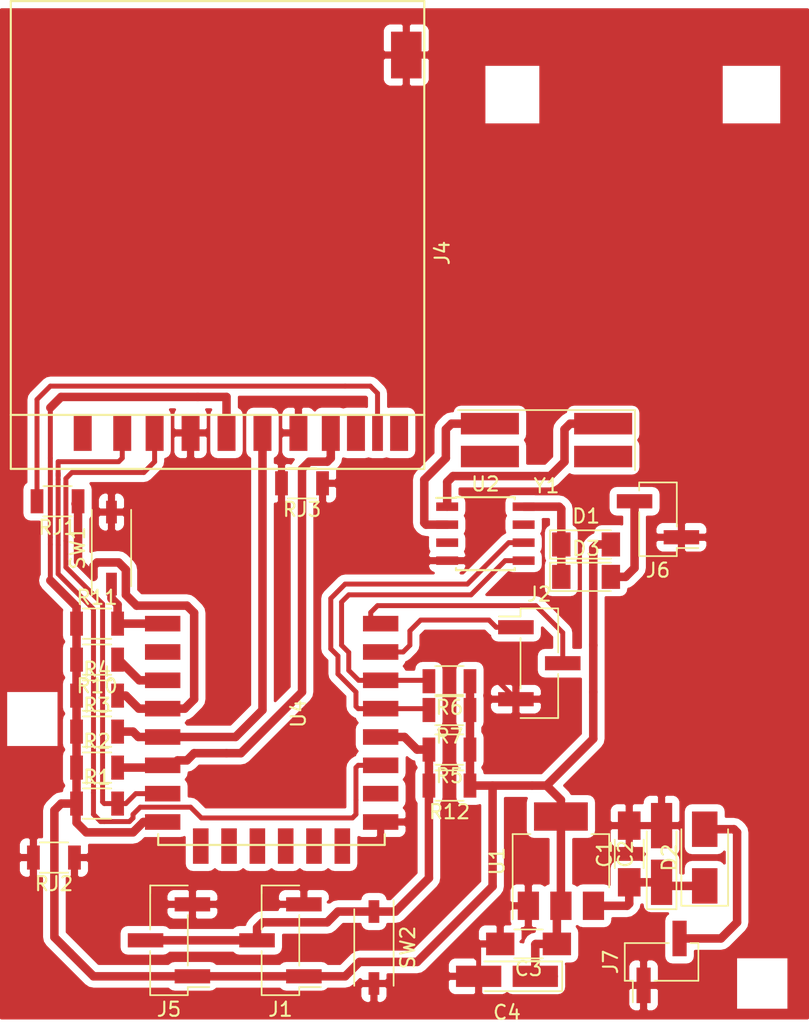
<source format=kicad_pcb>
(kicad_pcb (version 4) (host pcbnew 4.0.6)

  (general
    (links 71)
    (no_connects 2)
    (area 0 0 0 0)
    (thickness 1.6)
    (drawings 0)
    (tracks 276)
    (zones 0)
    (modules 32)
    (nets 22)
  )

  (page A4)
  (layers
    (0 F.Cu signal)
    (31 B.Cu signal hide)
    (32 B.Adhes user hide)
    (33 F.Adhes user hide)
    (34 B.Paste user hide)
    (35 F.Paste user)
    (36 B.SilkS user hide)
    (37 F.SilkS user)
    (38 B.Mask user hide)
    (39 F.Mask user)
    (40 Dwgs.User user hide)
    (41 Cmts.User user hide)
    (42 Eco1.User user hide)
    (43 Eco2.User user hide)
    (44 Edge.Cuts user hide)
    (45 Margin user hide)
    (46 B.CrtYd user hide)
    (47 F.CrtYd user)
    (48 B.Fab user hide)
    (49 F.Fab user)
  )

  (setup
    (last_trace_width 0.35)
    (trace_clearance 0.2)
    (zone_clearance 0.5)
    (zone_45_only yes)
    (trace_min 0.2)
    (segment_width 0.2)
    (edge_width 0.1)
    (via_size 0.6)
    (via_drill 0.4)
    (via_min_size 0.4)
    (via_min_drill 0.3)
    (uvia_size 0.3)
    (uvia_drill 0.1)
    (uvias_allowed no)
    (uvia_min_size 0.2)
    (uvia_min_drill 0.1)
    (pcb_text_width 0.3)
    (pcb_text_size 1.5 1.5)
    (mod_edge_width 0.15)
    (mod_text_size 1 1)
    (mod_text_width 0.15)
    (pad_size 1.75 0.45)
    (pad_drill 0)
    (pad_to_mask_clearance 0)
    (aux_axis_origin 0 0)
    (visible_elements 7FFC7A21)
    (pcbplotparams
      (layerselection 0x00000_00000001)
      (usegerberextensions false)
      (excludeedgelayer true)
      (linewidth 0.050000)
      (plotframeref false)
      (viasonmask false)
      (mode 1)
      (useauxorigin false)
      (hpglpennumber 1)
      (hpglpenspeed 20)
      (hpglpendiameter 15)
      (hpglpenoverlay 2)
      (psnegative false)
      (psa4output false)
      (plotreference false)
      (plotvalue false)
      (plotinvisibletext false)
      (padsonsilk false)
      (subtractmaskfromsilk false)
      (outputformat 2)
      (mirror true)
      (drillshape 0)
      (scaleselection 1)
      (outputdirectory ""))
  )

  (net 0 "")
  (net 1 "Net-(C1-Pad1)")
  (net 2 GND)
  (net 3 3V3)
  (net 4 "Net-(D1-Pad1)")
  (net 5 "Net-(D2-Pad2)")
  (net 6 "Net-(D3-Pad2)")
  (net 7 1wire)
  (net 8 CS)
  (net 9 GPIO13)
  (net 10 GPIO12)
  (net 11 GPIO14)
  (net 12 GPIO5)
  (net 13 GPIO4)
  (net 14 "Net-(R10-Pad1)")
  (net 15 RESET)
  (net 16 "Net-(U2-Pad1)")
  (net 17 "Net-(U2-Pad2)")
  (net 18 Rx)
  (net 19 Tx)
  (net 20 SD_D)
  (net 21 "Net-(J4-Pad10)")

  (net_class Default "To jest domyślna klasa połączeń."
    (clearance 0.2)
    (trace_width 0.35)
    (via_dia 0.6)
    (via_drill 0.4)
    (uvia_dia 0.3)
    (uvia_drill 0.1)
    (add_net CS)
    (add_net GND)
    (add_net GPIO13)
    (add_net GPIO4)
    (add_net GPIO5)
    (add_net "Net-(J4-Pad10)")
    (add_net Rx)
    (add_net Tx)
  )

  (net_class Grubsze ""
    (clearance 0.2)
    (trace_width 0.6)
    (via_dia 0.6)
    (via_drill 0.4)
    (uvia_dia 0.3)
    (uvia_drill 0.1)
    (add_net 1wire)
    (add_net 3V3)
    (add_net GPIO12)
    (add_net GPIO14)
    (add_net "Net-(C1-Pad1)")
    (add_net "Net-(D1-Pad1)")
    (add_net "Net-(D2-Pad2)")
    (add_net "Net-(D3-Pad2)")
    (add_net "Net-(R10-Pad1)")
    (add_net "Net-(U2-Pad1)")
    (add_net "Net-(U2-Pad2)")
    (add_net RESET)
    (add_net SD_D)
  )

  (module Capacitors_SMD:C_1206_HandSoldering (layer F.Cu) (tedit 59790407) (tstamp 596B6942)
    (at 97.536 91.44 90)
    (descr "Capacitor SMD 1206, hand soldering")
    (tags "capacitor 1206")
    (path /591E1A2B)
    (attr smd)
    (fp_text reference C1 (at 0 -1.75 90) (layer F.SilkS)
      (effects (font (size 1 1) (thickness 0.15)))
    )
    (fp_text value 10nF (at 0 2 90) (layer F.Fab)
      (effects (font (size 1 1) (thickness 0.15)))
    )
    (fp_text user %R (at 4.318 0 180) (layer F.Fab)
      (effects (font (size 1 1) (thickness 0.15)))
    )
    (fp_line (start -1.6 0.8) (end -1.6 -0.8) (layer F.Fab) (width 0.1))
    (fp_line (start 1.6 0.8) (end -1.6 0.8) (layer F.Fab) (width 0.1))
    (fp_line (start 1.6 -0.8) (end 1.6 0.8) (layer F.Fab) (width 0.1))
    (fp_line (start -1.6 -0.8) (end 1.6 -0.8) (layer F.Fab) (width 0.1))
    (fp_line (start 1 -1.02) (end -1 -1.02) (layer F.SilkS) (width 0.12))
    (fp_line (start -1 1.02) (end 1 1.02) (layer F.SilkS) (width 0.12))
    (fp_line (start -3.25 -1.05) (end 3.25 -1.05) (layer F.CrtYd) (width 0.05))
    (fp_line (start -3.25 -1.05) (end -3.25 1.05) (layer F.CrtYd) (width 0.05))
    (fp_line (start 3.25 1.05) (end 3.25 -1.05) (layer F.CrtYd) (width 0.05))
    (fp_line (start 3.25 1.05) (end -3.25 1.05) (layer F.CrtYd) (width 0.05))
    (pad 1 smd rect (at -2 0 90) (size 2 1.6) (layers F.Cu F.Paste F.Mask)
      (net 1 "Net-(C1-Pad1)"))
    (pad 2 smd rect (at 2 0 90) (size 2 1.6) (layers F.Cu F.Paste F.Mask)
      (net 2 GND))
    (model Capacitors_SMD.3dshapes/C_1206.wrl
      (at (xyz 0 0 0))
      (scale (xyz 1 1 1))
      (rotate (xyz 0 0 0))
    )
  )

  (module Capacitors_Tantalum_SMD:CP_Tantalum_Case-A_EIA-3216-18_Hand (layer F.Cu) (tedit 5979040B) (tstamp 596B6956)
    (at 99.822 91.44 90)
    (descr "Tantalum capacitor, Case A, EIA 3216-18, 3.2x1.6x1.6mm, Hand soldering footprint")
    (tags "capacitor tantalum smd")
    (path /591E1ABE)
    (attr smd)
    (fp_text reference C2 (at 0 -2.55 90) (layer F.SilkS)
      (effects (font (size 1 1) (thickness 0.15)))
    )
    (fp_text value 10uF (at 0 2.55 90) (layer F.Fab)
      (effects (font (size 1 1) (thickness 0.15)))
    )
    (fp_text user %R (at 4.572 0 180) (layer F.Fab)
      (effects (font (size 0.7 0.7) (thickness 0.105)))
    )
    (fp_line (start -4 -1.2) (end -4 1.2) (layer F.CrtYd) (width 0.05))
    (fp_line (start -4 1.2) (end 4 1.2) (layer F.CrtYd) (width 0.05))
    (fp_line (start 4 1.2) (end 4 -1.2) (layer F.CrtYd) (width 0.05))
    (fp_line (start 4 -1.2) (end -4 -1.2) (layer F.CrtYd) (width 0.05))
    (fp_line (start -1.6 -0.8) (end -1.6 0.8) (layer F.Fab) (width 0.1))
    (fp_line (start -1.6 0.8) (end 1.6 0.8) (layer F.Fab) (width 0.1))
    (fp_line (start 1.6 0.8) (end 1.6 -0.8) (layer F.Fab) (width 0.1))
    (fp_line (start 1.6 -0.8) (end -1.6 -0.8) (layer F.Fab) (width 0.1))
    (fp_line (start -1.28 -0.8) (end -1.28 0.8) (layer F.Fab) (width 0.1))
    (fp_line (start -1.12 -0.8) (end -1.12 0.8) (layer F.Fab) (width 0.1))
    (fp_line (start -3.9 -1.05) (end 1.6 -1.05) (layer F.SilkS) (width 0.12))
    (fp_line (start -3.9 1.05) (end 1.6 1.05) (layer F.SilkS) (width 0.12))
    (fp_line (start -3.9 -1.05) (end -3.9 1.05) (layer F.SilkS) (width 0.12))
    (pad 1 smd rect (at -2 0 90) (size 3.2 1.5) (layers F.Cu F.Paste F.Mask)
      (net 1 "Net-(C1-Pad1)"))
    (pad 2 smd rect (at 2 0 90) (size 3.2 1.5) (layers F.Cu F.Paste F.Mask)
      (net 2 GND))
    (model Capacitors_Tantalum_SMD.3dshapes/CP_Tantalum_Case-A_EIA-3216-18.wrl
      (at (xyz 0 0 0))
      (scale (xyz 1 1 1))
      (rotate (xyz 0 0 0))
    )
  )

  (module Capacitors_SMD:C_1206_HandSoldering (layer F.Cu) (tedit 597903F6) (tstamp 596B6967)
    (at 90.424 97.79 180)
    (descr "Capacitor SMD 1206, hand soldering")
    (tags "capacitor 1206")
    (path /591E1D93)
    (attr smd)
    (fp_text reference C3 (at 0 -1.75 180) (layer F.SilkS)
      (effects (font (size 1 1) (thickness 0.15)))
    )
    (fp_text value 10nF (at 0 2 180) (layer F.Fab)
      (effects (font (size 1 1) (thickness 0.15)))
    )
    (fp_text user %R (at -4.318 0 180) (layer F.Fab)
      (effects (font (size 1 1) (thickness 0.15)))
    )
    (fp_line (start -1.6 0.8) (end -1.6 -0.8) (layer F.Fab) (width 0.1))
    (fp_line (start 1.6 0.8) (end -1.6 0.8) (layer F.Fab) (width 0.1))
    (fp_line (start 1.6 -0.8) (end 1.6 0.8) (layer F.Fab) (width 0.1))
    (fp_line (start -1.6 -0.8) (end 1.6 -0.8) (layer F.Fab) (width 0.1))
    (fp_line (start 1 -1.02) (end -1 -1.02) (layer F.SilkS) (width 0.12))
    (fp_line (start -1 1.02) (end 1 1.02) (layer F.SilkS) (width 0.12))
    (fp_line (start -3.25 -1.05) (end 3.25 -1.05) (layer F.CrtYd) (width 0.05))
    (fp_line (start -3.25 -1.05) (end -3.25 1.05) (layer F.CrtYd) (width 0.05))
    (fp_line (start 3.25 1.05) (end 3.25 -1.05) (layer F.CrtYd) (width 0.05))
    (fp_line (start 3.25 1.05) (end -3.25 1.05) (layer F.CrtYd) (width 0.05))
    (pad 1 smd rect (at -2 0 180) (size 2 1.6) (layers F.Cu F.Paste F.Mask)
      (net 3 3V3))
    (pad 2 smd rect (at 2 0 180) (size 2 1.6) (layers F.Cu F.Paste F.Mask)
      (net 2 GND))
    (model Capacitors_SMD.3dshapes/C_1206.wrl
      (at (xyz 0 0 0))
      (scale (xyz 1 1 1))
      (rotate (xyz 0 0 0))
    )
  )

  (module Capacitors_Tantalum_SMD:CP_Tantalum_Case-A_EIA-3216-18_Hand (layer F.Cu) (tedit 597903FA) (tstamp 596B697B)
    (at 88.9 100.076 180)
    (descr "Tantalum capacitor, Case A, EIA 3216-18, 3.2x1.6x1.6mm, Hand soldering footprint")
    (tags "capacitor tantalum smd")
    (path /591E1E6F)
    (attr smd)
    (fp_text reference C4 (at 0 -2.55 180) (layer F.SilkS)
      (effects (font (size 1 1) (thickness 0.15)))
    )
    (fp_text value 10uF (at 0 2.55 180) (layer F.Fab)
      (effects (font (size 1 1) (thickness 0.15)))
    )
    (fp_text user %R (at -4.826 0 180) (layer F.Fab)
      (effects (font (size 0.7 0.7) (thickness 0.105)))
    )
    (fp_line (start -4 -1.2) (end -4 1.2) (layer F.CrtYd) (width 0.05))
    (fp_line (start -4 1.2) (end 4 1.2) (layer F.CrtYd) (width 0.05))
    (fp_line (start 4 1.2) (end 4 -1.2) (layer F.CrtYd) (width 0.05))
    (fp_line (start 4 -1.2) (end -4 -1.2) (layer F.CrtYd) (width 0.05))
    (fp_line (start -1.6 -0.8) (end -1.6 0.8) (layer F.Fab) (width 0.1))
    (fp_line (start -1.6 0.8) (end 1.6 0.8) (layer F.Fab) (width 0.1))
    (fp_line (start 1.6 0.8) (end 1.6 -0.8) (layer F.Fab) (width 0.1))
    (fp_line (start 1.6 -0.8) (end -1.6 -0.8) (layer F.Fab) (width 0.1))
    (fp_line (start -1.28 -0.8) (end -1.28 0.8) (layer F.Fab) (width 0.1))
    (fp_line (start -1.12 -0.8) (end -1.12 0.8) (layer F.Fab) (width 0.1))
    (fp_line (start -3.9 -1.05) (end 1.6 -1.05) (layer F.SilkS) (width 0.12))
    (fp_line (start -3.9 1.05) (end 1.6 1.05) (layer F.SilkS) (width 0.12))
    (fp_line (start -3.9 -1.05) (end -3.9 1.05) (layer F.SilkS) (width 0.12))
    (pad 1 smd rect (at -2 0 180) (size 3.2 1.5) (layers F.Cu F.Paste F.Mask)
      (net 3 3V3))
    (pad 2 smd rect (at 2 0 180) (size 3.2 1.5) (layers F.Cu F.Paste F.Mask)
      (net 2 GND))
    (model Capacitors_Tantalum_SMD.3dshapes/CP_Tantalum_Case-A_EIA-3216-18.wrl
      (at (xyz 0 0 0))
      (scale (xyz 1 1 1))
      (rotate (xyz 0 0 0))
    )
  )

  (module Diodes_SMD:D_MiniMELF (layer F.Cu) (tedit 5979042D) (tstamp 596B6994)
    (at 94.488 69.596)
    (descr "Diode Mini-MELF")
    (tags "Diode Mini-MELF")
    (path /591DF401)
    (attr smd)
    (fp_text reference D1 (at 0 -2) (layer F.SilkS)
      (effects (font (size 1 1) (thickness 0.15)))
    )
    (fp_text value 1N4148 (at 0 1.75) (layer F.Fab)
      (effects (font (size 1 1) (thickness 0.15)))
    )
    (fp_text user %R (at 0 -3.048) (layer F.Fab)
      (effects (font (size 1 1) (thickness 0.15)))
    )
    (fp_line (start 1.75 -1) (end -2.55 -1) (layer F.SilkS) (width 0.12))
    (fp_line (start -2.55 -1) (end -2.55 1) (layer F.SilkS) (width 0.12))
    (fp_line (start -2.55 1) (end 1.75 1) (layer F.SilkS) (width 0.12))
    (fp_line (start 1.65 -0.8) (end 1.65 0.8) (layer F.Fab) (width 0.1))
    (fp_line (start 1.65 0.8) (end -1.65 0.8) (layer F.Fab) (width 0.1))
    (fp_line (start -1.65 0.8) (end -1.65 -0.8) (layer F.Fab) (width 0.1))
    (fp_line (start -1.65 -0.8) (end 1.65 -0.8) (layer F.Fab) (width 0.1))
    (fp_line (start 0.25 0) (end 0.75 0) (layer F.Fab) (width 0.1))
    (fp_line (start 0.25 0.4) (end -0.35 0) (layer F.Fab) (width 0.1))
    (fp_line (start 0.25 -0.4) (end 0.25 0.4) (layer F.Fab) (width 0.1))
    (fp_line (start -0.35 0) (end 0.25 -0.4) (layer F.Fab) (width 0.1))
    (fp_line (start -0.35 0) (end -0.35 0.55) (layer F.Fab) (width 0.1))
    (fp_line (start -0.35 0) (end -0.35 -0.55) (layer F.Fab) (width 0.1))
    (fp_line (start -0.75 0) (end -0.35 0) (layer F.Fab) (width 0.1))
    (fp_line (start -2.65 -1.1) (end 2.65 -1.1) (layer F.CrtYd) (width 0.05))
    (fp_line (start 2.65 -1.1) (end 2.65 1.1) (layer F.CrtYd) (width 0.05))
    (fp_line (start 2.65 1.1) (end -2.65 1.1) (layer F.CrtYd) (width 0.05))
    (fp_line (start -2.65 1.1) (end -2.65 -1.1) (layer F.CrtYd) (width 0.05))
    (pad 1 smd rect (at -1.75 0) (size 1.3 1.7) (layers F.Cu F.Paste F.Mask)
      (net 4 "Net-(D1-Pad1)"))
    (pad 2 smd rect (at 1.75 0) (size 1.3 1.7) (layers F.Cu F.Paste F.Mask)
      (net 3 3V3))
    (model ${KISYS3DMOD}/Diodes_SMD.3dshapes/D_MiniMELF.wrl
      (at (xyz 0 0 0))
      (scale (xyz 1 1 1))
      (rotate (xyz 0 0 0))
    )
  )

  (module Diodes_SMD:D_SMA (layer F.Cu) (tedit 59790411) (tstamp 596B69AC)
    (at 102.87 91.694 90)
    (descr "Diode SMA (DO-214AC)")
    (tags "Diode SMA (DO-214AC)")
    (path /591E10E9)
    (attr smd)
    (fp_text reference D2 (at 0 -2.5 90) (layer F.SilkS)
      (effects (font (size 1 1) (thickness 0.15)))
    )
    (fp_text value 1N4007 (at 0 2.6 90) (layer F.Fab)
      (effects (font (size 1 1) (thickness 0.15)))
    )
    (fp_text user %R (at 4.572 0 180) (layer F.Fab)
      (effects (font (size 1 1) (thickness 0.15)))
    )
    (fp_line (start -3.4 -1.65) (end -3.4 1.65) (layer F.SilkS) (width 0.12))
    (fp_line (start 2.3 1.5) (end -2.3 1.5) (layer F.Fab) (width 0.1))
    (fp_line (start -2.3 1.5) (end -2.3 -1.5) (layer F.Fab) (width 0.1))
    (fp_line (start 2.3 -1.5) (end 2.3 1.5) (layer F.Fab) (width 0.1))
    (fp_line (start 2.3 -1.5) (end -2.3 -1.5) (layer F.Fab) (width 0.1))
    (fp_line (start -3.5 -1.75) (end 3.5 -1.75) (layer F.CrtYd) (width 0.05))
    (fp_line (start 3.5 -1.75) (end 3.5 1.75) (layer F.CrtYd) (width 0.05))
    (fp_line (start 3.5 1.75) (end -3.5 1.75) (layer F.CrtYd) (width 0.05))
    (fp_line (start -3.5 1.75) (end -3.5 -1.75) (layer F.CrtYd) (width 0.05))
    (fp_line (start -0.64944 0.00102) (end -1.55114 0.00102) (layer F.Fab) (width 0.1))
    (fp_line (start 0.50118 0.00102) (end 1.4994 0.00102) (layer F.Fab) (width 0.1))
    (fp_line (start -0.64944 -0.79908) (end -0.64944 0.80112) (layer F.Fab) (width 0.1))
    (fp_line (start 0.50118 0.75032) (end 0.50118 -0.79908) (layer F.Fab) (width 0.1))
    (fp_line (start -0.64944 0.00102) (end 0.50118 0.75032) (layer F.Fab) (width 0.1))
    (fp_line (start -0.64944 0.00102) (end 0.50118 -0.79908) (layer F.Fab) (width 0.1))
    (fp_line (start -3.4 1.65) (end 2 1.65) (layer F.SilkS) (width 0.12))
    (fp_line (start -3.4 -1.65) (end 2 -1.65) (layer F.SilkS) (width 0.12))
    (pad 1 smd rect (at -2 0 90) (size 2.5 1.8) (layers F.Cu F.Paste F.Mask)
      (net 1 "Net-(C1-Pad1)"))
    (pad 2 smd rect (at 2 0 90) (size 2.5 1.8) (layers F.Cu F.Paste F.Mask)
      (net 5 "Net-(D2-Pad2)"))
    (model ${KISYS3DMOD}/Diodes_SMD.3dshapes/D_SMA.wrl
      (at (xyz 0 0 0))
      (scale (xyz 1 1 1))
      (rotate (xyz 0 0 0))
    )
  )

  (module Diodes_SMD:D_MiniMELF (layer F.Cu) (tedit 5979042B) (tstamp 596B69C5)
    (at 94.488 71.882)
    (descr "Diode Mini-MELF")
    (tags "Diode Mini-MELF")
    (path /591DF21A)
    (attr smd)
    (fp_text reference D3 (at 0 -2) (layer F.SilkS)
      (effects (font (size 1 1) (thickness 0.15)))
    )
    (fp_text value 1N4148 (at 0 1.75) (layer F.Fab)
      (effects (font (size 1 1) (thickness 0.15)))
    )
    (fp_text user %R (at 0 -4.064) (layer F.Fab)
      (effects (font (size 1 1) (thickness 0.15)))
    )
    (fp_line (start 1.75 -1) (end -2.55 -1) (layer F.SilkS) (width 0.12))
    (fp_line (start -2.55 -1) (end -2.55 1) (layer F.SilkS) (width 0.12))
    (fp_line (start -2.55 1) (end 1.75 1) (layer F.SilkS) (width 0.12))
    (fp_line (start 1.65 -0.8) (end 1.65 0.8) (layer F.Fab) (width 0.1))
    (fp_line (start 1.65 0.8) (end -1.65 0.8) (layer F.Fab) (width 0.1))
    (fp_line (start -1.65 0.8) (end -1.65 -0.8) (layer F.Fab) (width 0.1))
    (fp_line (start -1.65 -0.8) (end 1.65 -0.8) (layer F.Fab) (width 0.1))
    (fp_line (start 0.25 0) (end 0.75 0) (layer F.Fab) (width 0.1))
    (fp_line (start 0.25 0.4) (end -0.35 0) (layer F.Fab) (width 0.1))
    (fp_line (start 0.25 -0.4) (end 0.25 0.4) (layer F.Fab) (width 0.1))
    (fp_line (start -0.35 0) (end 0.25 -0.4) (layer F.Fab) (width 0.1))
    (fp_line (start -0.35 0) (end -0.35 0.55) (layer F.Fab) (width 0.1))
    (fp_line (start -0.35 0) (end -0.35 -0.55) (layer F.Fab) (width 0.1))
    (fp_line (start -0.75 0) (end -0.35 0) (layer F.Fab) (width 0.1))
    (fp_line (start -2.65 -1.1) (end 2.65 -1.1) (layer F.CrtYd) (width 0.05))
    (fp_line (start 2.65 -1.1) (end 2.65 1.1) (layer F.CrtYd) (width 0.05))
    (fp_line (start 2.65 1.1) (end -2.65 1.1) (layer F.CrtYd) (width 0.05))
    (fp_line (start -2.65 1.1) (end -2.65 -1.1) (layer F.CrtYd) (width 0.05))
    (pad 1 smd rect (at -1.75 0) (size 1.3 1.7) (layers F.Cu F.Paste F.Mask)
      (net 4 "Net-(D1-Pad1)"))
    (pad 2 smd rect (at 1.75 0) (size 1.3 1.7) (layers F.Cu F.Paste F.Mask)
      (net 6 "Net-(D3-Pad2)"))
    (model ${KISYS3DMOD}/Diodes_SMD.3dshapes/D_MiniMELF.wrl
      (at (xyz 0 0 0))
      (scale (xyz 1 1 1))
      (rotate (xyz 0 0 0))
    )
  )

  (module Pin_Headers:Pin_Header_Straight_1x03_Pitch2.54mm_SMD_Pin1Left (layer F.Cu) (tedit 597903F0) (tstamp 596B69E7)
    (at 72.898 97.536 180)
    (descr "surface-mounted straight pin header, 1x03, 2.54mm pitch, single row, style 1 (pin 1 left)")
    (tags "Surface mounted pin header SMD 1x03 2.54mm single row style1 pin1 left")
    (path /591DD1E5)
    (attr smd)
    (fp_text reference J1 (at 0 -4.87 180) (layer F.SilkS)
      (effects (font (size 1 1) (thickness 0.15)))
    )
    (fp_text value CONN_01X03 (at 0 4.87 180) (layer F.Fab)
      (effects (font (size 1 1) (thickness 0.15)))
    )
    (fp_line (start 1.27 3.81) (end -1.27 3.81) (layer F.Fab) (width 0.1))
    (fp_line (start -0.32 -3.81) (end 1.27 -3.81) (layer F.Fab) (width 0.1))
    (fp_line (start -1.27 3.81) (end -1.27 -2.86) (layer F.Fab) (width 0.1))
    (fp_line (start -1.27 -2.86) (end -0.32 -3.81) (layer F.Fab) (width 0.1))
    (fp_line (start 1.27 -3.81) (end 1.27 3.81) (layer F.Fab) (width 0.1))
    (fp_line (start -1.27 -2.86) (end -2.54 -2.86) (layer F.Fab) (width 0.1))
    (fp_line (start -2.54 -2.86) (end -2.54 -2.22) (layer F.Fab) (width 0.1))
    (fp_line (start -2.54 -2.22) (end -1.27 -2.22) (layer F.Fab) (width 0.1))
    (fp_line (start -1.27 2.22) (end -2.54 2.22) (layer F.Fab) (width 0.1))
    (fp_line (start -2.54 2.22) (end -2.54 2.86) (layer F.Fab) (width 0.1))
    (fp_line (start -2.54 2.86) (end -1.27 2.86) (layer F.Fab) (width 0.1))
    (fp_line (start 1.27 -0.32) (end 2.54 -0.32) (layer F.Fab) (width 0.1))
    (fp_line (start 2.54 -0.32) (end 2.54 0.32) (layer F.Fab) (width 0.1))
    (fp_line (start 2.54 0.32) (end 1.27 0.32) (layer F.Fab) (width 0.1))
    (fp_line (start -1.33 -3.87) (end 1.33 -3.87) (layer F.SilkS) (width 0.12))
    (fp_line (start -1.33 3.87) (end 1.33 3.87) (layer F.SilkS) (width 0.12))
    (fp_line (start 1.33 -3.87) (end 1.33 -0.76) (layer F.SilkS) (width 0.12))
    (fp_line (start -1.33 -3.3) (end -2.85 -3.3) (layer F.SilkS) (width 0.12))
    (fp_line (start -1.33 -3.87) (end -1.33 -3.3) (layer F.SilkS) (width 0.12))
    (fp_line (start 1.33 3.3) (end 1.33 3.87) (layer F.SilkS) (width 0.12))
    (fp_line (start 1.33 0.76) (end 1.33 3.87) (layer F.SilkS) (width 0.12))
    (fp_line (start -1.33 -1.78) (end -1.33 1.78) (layer F.SilkS) (width 0.12))
    (fp_line (start -3.45 -4.35) (end -3.45 4.35) (layer F.CrtYd) (width 0.05))
    (fp_line (start -3.45 4.35) (end 3.45 4.35) (layer F.CrtYd) (width 0.05))
    (fp_line (start 3.45 4.35) (end 3.45 -4.35) (layer F.CrtYd) (width 0.05))
    (fp_line (start 3.45 -4.35) (end -3.45 -4.35) (layer F.CrtYd) (width 0.05))
    (fp_text user %R (at -4.318 4.064 360) (layer F.Fab)
      (effects (font (size 1 1) (thickness 0.15)))
    )
    (pad 1 smd rect (at -1.655 -2.54 180) (size 2.51 1) (layers F.Cu F.Paste F.Mask)
      (net 3 3V3))
    (pad 3 smd rect (at -1.655 2.54 180) (size 2.51 1) (layers F.Cu F.Paste F.Mask)
      (net 2 GND))
    (pad 2 smd rect (at 1.655 0 180) (size 2.51 1) (layers F.Cu F.Paste F.Mask)
      (net 7 1wire))
    (model ${KISYS3DMOD}/Pin_Headers.3dshapes/Pin_Header_Straight_1x03_Pitch2.54mm_SMD_Pin1Left.wrl
      (at (xyz 0 0 0))
      (scale (xyz 1 1 1))
      (rotate (xyz 0 0 0))
    )
  )

  (module dodatki:SDCARD-STANDARD (layer F.Cu) (tedit 5977726E) (tstamp 596B6A1A)
    (at 62.738 40.132 270)
    (path /591DD53A)
    (fp_text reference J4 (at 8.89 -21.59 270) (layer F.SilkS)
      (effects (font (size 1 1) (thickness 0.15)))
    )
    (fp_text value SD_Card (at 6.35 10.16 270) (layer F.Fab)
      (effects (font (size 1 1) (thickness 0.15)))
    )
    (fp_line (start 20.32 -20.32) (end 24.13 -20.32) (layer F.SilkS) (width 0.15))
    (fp_line (start 24.13 -20.32) (end 24.13 8.89) (layer F.SilkS) (width 0.15))
    (fp_line (start 24.13 8.89) (end 20.32 8.89) (layer F.SilkS) (width 0.15))
    (fp_line (start -8.89 -20.32) (end 20.32 -20.32) (layer F.SilkS) (width 0.15))
    (fp_line (start 20.32 -20.32) (end 20.32 8.89) (layer F.SilkS) (width 0.15))
    (fp_line (start -8.89 8.89) (end 20.32 8.89) (layer F.SilkS) (width 0.15))
    (fp_line (start -8.89 -20.32) (end -8.89 8.89) (layer F.SilkS) (width 0.15))
    (pad 9 smd rect (at 21.59 3.81 270) (size 2.54 1.27) (layers F.Cu F.Paste F.Mask))
    (pad 1 smd rect (at 21.59 1.016 270) (size 2.54 1.27) (layers F.Cu F.Paste F.Mask)
      (net 8 CS))
    (pad 2 smd rect (at 21.59 -1.27 270) (size 2.54 1.27) (layers F.Cu F.Paste F.Mask)
      (net 9 GPIO13))
    (pad 3 smd rect (at 21.59 -3.81 270) (size 2.54 1.27) (layers F.Cu F.Paste F.Mask)
      (net 2 GND))
    (pad 4 smd rect (at 21.59 -6.35 270) (size 2.54 1.27) (layers F.Cu F.Paste F.Mask)
      (net 3 3V3))
    (pad 5 smd rect (at 21.59 -8.89 270) (size 2.54 1.27) (layers F.Cu F.Paste F.Mask)
      (net 11 GPIO14))
    (pad 6 smd rect (at 21.59 -11.43 270) (size 2.54 1.27) (layers F.Cu F.Paste F.Mask)
      (net 2 GND))
    (pad 10 smd rect (at 21.59 -17.018 270) (size 2.54 0.762) (layers F.Cu F.Paste F.Mask)
      (net 21 "Net-(J4-Pad10)"))
    (pad 8 smd rect (at 21.59 -15.494 270) (size 2.54 1.27) (layers F.Cu F.Paste F.Mask))
    (pad 11 smd rect (at 21.59 -18.542 270) (size 2.54 1.27) (layers F.Cu F.Paste F.Mask))
    (pad 7 smd rect (at 21.59 -13.716 270) (size 2.54 1.27) (layers F.Cu F.Paste F.Mask)
      (net 10 GPIO12))
    (pad 12 smd rect (at -5.08 -19.05 270) (size 3.302 2.159) (layers F.Cu F.Paste F.Mask)
      (net 2 GND))
  )

  (module Pin_Headers:Pin_Header_Straight_1x03_Pitch2.54mm_SMD_Pin1Left (layer F.Cu) (tedit 597903EB) (tstamp 596B6A3C)
    (at 65.024 97.536 180)
    (descr "surface-mounted straight pin header, 1x03, 2.54mm pitch, single row, style 1 (pin 1 left)")
    (tags "Surface mounted pin header SMD 1x03 2.54mm single row style1 pin1 left")
    (path /591DD18C)
    (attr smd)
    (fp_text reference J5 (at 0 -4.87 180) (layer F.SilkS)
      (effects (font (size 1 1) (thickness 0.15)))
    )
    (fp_text value CONN_01X03 (at 0 4.87 180) (layer F.Fab)
      (effects (font (size 1 1) (thickness 0.15)))
    )
    (fp_line (start 1.27 3.81) (end -1.27 3.81) (layer F.Fab) (width 0.1))
    (fp_line (start -0.32 -3.81) (end 1.27 -3.81) (layer F.Fab) (width 0.1))
    (fp_line (start -1.27 3.81) (end -1.27 -2.86) (layer F.Fab) (width 0.1))
    (fp_line (start -1.27 -2.86) (end -0.32 -3.81) (layer F.Fab) (width 0.1))
    (fp_line (start 1.27 -3.81) (end 1.27 3.81) (layer F.Fab) (width 0.1))
    (fp_line (start -1.27 -2.86) (end -2.54 -2.86) (layer F.Fab) (width 0.1))
    (fp_line (start -2.54 -2.86) (end -2.54 -2.22) (layer F.Fab) (width 0.1))
    (fp_line (start -2.54 -2.22) (end -1.27 -2.22) (layer F.Fab) (width 0.1))
    (fp_line (start -1.27 2.22) (end -2.54 2.22) (layer F.Fab) (width 0.1))
    (fp_line (start -2.54 2.22) (end -2.54 2.86) (layer F.Fab) (width 0.1))
    (fp_line (start -2.54 2.86) (end -1.27 2.86) (layer F.Fab) (width 0.1))
    (fp_line (start 1.27 -0.32) (end 2.54 -0.32) (layer F.Fab) (width 0.1))
    (fp_line (start 2.54 -0.32) (end 2.54 0.32) (layer F.Fab) (width 0.1))
    (fp_line (start 2.54 0.32) (end 1.27 0.32) (layer F.Fab) (width 0.1))
    (fp_line (start -1.33 -3.87) (end 1.33 -3.87) (layer F.SilkS) (width 0.12))
    (fp_line (start -1.33 3.87) (end 1.33 3.87) (layer F.SilkS) (width 0.12))
    (fp_line (start 1.33 -3.87) (end 1.33 -0.76) (layer F.SilkS) (width 0.12))
    (fp_line (start -1.33 -3.3) (end -2.85 -3.3) (layer F.SilkS) (width 0.12))
    (fp_line (start -1.33 -3.87) (end -1.33 -3.3) (layer F.SilkS) (width 0.12))
    (fp_line (start 1.33 3.3) (end 1.33 3.87) (layer F.SilkS) (width 0.12))
    (fp_line (start 1.33 0.76) (end 1.33 3.87) (layer F.SilkS) (width 0.12))
    (fp_line (start -1.33 -1.78) (end -1.33 1.78) (layer F.SilkS) (width 0.12))
    (fp_line (start -3.45 -4.35) (end -3.45 4.35) (layer F.CrtYd) (width 0.05))
    (fp_line (start -3.45 4.35) (end 3.45 4.35) (layer F.CrtYd) (width 0.05))
    (fp_line (start 3.45 4.35) (end 3.45 -4.35) (layer F.CrtYd) (width 0.05))
    (fp_line (start 3.45 -4.35) (end -3.45 -4.35) (layer F.CrtYd) (width 0.05))
    (fp_text user %R (at 0 4.572 360) (layer F.Fab)
      (effects (font (size 1 1) (thickness 0.15)))
    )
    (pad 1 smd rect (at -1.655 -2.54 180) (size 2.51 1) (layers F.Cu F.Paste F.Mask)
      (net 3 3V3))
    (pad 3 smd rect (at -1.655 2.54 180) (size 2.51 1) (layers F.Cu F.Paste F.Mask)
      (net 2 GND))
    (pad 2 smd rect (at 1.655 0 180) (size 2.51 1) (layers F.Cu F.Paste F.Mask)
      (net 7 1wire))
    (model ${KISYS3DMOD}/Pin_Headers.3dshapes/Pin_Header_Straight_1x03_Pitch2.54mm_SMD_Pin1Left.wrl
      (at (xyz 0 0 0))
      (scale (xyz 1 1 1))
      (rotate (xyz 0 0 0))
    )
  )

  (module Pin_Headers:Pin_Header_Straight_1x02_Pitch2.54mm_SMD_Pin1Left (layer F.Cu) (tedit 59790439) (tstamp 596B6A59)
    (at 99.568 67.818 180)
    (descr "surface-mounted straight pin header, 1x02, 2.54mm pitch, single row, style 1 (pin 1 left)")
    (tags "Surface mounted pin header SMD 1x02 2.54mm single row style1 pin1 left")
    (path /591E39F7)
    (attr smd)
    (fp_text reference J6 (at 0 -3.6 180) (layer F.SilkS)
      (effects (font (size 1 1) (thickness 0.15)))
    )
    (fp_text value CONN_01X02 (at 0 3.6 180) (layer F.Fab)
      (effects (font (size 1 1) (thickness 0.15)))
    )
    (fp_line (start 1.27 2.54) (end -1.27 2.54) (layer F.Fab) (width 0.1))
    (fp_line (start -0.32 -2.54) (end 1.27 -2.54) (layer F.Fab) (width 0.1))
    (fp_line (start -1.27 2.54) (end -1.27 -1.59) (layer F.Fab) (width 0.1))
    (fp_line (start -1.27 -1.59) (end -0.32 -2.54) (layer F.Fab) (width 0.1))
    (fp_line (start 1.27 -2.54) (end 1.27 2.54) (layer F.Fab) (width 0.1))
    (fp_line (start -1.27 -1.59) (end -2.54 -1.59) (layer F.Fab) (width 0.1))
    (fp_line (start -2.54 -1.59) (end -2.54 -0.95) (layer F.Fab) (width 0.1))
    (fp_line (start -2.54 -0.95) (end -1.27 -0.95) (layer F.Fab) (width 0.1))
    (fp_line (start 1.27 0.95) (end 2.54 0.95) (layer F.Fab) (width 0.1))
    (fp_line (start 2.54 0.95) (end 2.54 1.59) (layer F.Fab) (width 0.1))
    (fp_line (start 2.54 1.59) (end 1.27 1.59) (layer F.Fab) (width 0.1))
    (fp_line (start -1.33 -2.6) (end 1.33 -2.6) (layer F.SilkS) (width 0.12))
    (fp_line (start -1.33 2.6) (end 1.33 2.6) (layer F.SilkS) (width 0.12))
    (fp_line (start 1.33 -2.6) (end 1.33 0.51) (layer F.SilkS) (width 0.12))
    (fp_line (start -1.33 -2.03) (end -2.85 -2.03) (layer F.SilkS) (width 0.12))
    (fp_line (start -1.33 -2.6) (end -1.33 -2.03) (layer F.SilkS) (width 0.12))
    (fp_line (start 1.33 2.03) (end 1.33 2.6) (layer F.SilkS) (width 0.12))
    (fp_line (start -1.33 -0.51) (end -1.33 2.6) (layer F.SilkS) (width 0.12))
    (fp_line (start -3.45 -3.05) (end -3.45 3.05) (layer F.CrtYd) (width 0.05))
    (fp_line (start -3.45 3.05) (end 3.45 3.05) (layer F.CrtYd) (width 0.05))
    (fp_line (start 3.45 3.05) (end 3.45 -3.05) (layer F.CrtYd) (width 0.05))
    (fp_line (start 3.45 -3.05) (end -3.45 -3.05) (layer F.CrtYd) (width 0.05))
    (fp_text user %R (at 0 3.302 180) (layer F.Fab)
      (effects (font (size 1 1) (thickness 0.15)))
    )
    (pad 1 smd rect (at -1.655 -1.27 180) (size 2.51 1) (layers F.Cu F.Paste F.Mask)
      (net 2 GND))
    (pad 2 smd rect (at 1.655 1.27 180) (size 2.51 1) (layers F.Cu F.Paste F.Mask)
      (net 6 "Net-(D3-Pad2)"))
    (model ${KISYS3DMOD}/Pin_Headers.3dshapes/Pin_Header_Straight_1x02_Pitch2.54mm_SMD_Pin1Left.wrl
      (at (xyz 0 0 0))
      (scale (xyz 1 1 1))
      (rotate (xyz 0 0 0))
    )
  )

  (module Pin_Headers:Pin_Header_Straight_1x02_Pitch2.54mm_SMD_Pin1Left (layer F.Cu) (tedit 59790400) (tstamp 596B6A76)
    (at 99.822 99.06 90)
    (descr "surface-mounted straight pin header, 1x02, 2.54mm pitch, single row, style 1 (pin 1 left)")
    (tags "Surface mounted pin header SMD 1x02 2.54mm single row style1 pin1 left")
    (path /591F80FA)
    (attr smd)
    (fp_text reference J7 (at 0 -3.6 90) (layer F.SilkS)
      (effects (font (size 1 1) (thickness 0.15)))
    )
    (fp_text value CONN_01X02 (at 0 3.6 90) (layer F.Fab)
      (effects (font (size 1 1) (thickness 0.15)))
    )
    (fp_line (start 1.27 2.54) (end -1.27 2.54) (layer F.Fab) (width 0.1))
    (fp_line (start -0.32 -2.54) (end 1.27 -2.54) (layer F.Fab) (width 0.1))
    (fp_line (start -1.27 2.54) (end -1.27 -1.59) (layer F.Fab) (width 0.1))
    (fp_line (start -1.27 -1.59) (end -0.32 -2.54) (layer F.Fab) (width 0.1))
    (fp_line (start 1.27 -2.54) (end 1.27 2.54) (layer F.Fab) (width 0.1))
    (fp_line (start -1.27 -1.59) (end -2.54 -1.59) (layer F.Fab) (width 0.1))
    (fp_line (start -2.54 -1.59) (end -2.54 -0.95) (layer F.Fab) (width 0.1))
    (fp_line (start -2.54 -0.95) (end -1.27 -0.95) (layer F.Fab) (width 0.1))
    (fp_line (start 1.27 0.95) (end 2.54 0.95) (layer F.Fab) (width 0.1))
    (fp_line (start 2.54 0.95) (end 2.54 1.59) (layer F.Fab) (width 0.1))
    (fp_line (start 2.54 1.59) (end 1.27 1.59) (layer F.Fab) (width 0.1))
    (fp_line (start -1.33 -2.6) (end 1.33 -2.6) (layer F.SilkS) (width 0.12))
    (fp_line (start -1.33 2.6) (end 1.33 2.6) (layer F.SilkS) (width 0.12))
    (fp_line (start 1.33 -2.6) (end 1.33 0.51) (layer F.SilkS) (width 0.12))
    (fp_line (start -1.33 -2.03) (end -2.85 -2.03) (layer F.SilkS) (width 0.12))
    (fp_line (start -1.33 -2.6) (end -1.33 -2.03) (layer F.SilkS) (width 0.12))
    (fp_line (start 1.33 2.03) (end 1.33 2.6) (layer F.SilkS) (width 0.12))
    (fp_line (start -1.33 -0.51) (end -1.33 2.6) (layer F.SilkS) (width 0.12))
    (fp_line (start -3.45 -3.05) (end -3.45 3.05) (layer F.CrtYd) (width 0.05))
    (fp_line (start -3.45 3.05) (end 3.45 3.05) (layer F.CrtYd) (width 0.05))
    (fp_line (start 3.45 3.05) (end 3.45 -3.05) (layer F.CrtYd) (width 0.05))
    (fp_line (start 3.45 -3.05) (end -3.45 -3.05) (layer F.CrtYd) (width 0.05))
    (fp_text user %R (at 0 3.81 180) (layer F.Fab)
      (effects (font (size 1 1) (thickness 0.15)))
    )
    (pad 1 smd rect (at -1.655 -1.27 90) (size 2.51 1) (layers F.Cu F.Paste F.Mask)
      (net 2 GND))
    (pad 2 smd rect (at 1.655 1.27 90) (size 2.51 1) (layers F.Cu F.Paste F.Mask)
      (net 5 "Net-(D2-Pad2)"))
    (model ${KISYS3DMOD}/Pin_Headers.3dshapes/Pin_Header_Straight_1x02_Pitch2.54mm_SMD_Pin1Left.wrl
      (at (xyz 0 0 0))
      (scale (xyz 1 1 1))
      (rotate (xyz 0 0 0))
    )
  )

  (module Buttons_Switches_SMD:SW_DIP_x1_W5.08mm_Slide_Copal_CHS-A (layer F.Cu) (tedit 586545EC) (tstamp 596B6BAD)
    (at 60.96 69.85 90)
    (descr "1x-dip-switch, Slide, row spacing 5.08 mm (200 mils), Copal_CHS-A")
    (tags "DIP Switch Slide 5.08mm 200mil Copal_CHS-A")
    (path /5962EC4D)
    (attr smd)
    (fp_text reference SW1 (at 0 -2.39 90) (layer F.SilkS)
      (effects (font (size 1 1) (thickness 0.15)))
    )
    (fp_text value RESET (at 0 2.39 90) (layer F.Fab)
      (effects (font (size 1 1) (thickness 0.15)))
    )
    (fp_line (start -1.7 -1.27) (end 2.7 -1.27) (layer F.Fab) (width 0.1))
    (fp_line (start 2.7 -1.27) (end 2.7 1.27) (layer F.Fab) (width 0.1))
    (fp_line (start 2.7 1.27) (end -2.7 1.27) (layer F.Fab) (width 0.1))
    (fp_line (start -2.7 1.27) (end -2.7 -0.27) (layer F.Fab) (width 0.1))
    (fp_line (start -2.7 -0.27) (end -1.7 -1.27) (layer F.Fab) (width 0.1))
    (fp_line (start -1.5 -0.25) (end -1.5 0.25) (layer F.Fab) (width 0.1))
    (fp_line (start -1.5 0.25) (end 1.5 0.25) (layer F.Fab) (width 0.1))
    (fp_line (start 1.5 0.25) (end 1.5 -0.25) (layer F.Fab) (width 0.1))
    (fp_line (start 1.5 -0.25) (end -1.5 -0.25) (layer F.Fab) (width 0.1))
    (fp_line (start 0 -0.25) (end 0 0.25) (layer F.Fab) (width 0.1))
    (fp_line (start -3.34 -1.39) (end 2.7 -1.39) (layer F.SilkS) (width 0.12))
    (fp_line (start -2.7 1.39) (end 2.7 1.39) (layer F.SilkS) (width 0.12))
    (fp_line (start -3.6 -1.7) (end -3.6 1.7) (layer F.CrtYd) (width 0.05))
    (fp_line (start -3.6 1.7) (end 3.6 1.7) (layer F.CrtYd) (width 0.05))
    (fp_line (start 3.6 1.7) (end 3.6 -1.7) (layer F.CrtYd) (width 0.05))
    (fp_line (start 3.6 -1.7) (end -3.6 -1.7) (layer F.CrtYd) (width 0.05))
    (pad 1 smd rect (at -2.54 0 90) (size 1.6 0.76) (layers F.Cu F.Mask)
      (net 15 RESET))
    (pad 2 smd rect (at 2.54 0 90) (size 1.6 0.76) (layers F.Cu F.Mask)
      (net 2 GND))
    (model ${KISYS3DMOD}/Buttons_Switches_SMD.3dshapes/SW_DIP_x1_W5.08mm_Slide_Copal_CHS-A.wrl
      (at (xyz 0 0 0))
      (scale (xyz 1 1 1))
      (rotate (xyz 0 0 0))
    )
  )

  (module TO_SOT_Packages_SMD:SOT-223-3Lead_TabPin2 (layer F.Cu) (tedit 58CE4E7E) (tstamp 596B6BC3)
    (at 92.71 91.948 90)
    (descr "module CMS SOT223 4 pins")
    (tags "CMS SOT")
    (path /591E00AF)
    (attr smd)
    (fp_text reference U1 (at 0 -4.5 90) (layer F.SilkS)
      (effects (font (size 1 1) (thickness 0.15)))
    )
    (fp_text value LM1117-3.3 (at 0 4.5 90) (layer F.Fab)
      (effects (font (size 1 1) (thickness 0.15)))
    )
    (fp_text user %R (at 0 0 90) (layer F.Fab)
      (effects (font (size 0.8 0.8) (thickness 0.12)))
    )
    (fp_line (start 1.91 3.41) (end 1.91 2.15) (layer F.SilkS) (width 0.12))
    (fp_line (start 1.91 -3.41) (end 1.91 -2.15) (layer F.SilkS) (width 0.12))
    (fp_line (start 4.4 -3.6) (end -4.4 -3.6) (layer F.CrtYd) (width 0.05))
    (fp_line (start 4.4 3.6) (end 4.4 -3.6) (layer F.CrtYd) (width 0.05))
    (fp_line (start -4.4 3.6) (end 4.4 3.6) (layer F.CrtYd) (width 0.05))
    (fp_line (start -4.4 -3.6) (end -4.4 3.6) (layer F.CrtYd) (width 0.05))
    (fp_line (start -1.85 -2.35) (end -0.85 -3.35) (layer F.Fab) (width 0.1))
    (fp_line (start -1.85 -2.35) (end -1.85 3.35) (layer F.Fab) (width 0.1))
    (fp_line (start -1.85 3.41) (end 1.91 3.41) (layer F.SilkS) (width 0.12))
    (fp_line (start -0.85 -3.35) (end 1.85 -3.35) (layer F.Fab) (width 0.1))
    (fp_line (start -4.1 -3.41) (end 1.91 -3.41) (layer F.SilkS) (width 0.12))
    (fp_line (start -1.85 3.35) (end 1.85 3.35) (layer F.Fab) (width 0.1))
    (fp_line (start 1.85 -3.35) (end 1.85 3.35) (layer F.Fab) (width 0.1))
    (pad 2 smd rect (at 3.15 0 90) (size 2 3.8) (layers F.Cu F.Paste F.Mask)
      (net 3 3V3))
    (pad 2 smd rect (at -3.15 0 90) (size 2 1.5) (layers F.Cu F.Paste F.Mask)
      (net 3 3V3))
    (pad 3 smd rect (at -3.15 2.3 90) (size 2 1.5) (layers F.Cu F.Paste F.Mask)
      (net 1 "Net-(C1-Pad1)"))
    (pad 1 smd rect (at -3.15 -2.3 90) (size 2 1.5) (layers F.Cu F.Paste F.Mask)
      (net 2 GND))
    (model ${KISYS3DMOD}/TO_SOT_Packages_SMD.3dshapes/SOT-223.wrl
      (at (xyz 0 0 0))
      (scale (xyz 1 1 1))
      (rotate (xyz 0 0 0))
    )
  )

  (module Housings_SOIC:SOIC-8_3.9x4.9mm_Pitch1.27mm (layer F.Cu) (tedit 5979047B) (tstamp 596B6BE0)
    (at 87.376 68.834)
    (descr "8-Lead Plastic Small Outline (SN) - Narrow, 3.90 mm Body [SOIC] (see Microchip Packaging Specification 00000049BS.pdf)")
    (tags "SOIC 1.27")
    (path /591DECCB)
    (attr smd)
    (fp_text reference U2 (at 0 -3.5) (layer F.SilkS)
      (effects (font (size 1 1) (thickness 0.15)))
    )
    (fp_text value PCF8563 (at 0 3.5) (layer F.Fab)
      (effects (font (size 1 1) (thickness 0.15)))
    )
    (fp_text user %R (at -5.08 1.016) (layer F.Fab)
      (effects (font (size 1 1) (thickness 0.15)))
    )
    (fp_line (start -0.95 -2.45) (end 1.95 -2.45) (layer F.Fab) (width 0.1))
    (fp_line (start 1.95 -2.45) (end 1.95 2.45) (layer F.Fab) (width 0.1))
    (fp_line (start 1.95 2.45) (end -1.95 2.45) (layer F.Fab) (width 0.1))
    (fp_line (start -1.95 2.45) (end -1.95 -1.45) (layer F.Fab) (width 0.1))
    (fp_line (start -1.95 -1.45) (end -0.95 -2.45) (layer F.Fab) (width 0.1))
    (fp_line (start -3.73 -2.7) (end -3.73 2.7) (layer F.CrtYd) (width 0.05))
    (fp_line (start 3.73 -2.7) (end 3.73 2.7) (layer F.CrtYd) (width 0.05))
    (fp_line (start -3.73 -2.7) (end 3.73 -2.7) (layer F.CrtYd) (width 0.05))
    (fp_line (start -3.73 2.7) (end 3.73 2.7) (layer F.CrtYd) (width 0.05))
    (fp_line (start -2.075 -2.575) (end -2.075 -2.525) (layer F.SilkS) (width 0.15))
    (fp_line (start 2.075 -2.575) (end 2.075 -2.43) (layer F.SilkS) (width 0.15))
    (fp_line (start 2.075 2.575) (end 2.075 2.43) (layer F.SilkS) (width 0.15))
    (fp_line (start -2.075 2.575) (end -2.075 2.43) (layer F.SilkS) (width 0.15))
    (fp_line (start -2.075 -2.575) (end 2.075 -2.575) (layer F.SilkS) (width 0.15))
    (fp_line (start -2.075 2.575) (end 2.075 2.575) (layer F.SilkS) (width 0.15))
    (fp_line (start -2.075 -2.525) (end -3.475 -2.525) (layer F.SilkS) (width 0.15))
    (pad 1 smd rect (at -2.7 -1.905) (size 1.55 0.6) (layers F.Cu F.Paste F.Mask)
      (net 16 "Net-(U2-Pad1)"))
    (pad 2 smd rect (at -2.7 -0.635) (size 1.55 0.6) (layers F.Cu F.Paste F.Mask)
      (net 17 "Net-(U2-Pad2)"))
    (pad 3 smd rect (at -2.7 0.635) (size 1.55 0.6) (layers F.Cu F.Paste F.Mask))
    (pad 4 smd rect (at -2.7 1.905) (size 1.55 0.6) (layers F.Cu F.Paste F.Mask)
      (net 2 GND))
    (pad 5 smd rect (at 2.7 1.905) (size 1.55 0.6) (layers F.Cu F.Paste F.Mask)
      (net 12 GPIO5))
    (pad 6 smd rect (at 2.7 0.635) (size 1.55 0.6) (layers F.Cu F.Paste F.Mask)
      (net 13 GPIO4))
    (pad 7 smd rect (at 2.7 -0.635) (size 1.55 0.6) (layers F.Cu F.Paste F.Mask))
    (pad 8 smd rect (at 2.7 -1.905) (size 1.55 0.6) (layers F.Cu F.Paste F.Mask)
      (net 4 "Net-(D1-Pad1)"))
    (model Housings_SOIC.3dshapes/SOIC-8_3.9x4.9mm_Pitch1.27mm.wrl
      (at (xyz 0 0 0))
      (scale (xyz 1 1 1))
      (rotate (xyz 0 0 0))
    )
  )

  (module ESP8266:ESP-12E_SMD (layer F.Cu) (tedit 58FB7FFE) (tstamp 596B6C3F)
    (at 65.278 75.184)
    (descr "Module, ESP-8266, ESP-12, 16 pad, SMD")
    (tags "Module ESP-8266 ESP8266")
    (path /59610456)
    (fp_text reference U4 (at 8.89 6.35 90) (layer F.SilkS)
      (effects (font (size 1 1) (thickness 0.15)))
    )
    (fp_text value ESP-12E (at 5.08 6.35 90) (layer F.Fab) hide
      (effects (font (size 1 1) (thickness 0.15)))
    )
    (fp_line (start -2.25 -0.5) (end -2.25 -8.75) (layer F.CrtYd) (width 0.05))
    (fp_line (start -2.25 -8.75) (end 15.25 -8.75) (layer F.CrtYd) (width 0.05))
    (fp_line (start 15.25 -8.75) (end 16.25 -8.75) (layer F.CrtYd) (width 0.05))
    (fp_line (start 16.25 -8.75) (end 16.25 16) (layer F.CrtYd) (width 0.05))
    (fp_line (start 16.25 16) (end -2.25 16) (layer F.CrtYd) (width 0.05))
    (fp_line (start -2.25 16) (end -2.25 -0.5) (layer F.CrtYd) (width 0.05))
    (fp_line (start -1.016 -8.382) (end 14.986 -8.382) (layer F.CrtYd) (width 0.1524))
    (fp_line (start 14.986 -8.382) (end 14.986 -0.889) (layer F.CrtYd) (width 0.1524))
    (fp_line (start -1.016 -8.382) (end -1.016 -1.016) (layer F.CrtYd) (width 0.1524))
    (fp_line (start -1.016 14.859) (end -1.016 15.621) (layer F.SilkS) (width 0.1524))
    (fp_line (start -1.016 15.621) (end 14.986 15.621) (layer F.SilkS) (width 0.1524))
    (fp_line (start 14.986 15.621) (end 14.986 14.859) (layer F.SilkS) (width 0.1524))
    (fp_line (start 14.992 -8.4) (end -1.008 -2.6) (layer F.CrtYd) (width 0.1524))
    (fp_line (start -1.008 -8.4) (end 14.992 -2.6) (layer F.CrtYd) (width 0.1524))
    (fp_text user "No Copper" (at 6.892 -5.4) (layer F.CrtYd)
      (effects (font (size 1 1) (thickness 0.15)))
    )
    (fp_line (start -1.008 -2.6) (end 14.992 -2.6) (layer F.CrtYd) (width 0.1524))
    (fp_line (start 15 -8.4) (end 15 15.6) (layer F.Fab) (width 0.05))
    (fp_line (start 14.992 15.6) (end -1.008 15.6) (layer F.Fab) (width 0.05))
    (fp_line (start -1.008 15.6) (end -1.008 -8.4) (layer F.Fab) (width 0.05))
    (fp_line (start -1.008 -8.4) (end 14.992 -8.4) (layer F.Fab) (width 0.05))
    (pad 1 smd rect (at 0 0) (size 2.5 1.1) (drill (offset -0.7 0)) (layers F.Cu F.Paste F.Mask)
      (net 15 RESET))
    (pad 2 smd rect (at 0 2) (size 2.5 1.1) (drill (offset -0.7 0)) (layers F.Cu F.Paste F.Mask))
    (pad 3 smd rect (at 0 4) (size 2.5 1.1) (drill (offset -0.7 0)) (layers F.Cu F.Paste F.Mask)
      (net 14 "Net-(R10-Pad1)"))
    (pad 4 smd rect (at 0 6) (size 2.5 1.1) (drill (offset -0.7 0)) (layers F.Cu F.Paste F.Mask)
      (net 20 SD_D))
    (pad 5 smd rect (at 0 8) (size 2.5 1.1) (drill (offset -0.7 0)) (layers F.Cu F.Paste F.Mask)
      (net 11 GPIO14))
    (pad 6 smd rect (at 0 10) (size 2.5 1.1) (drill (offset -0.7 0)) (layers F.Cu F.Paste F.Mask)
      (net 10 GPIO12))
    (pad 7 smd rect (at 0 12) (size 2.5 1.1) (drill (offset -0.7 0)) (layers F.Cu F.Paste F.Mask)
      (net 9 GPIO13))
    (pad 8 smd rect (at 0 14) (size 2.5 1.1) (drill (offset -0.7 0)) (layers F.Cu F.Paste F.Mask)
      (net 3 3V3))
    (pad 9 smd rect (at 14 14) (size 2.5 1.1) (drill (offset 0.7 0)) (layers F.Cu F.Paste F.Mask)
      (net 2 GND))
    (pad 10 smd rect (at 14 12) (size 2.5 1.1) (drill (offset 0.7 0)) (layers F.Cu F.Paste F.Mask))
    (pad 11 smd rect (at 14 10) (size 2.5 1.1) (drill (offset 0.7 0)) (layers F.Cu F.Paste F.Mask)
      (net 8 CS))
    (pad 12 smd rect (at 14 8) (size 2.5 1.1) (drill (offset 0.7 0)) (layers F.Cu F.Paste F.Mask)
      (net 7 1wire))
    (pad 13 smd rect (at 14 6) (size 2.5 1.1) (drill (offset 0.7 0)) (layers F.Cu F.Paste F.Mask)
      (net 13 GPIO4))
    (pad 14 smd rect (at 14 4) (size 2.5 1.1) (drill (offset 0.7 0)) (layers F.Cu F.Paste F.Mask)
      (net 12 GPIO5))
    (pad 15 smd rect (at 14 2) (size 2.5 1.1) (drill (offset 0.7 0)) (layers F.Cu F.Paste F.Mask)
      (net 18 Rx))
    (pad 16 smd rect (at 14 0) (size 2.5 1.1) (drill (offset 0.7 0)) (layers F.Cu F.Paste F.Mask)
      (net 19 Tx))
    (pad 17 smd rect (at 1.99 15 90) (size 2.5 1.1) (drill (offset -0.7 0)) (layers F.Cu F.Paste F.Mask))
    (pad 18 smd rect (at 3.99 15 90) (size 2.5 1.1) (drill (offset -0.7 0)) (layers F.Cu F.Paste F.Mask))
    (pad 19 smd rect (at 5.99 15 90) (size 2.5 1.1) (drill (offset -0.7 0)) (layers F.Cu F.Paste F.Mask))
    (pad 20 smd rect (at 7.99 15 90) (size 2.5 1.1) (drill (offset -0.7 0)) (layers F.Cu F.Paste F.Mask))
    (pad 21 smd rect (at 9.99 15 90) (size 2.5 1.1) (drill (offset -0.7 0)) (layers F.Cu F.Paste F.Mask))
    (pad 22 smd rect (at 11.99 15 90) (size 2.5 1.1) (drill (offset -0.7 0)) (layers F.Cu F.Paste F.Mask))
    (model ${ESPLIB}/ESP8266.3dshapes/ESP-12.wrl
      (at (xyz 0 0 0))
      (scale (xyz 0.3937 0.3937 0.3937))
      (rotate (xyz 0 0 0))
    )
  )

  (module Buttons_Switches_SMD:SW_DIP_x1_W5.08mm_Slide_Copal_CHS-A (layer F.Cu) (tedit 586545EC) (tstamp 596B72A3)
    (at 79.502 98.044 270)
    (descr "1x-dip-switch, Slide, row spacing 5.08 mm (200 mils), Copal_CHS-A")
    (tags "DIP Switch Slide 5.08mm 200mil Copal_CHS-A")
    (path /596B81BC)
    (attr smd)
    (fp_text reference SW2 (at 0 -2.39 270) (layer F.SilkS)
      (effects (font (size 1 1) (thickness 0.15)))
    )
    (fp_text value FLASH (at 0 2.39 270) (layer F.Fab)
      (effects (font (size 1 1) (thickness 0.15)))
    )
    (fp_line (start -1.7 -1.27) (end 2.7 -1.27) (layer F.Fab) (width 0.1))
    (fp_line (start 2.7 -1.27) (end 2.7 1.27) (layer F.Fab) (width 0.1))
    (fp_line (start 2.7 1.27) (end -2.7 1.27) (layer F.Fab) (width 0.1))
    (fp_line (start -2.7 1.27) (end -2.7 -0.27) (layer F.Fab) (width 0.1))
    (fp_line (start -2.7 -0.27) (end -1.7 -1.27) (layer F.Fab) (width 0.1))
    (fp_line (start -1.5 -0.25) (end -1.5 0.25) (layer F.Fab) (width 0.1))
    (fp_line (start -1.5 0.25) (end 1.5 0.25) (layer F.Fab) (width 0.1))
    (fp_line (start 1.5 0.25) (end 1.5 -0.25) (layer F.Fab) (width 0.1))
    (fp_line (start 1.5 -0.25) (end -1.5 -0.25) (layer F.Fab) (width 0.1))
    (fp_line (start 0 -0.25) (end 0 0.25) (layer F.Fab) (width 0.1))
    (fp_line (start -3.34 -1.39) (end 2.7 -1.39) (layer F.SilkS) (width 0.12))
    (fp_line (start -2.7 1.39) (end 2.7 1.39) (layer F.SilkS) (width 0.12))
    (fp_line (start -3.6 -1.7) (end -3.6 1.7) (layer F.CrtYd) (width 0.05))
    (fp_line (start -3.6 1.7) (end 3.6 1.7) (layer F.CrtYd) (width 0.05))
    (fp_line (start 3.6 1.7) (end 3.6 -1.7) (layer F.CrtYd) (width 0.05))
    (fp_line (start 3.6 -1.7) (end -3.6 -1.7) (layer F.CrtYd) (width 0.05))
    (pad 1 smd rect (at -2.54 0 270) (size 1.6 0.76) (layers F.Cu F.Mask)
      (net 7 1wire))
    (pad 2 smd rect (at 2.54 0 270) (size 1.6 0.76) (layers F.Cu F.Mask)
      (net 2 GND))
    (model ${KISYS3DMOD}/Buttons_Switches_SMD.3dshapes/SW_DIP_x1_W5.08mm_Slide_Copal_CHS-A.wrl
      (at (xyz 0 0 0))
      (scale (xyz 1 1 1))
      (rotate (xyz 0 0 0))
    )
  )

  (module Crystals:Crystal_SMD_SeikoEpson_MC406-4pin_9.6x4.1mm (layer F.Cu) (tedit 5979043F) (tstamp 59777E62)
    (at 91.694 62.23 180)
    (descr "SMD Crystal Seiko Epson MC-406 https://support.epson.biz/td/api/doc_check.php?dl=brief_MC-306_en.pdf, 9.6x4.1mm^2 package")
    (tags "SMD SMT crystal")
    (path /591DEFF4)
    (attr smd)
    (fp_text reference Y1 (at 0 -3.23 180) (layer F.SilkS)
      (effects (font (size 1 1) (thickness 0.15)))
    )
    (fp_text value Crystal (at 0 3.23 180) (layer F.Fab)
      (effects (font (size 1 1) (thickness 0.15)))
    )
    (fp_text user %R (at 0 3.048 180) (layer F.Fab)
      (effects (font (size 1 1) (thickness 0.15)))
    )
    (fp_line (start -4.8 -2.03) (end -4.8 2.03) (layer F.Fab) (width 0.1))
    (fp_line (start -4.8 2.03) (end 4.8 2.03) (layer F.Fab) (width 0.1))
    (fp_line (start 4.8 2.03) (end 4.8 -2.03) (layer F.Fab) (width 0.1))
    (fp_line (start 4.8 -2.03) (end -4.8 -2.03) (layer F.Fab) (width 0.1))
    (fp_line (start -4.8 1.03) (end -3.8 2.03) (layer F.Fab) (width 0.1))
    (fp_line (start -6.25 -2.12) (end -6.25 2.12) (layer F.SilkS) (width 0.12))
    (fp_line (start -6.25 2.12) (end 6.25 2.12) (layer F.SilkS) (width 0.12))
    (fp_line (start -6.3 -2.3) (end -6.3 2.3) (layer F.CrtYd) (width 0.05))
    (fp_line (start -6.3 2.3) (end 6.3 2.3) (layer F.CrtYd) (width 0.05))
    (fp_line (start 6.3 2.3) (end 6.3 -2.3) (layer F.CrtYd) (width 0.05))
    (fp_line (start 6.3 -2.3) (end -6.3 -2.3) (layer F.CrtYd) (width 0.05))
    (pad 1 smd rect (at -4 1.16 180) (size 4.1 1.52) (layers F.Cu F.Paste F.Mask)
      (net 16 "Net-(U2-Pad1)"))
    (pad 2 smd rect (at 4 1.16 180) (size 4.1 1.52) (layers F.Cu F.Paste F.Mask)
      (net 17 "Net-(U2-Pad2)"))
    (pad 3 smd rect (at 4 -1.16 180) (size 4.1 1.52) (layers F.Cu F.Paste F.Mask))
    (pad 4 smd rect (at -4 -1.16 180) (size 4.1 1.52) (layers F.Cu F.Paste F.Mask))
    (model ${KISYS3DMOD}/Crystals.3dshapes/Crystal_SMD_SeikoEpson_MC406-4pin_9.6x4.1mm.wrl
      (at (xyz 0 0 0))
      (scale (xyz 1 1 1))
      (rotate (xyz 0 0 0))
    )
  )

  (module Resistors_SMD:R_1206 (layer F.Cu) (tedit 5979044A) (tstamp 59777F3D)
    (at 57.15 66.548 180)
    (descr "Resistor SMD 1206, reflow soldering, Vishay (see dcrcw.pdf)")
    (tags "resistor 1206")
    (path /597795BC)
    (attr smd)
    (fp_text reference RJ1 (at 0 -1.85 180) (layer F.SilkS)
      (effects (font (size 1 1) (thickness 0.15)))
    )
    (fp_text value 0 (at 0 1.95 180) (layer F.Fab)
      (effects (font (size 1 1) (thickness 0.15)))
    )
    (fp_text user %R (at 2.286 -1.778 180) (layer F.Fab)
      (effects (font (size 0.7 0.7) (thickness 0.105)))
    )
    (fp_line (start -1.6 0.8) (end -1.6 -0.8) (layer F.Fab) (width 0.1))
    (fp_line (start 1.6 0.8) (end -1.6 0.8) (layer F.Fab) (width 0.1))
    (fp_line (start 1.6 -0.8) (end 1.6 0.8) (layer F.Fab) (width 0.1))
    (fp_line (start -1.6 -0.8) (end 1.6 -0.8) (layer F.Fab) (width 0.1))
    (fp_line (start 1 1.07) (end -1 1.07) (layer F.SilkS) (width 0.12))
    (fp_line (start -1 -1.07) (end 1 -1.07) (layer F.SilkS) (width 0.12))
    (fp_line (start -2.15 -1.11) (end 2.15 -1.11) (layer F.CrtYd) (width 0.05))
    (fp_line (start -2.15 -1.11) (end -2.15 1.1) (layer F.CrtYd) (width 0.05))
    (fp_line (start 2.15 1.1) (end 2.15 -1.11) (layer F.CrtYd) (width 0.05))
    (fp_line (start 2.15 1.1) (end -2.15 1.1) (layer F.CrtYd) (width 0.05))
    (pad 1 smd rect (at -1.45 0 180) (size 0.9 1.7) (layers F.Cu F.Paste F.Mask)
      (net 20 SD_D))
    (pad 2 smd rect (at 1.45 0 180) (size 0.9 1.7) (layers F.Cu F.Paste F.Mask)
      (net 21 "Net-(J4-Pad10)"))
    (model ${KISYS3DMOD}/Resistors_SMD.3dshapes/R_1206.wrl
      (at (xyz 0 0 0))
      (scale (xyz 1 1 1))
      (rotate (xyz 0 0 0))
    )
  )

  (module Resistors_SMD:R_1206 (layer F.Cu) (tedit 597903E6) (tstamp 597787CD)
    (at 56.896 91.694 180)
    (descr "Resistor SMD 1206, reflow soldering, Vishay (see dcrcw.pdf)")
    (tags "resistor 1206")
    (path /5977D282)
    (attr smd)
    (fp_text reference RJ2 (at 0 -1.85 180) (layer F.SilkS)
      (effects (font (size 1 1) (thickness 0.15)))
    )
    (fp_text value 0 (at 0 1.95 180) (layer F.Fab)
      (effects (font (size 1 1) (thickness 0.15)))
    )
    (fp_text user %R (at -3.302 0 180) (layer F.Fab)
      (effects (font (size 0.7 0.7) (thickness 0.105)))
    )
    (fp_line (start -1.6 0.8) (end -1.6 -0.8) (layer F.Fab) (width 0.1))
    (fp_line (start 1.6 0.8) (end -1.6 0.8) (layer F.Fab) (width 0.1))
    (fp_line (start 1.6 -0.8) (end 1.6 0.8) (layer F.Fab) (width 0.1))
    (fp_line (start -1.6 -0.8) (end 1.6 -0.8) (layer F.Fab) (width 0.1))
    (fp_line (start 1 1.07) (end -1 1.07) (layer F.SilkS) (width 0.12))
    (fp_line (start -1 -1.07) (end 1 -1.07) (layer F.SilkS) (width 0.12))
    (fp_line (start -2.15 -1.11) (end 2.15 -1.11) (layer F.CrtYd) (width 0.05))
    (fp_line (start -2.15 -1.11) (end -2.15 1.1) (layer F.CrtYd) (width 0.05))
    (fp_line (start 2.15 1.1) (end 2.15 -1.11) (layer F.CrtYd) (width 0.05))
    (fp_line (start 2.15 1.1) (end -2.15 1.1) (layer F.CrtYd) (width 0.05))
    (pad 1 smd rect (at -1.45 0 180) (size 0.9 1.7) (layers F.Cu F.Paste F.Mask)
      (net 2 GND))
    (pad 2 smd rect (at 1.45 0 180) (size 0.9 1.7) (layers F.Cu F.Paste F.Mask)
      (net 2 GND))
    (model ${KISYS3DMOD}/Resistors_SMD.3dshapes/R_1206.wrl
      (at (xyz 0 0 0))
      (scale (xyz 1 1 1))
      (rotate (xyz 0 0 0))
    )
  )

  (module Resistors_SMD:R_1206 (layer F.Cu) (tedit 59790444) (tstamp 5977A132)
    (at 74.422 65.278 180)
    (descr "Resistor SMD 1206, reflow soldering, Vishay (see dcrcw.pdf)")
    (tags "resistor 1206")
    (path /5977B25F)
    (attr smd)
    (fp_text reference RJ3 (at 0 -1.85 180) (layer F.SilkS)
      (effects (font (size 1 1) (thickness 0.15)))
    )
    (fp_text value 0 (at 0 1.95 180) (layer F.Fab)
      (effects (font (size 1 1) (thickness 0.15)))
    )
    (fp_text user %R (at -3.302 0 180) (layer F.Fab)
      (effects (font (size 0.7 0.7) (thickness 0.105)))
    )
    (fp_line (start -1.6 0.8) (end -1.6 -0.8) (layer F.Fab) (width 0.1))
    (fp_line (start 1.6 0.8) (end -1.6 0.8) (layer F.Fab) (width 0.1))
    (fp_line (start 1.6 -0.8) (end 1.6 0.8) (layer F.Fab) (width 0.1))
    (fp_line (start -1.6 -0.8) (end 1.6 -0.8) (layer F.Fab) (width 0.1))
    (fp_line (start 1 1.07) (end -1 1.07) (layer F.SilkS) (width 0.12))
    (fp_line (start -1 -1.07) (end 1 -1.07) (layer F.SilkS) (width 0.12))
    (fp_line (start -2.15 -1.11) (end 2.15 -1.11) (layer F.CrtYd) (width 0.05))
    (fp_line (start -2.15 -1.11) (end -2.15 1.1) (layer F.CrtYd) (width 0.05))
    (fp_line (start 2.15 1.1) (end 2.15 -1.11) (layer F.CrtYd) (width 0.05))
    (fp_line (start 2.15 1.1) (end -2.15 1.1) (layer F.CrtYd) (width 0.05))
    (pad 1 smd rect (at -1.45 0 180) (size 0.9 1.7) (layers F.Cu F.Paste F.Mask)
      (net 2 GND))
    (pad 2 smd rect (at 1.45 0 180) (size 0.9 1.7) (layers F.Cu F.Paste F.Mask)
      (net 2 GND))
    (model ${KISYS3DMOD}/Resistors_SMD.3dshapes/R_1206.wrl
      (at (xyz 0 0 0))
      (scale (xyz 1 1 1))
      (rotate (xyz 0 0 0))
    )
  )

  (module Resistors_SMD:R_1206 (layer F.Cu) (tedit 597903E1) (tstamp 5977A3B5)
    (at 59.944 87.884)
    (descr "Resistor SMD 1206, reflow soldering, Vishay (see dcrcw.pdf)")
    (tags "resistor 1206")
    (path /591DE219)
    (attr smd)
    (fp_text reference R1 (at 0 -1.85) (layer F.SilkS)
      (effects (font (size 1 1) (thickness 0.15)))
    )
    (fp_text value 10k (at 0 1.95) (layer F.Fab)
      (effects (font (size 1 1) (thickness 0.15)))
    )
    (fp_text user %R (at -4.572 0) (layer F.Fab)
      (effects (font (size 0.7 0.7) (thickness 0.105)))
    )
    (fp_line (start -1.6 0.8) (end -1.6 -0.8) (layer F.Fab) (width 0.1))
    (fp_line (start 1.6 0.8) (end -1.6 0.8) (layer F.Fab) (width 0.1))
    (fp_line (start 1.6 -0.8) (end 1.6 0.8) (layer F.Fab) (width 0.1))
    (fp_line (start -1.6 -0.8) (end 1.6 -0.8) (layer F.Fab) (width 0.1))
    (fp_line (start 1 1.07) (end -1 1.07) (layer F.SilkS) (width 0.12))
    (fp_line (start -1 -1.07) (end 1 -1.07) (layer F.SilkS) (width 0.12))
    (fp_line (start -2.15 -1.11) (end 2.15 -1.11) (layer F.CrtYd) (width 0.05))
    (fp_line (start -2.15 -1.11) (end -2.15 1.1) (layer F.CrtYd) (width 0.05))
    (fp_line (start 2.15 1.1) (end 2.15 -1.11) (layer F.CrtYd) (width 0.05))
    (fp_line (start 2.15 1.1) (end -2.15 1.1) (layer F.CrtYd) (width 0.05))
    (pad 1 smd rect (at -1.45 0) (size 0.9 1.7) (layers F.Cu F.Paste F.Mask)
      (net 3 3V3))
    (pad 2 smd rect (at 1.45 0) (size 0.9 1.7) (layers F.Cu F.Paste F.Mask)
      (net 9 GPIO13))
    (model ${KISYS3DMOD}/Resistors_SMD.3dshapes/R_1206.wrl
      (at (xyz 0 0 0))
      (scale (xyz 1 1 1))
      (rotate (xyz 0 0 0))
    )
  )

  (module Resistors_SMD:R_1206 (layer F.Cu) (tedit 597903DB) (tstamp 5977A3C5)
    (at 59.944 85.344)
    (descr "Resistor SMD 1206, reflow soldering, Vishay (see dcrcw.pdf)")
    (tags "resistor 1206")
    (path /591DE506)
    (attr smd)
    (fp_text reference R2 (at 0 -1.85) (layer F.SilkS)
      (effects (font (size 1 1) (thickness 0.15)))
    )
    (fp_text value 10k (at 0 1.95) (layer F.Fab)
      (effects (font (size 1 1) (thickness 0.15)))
    )
    (fp_text user %R (at -3.048 0) (layer F.Fab)
      (effects (font (size 0.7 0.7) (thickness 0.105)))
    )
    (fp_line (start -1.6 0.8) (end -1.6 -0.8) (layer F.Fab) (width 0.1))
    (fp_line (start 1.6 0.8) (end -1.6 0.8) (layer F.Fab) (width 0.1))
    (fp_line (start 1.6 -0.8) (end 1.6 0.8) (layer F.Fab) (width 0.1))
    (fp_line (start -1.6 -0.8) (end 1.6 -0.8) (layer F.Fab) (width 0.1))
    (fp_line (start 1 1.07) (end -1 1.07) (layer F.SilkS) (width 0.12))
    (fp_line (start -1 -1.07) (end 1 -1.07) (layer F.SilkS) (width 0.12))
    (fp_line (start -2.15 -1.11) (end 2.15 -1.11) (layer F.CrtYd) (width 0.05))
    (fp_line (start -2.15 -1.11) (end -2.15 1.1) (layer F.CrtYd) (width 0.05))
    (fp_line (start 2.15 1.1) (end 2.15 -1.11) (layer F.CrtYd) (width 0.05))
    (fp_line (start 2.15 1.1) (end -2.15 1.1) (layer F.CrtYd) (width 0.05))
    (pad 1 smd rect (at -1.45 0) (size 0.9 1.7) (layers F.Cu F.Paste F.Mask)
      (net 3 3V3))
    (pad 2 smd rect (at 1.45 0) (size 0.9 1.7) (layers F.Cu F.Paste F.Mask)
      (net 10 GPIO12))
    (model ${KISYS3DMOD}/Resistors_SMD.3dshapes/R_1206.wrl
      (at (xyz 0 0 0))
      (scale (xyz 1 1 1))
      (rotate (xyz 0 0 0))
    )
  )

  (module Resistors_SMD:R_1206 (layer F.Cu) (tedit 597903D6) (tstamp 5977A3D5)
    (at 59.944 82.804)
    (descr "Resistor SMD 1206, reflow soldering, Vishay (see dcrcw.pdf)")
    (tags "resistor 1206")
    (path /591DE541)
    (attr smd)
    (fp_text reference R3 (at 0 -1.85) (layer F.SilkS)
      (effects (font (size 1 1) (thickness 0.15)))
    )
    (fp_text value 10k (at 0 1.95) (layer F.Fab)
      (effects (font (size 1 1) (thickness 0.15)))
    )
    (fp_text user %R (at -3.048 0) (layer F.Fab)
      (effects (font (size 0.7 0.7) (thickness 0.105)))
    )
    (fp_line (start -1.6 0.8) (end -1.6 -0.8) (layer F.Fab) (width 0.1))
    (fp_line (start 1.6 0.8) (end -1.6 0.8) (layer F.Fab) (width 0.1))
    (fp_line (start 1.6 -0.8) (end 1.6 0.8) (layer F.Fab) (width 0.1))
    (fp_line (start -1.6 -0.8) (end 1.6 -0.8) (layer F.Fab) (width 0.1))
    (fp_line (start 1 1.07) (end -1 1.07) (layer F.SilkS) (width 0.12))
    (fp_line (start -1 -1.07) (end 1 -1.07) (layer F.SilkS) (width 0.12))
    (fp_line (start -2.15 -1.11) (end 2.15 -1.11) (layer F.CrtYd) (width 0.05))
    (fp_line (start -2.15 -1.11) (end -2.15 1.1) (layer F.CrtYd) (width 0.05))
    (fp_line (start 2.15 1.1) (end 2.15 -1.11) (layer F.CrtYd) (width 0.05))
    (fp_line (start 2.15 1.1) (end -2.15 1.1) (layer F.CrtYd) (width 0.05))
    (pad 1 smd rect (at -1.45 0) (size 0.9 1.7) (layers F.Cu F.Paste F.Mask)
      (net 3 3V3))
    (pad 2 smd rect (at 1.45 0) (size 0.9 1.7) (layers F.Cu F.Paste F.Mask)
      (net 11 GPIO14))
    (model ${KISYS3DMOD}/Resistors_SMD.3dshapes/R_1206.wrl
      (at (xyz 0 0 0))
      (scale (xyz 1 1 1))
      (rotate (xyz 0 0 0))
    )
  )

  (module Resistors_SMD:R_1206 (layer F.Cu) (tedit 597903D1) (tstamp 5977A3E5)
    (at 59.944 80.264)
    (descr "Resistor SMD 1206, reflow soldering, Vishay (see dcrcw.pdf)")
    (tags "resistor 1206")
    (path /591DDBFF)
    (attr smd)
    (fp_text reference R4 (at 0 -1.85) (layer F.SilkS)
      (effects (font (size 1 1) (thickness 0.15)))
    )
    (fp_text value 10k (at 0 1.95) (layer F.Fab)
      (effects (font (size 1 1) (thickness 0.15)))
    )
    (fp_text user %R (at -3.048 0) (layer F.Fab)
      (effects (font (size 0.7 0.7) (thickness 0.105)))
    )
    (fp_line (start -1.6 0.8) (end -1.6 -0.8) (layer F.Fab) (width 0.1))
    (fp_line (start 1.6 0.8) (end -1.6 0.8) (layer F.Fab) (width 0.1))
    (fp_line (start 1.6 -0.8) (end 1.6 0.8) (layer F.Fab) (width 0.1))
    (fp_line (start -1.6 -0.8) (end 1.6 -0.8) (layer F.Fab) (width 0.1))
    (fp_line (start 1 1.07) (end -1 1.07) (layer F.SilkS) (width 0.12))
    (fp_line (start -1 -1.07) (end 1 -1.07) (layer F.SilkS) (width 0.12))
    (fp_line (start -2.15 -1.11) (end 2.15 -1.11) (layer F.CrtYd) (width 0.05))
    (fp_line (start -2.15 -1.11) (end -2.15 1.1) (layer F.CrtYd) (width 0.05))
    (fp_line (start 2.15 1.1) (end 2.15 -1.11) (layer F.CrtYd) (width 0.05))
    (fp_line (start 2.15 1.1) (end -2.15 1.1) (layer F.CrtYd) (width 0.05))
    (pad 1 smd rect (at -1.45 0) (size 0.9 1.7) (layers F.Cu F.Paste F.Mask)
      (net 3 3V3))
    (pad 2 smd rect (at 1.45 0) (size 0.9 1.7) (layers F.Cu F.Paste F.Mask)
      (net 20 SD_D))
    (model ${KISYS3DMOD}/Resistors_SMD.3dshapes/R_1206.wrl
      (at (xyz 0 0 0))
      (scale (xyz 1 1 1))
      (rotate (xyz 0 0 0))
    )
  )

  (module Resistors_SMD:R_1206 (layer F.Cu) (tedit 59790496) (tstamp 5977A3F5)
    (at 84.836 84.074 180)
    (descr "Resistor SMD 1206, reflow soldering, Vishay (see dcrcw.pdf)")
    (tags "resistor 1206")
    (path /591DCE97)
    (attr smd)
    (fp_text reference R5 (at 0 -1.85 180) (layer F.SilkS)
      (effects (font (size 1 1) (thickness 0.15)))
    )
    (fp_text value 4k7 (at 0 1.95 180) (layer F.Fab)
      (effects (font (size 1 1) (thickness 0.15)))
    )
    (fp_text user %R (at -3.048 2.794 180) (layer F.Fab)
      (effects (font (size 0.7 0.7) (thickness 0.105)))
    )
    (fp_line (start -1.6 0.8) (end -1.6 -0.8) (layer F.Fab) (width 0.1))
    (fp_line (start 1.6 0.8) (end -1.6 0.8) (layer F.Fab) (width 0.1))
    (fp_line (start 1.6 -0.8) (end 1.6 0.8) (layer F.Fab) (width 0.1))
    (fp_line (start -1.6 -0.8) (end 1.6 -0.8) (layer F.Fab) (width 0.1))
    (fp_line (start 1 1.07) (end -1 1.07) (layer F.SilkS) (width 0.12))
    (fp_line (start -1 -1.07) (end 1 -1.07) (layer F.SilkS) (width 0.12))
    (fp_line (start -2.15 -1.11) (end 2.15 -1.11) (layer F.CrtYd) (width 0.05))
    (fp_line (start -2.15 -1.11) (end -2.15 1.1) (layer F.CrtYd) (width 0.05))
    (fp_line (start 2.15 1.1) (end 2.15 -1.11) (layer F.CrtYd) (width 0.05))
    (fp_line (start 2.15 1.1) (end -2.15 1.1) (layer F.CrtYd) (width 0.05))
    (pad 1 smd rect (at -1.45 0 180) (size 0.9 1.7) (layers F.Cu F.Paste F.Mask)
      (net 3 3V3))
    (pad 2 smd rect (at 1.45 0 180) (size 0.9 1.7) (layers F.Cu F.Paste F.Mask)
      (net 7 1wire))
    (model ${KISYS3DMOD}/Resistors_SMD.3dshapes/R_1206.wrl
      (at (xyz 0 0 0))
      (scale (xyz 1 1 1))
      (rotate (xyz 0 0 0))
    )
  )

  (module Resistors_SMD:R_1206 (layer F.Cu) (tedit 59790489) (tstamp 5977A405)
    (at 84.836 79.248 180)
    (descr "Resistor SMD 1206, reflow soldering, Vishay (see dcrcw.pdf)")
    (tags "resistor 1206")
    (path /591DCEFA)
    (attr smd)
    (fp_text reference R6 (at 0 -1.85 180) (layer F.SilkS)
      (effects (font (size 1 1) (thickness 0.15)))
    )
    (fp_text value 4k7 (at 0 1.95 180) (layer F.Fab)
      (effects (font (size 1 1) (thickness 0.15)))
    )
    (fp_text user %R (at -3.048 0 180) (layer F.Fab)
      (effects (font (size 0.7 0.7) (thickness 0.105)))
    )
    (fp_line (start -1.6 0.8) (end -1.6 -0.8) (layer F.Fab) (width 0.1))
    (fp_line (start 1.6 0.8) (end -1.6 0.8) (layer F.Fab) (width 0.1))
    (fp_line (start 1.6 -0.8) (end 1.6 0.8) (layer F.Fab) (width 0.1))
    (fp_line (start -1.6 -0.8) (end 1.6 -0.8) (layer F.Fab) (width 0.1))
    (fp_line (start 1 1.07) (end -1 1.07) (layer F.SilkS) (width 0.12))
    (fp_line (start -1 -1.07) (end 1 -1.07) (layer F.SilkS) (width 0.12))
    (fp_line (start -2.15 -1.11) (end 2.15 -1.11) (layer F.CrtYd) (width 0.05))
    (fp_line (start -2.15 -1.11) (end -2.15 1.1) (layer F.CrtYd) (width 0.05))
    (fp_line (start 2.15 1.1) (end 2.15 -1.11) (layer F.CrtYd) (width 0.05))
    (fp_line (start 2.15 1.1) (end -2.15 1.1) (layer F.CrtYd) (width 0.05))
    (pad 1 smd rect (at -1.45 0 180) (size 0.9 1.7) (layers F.Cu F.Paste F.Mask)
      (net 3 3V3))
    (pad 2 smd rect (at 1.45 0 180) (size 0.9 1.7) (layers F.Cu F.Paste F.Mask)
      (net 12 GPIO5))
    (model ${KISYS3DMOD}/Resistors_SMD.3dshapes/R_1206.wrl
      (at (xyz 0 0 0))
      (scale (xyz 1 1 1))
      (rotate (xyz 0 0 0))
    )
  )

  (module Resistors_SMD:R_1206 (layer F.Cu) (tedit 59790494) (tstamp 5977A415)
    (at 84.836 81.28 180)
    (descr "Resistor SMD 1206, reflow soldering, Vishay (see dcrcw.pdf)")
    (tags "resistor 1206")
    (path /591DCF1C)
    (attr smd)
    (fp_text reference R7 (at 0 -1.85 180) (layer F.SilkS)
      (effects (font (size 1 1) (thickness 0.15)))
    )
    (fp_text value 4k7 (at 0 1.95 180) (layer F.Fab)
      (effects (font (size 1 1) (thickness 0.15)))
    )
    (fp_text user %R (at -3.048 1.016 180) (layer F.Fab)
      (effects (font (size 0.7 0.7) (thickness 0.105)))
    )
    (fp_line (start -1.6 0.8) (end -1.6 -0.8) (layer F.Fab) (width 0.1))
    (fp_line (start 1.6 0.8) (end -1.6 0.8) (layer F.Fab) (width 0.1))
    (fp_line (start 1.6 -0.8) (end 1.6 0.8) (layer F.Fab) (width 0.1))
    (fp_line (start -1.6 -0.8) (end 1.6 -0.8) (layer F.Fab) (width 0.1))
    (fp_line (start 1 1.07) (end -1 1.07) (layer F.SilkS) (width 0.12))
    (fp_line (start -1 -1.07) (end 1 -1.07) (layer F.SilkS) (width 0.12))
    (fp_line (start -2.15 -1.11) (end 2.15 -1.11) (layer F.CrtYd) (width 0.05))
    (fp_line (start -2.15 -1.11) (end -2.15 1.1) (layer F.CrtYd) (width 0.05))
    (fp_line (start 2.15 1.1) (end 2.15 -1.11) (layer F.CrtYd) (width 0.05))
    (fp_line (start 2.15 1.1) (end -2.15 1.1) (layer F.CrtYd) (width 0.05))
    (pad 1 smd rect (at -1.45 0 180) (size 0.9 1.7) (layers F.Cu F.Paste F.Mask)
      (net 3 3V3))
    (pad 2 smd rect (at 1.45 0 180) (size 0.9 1.7) (layers F.Cu F.Paste F.Mask)
      (net 13 GPIO4))
    (model ${KISYS3DMOD}/Resistors_SMD.3dshapes/R_1206.wrl
      (at (xyz 0 0 0))
      (scale (xyz 1 1 1))
      (rotate (xyz 0 0 0))
    )
  )

  (module Resistors_SMD:R_1206 (layer F.Cu) (tedit 597903CB) (tstamp 5977A445)
    (at 59.944 77.724 180)
    (descr "Resistor SMD 1206, reflow soldering, Vishay (see dcrcw.pdf)")
    (tags "resistor 1206")
    (path /59617D63)
    (attr smd)
    (fp_text reference R10 (at 0 -1.85 180) (layer F.SilkS)
      (effects (font (size 1 1) (thickness 0.15)))
    )
    (fp_text value 1k (at 0 1.95 180) (layer F.Fab)
      (effects (font (size 1 1) (thickness 0.15)))
    )
    (fp_text user %R (at 3.302 0 180) (layer F.Fab)
      (effects (font (size 0.7 0.7) (thickness 0.105)))
    )
    (fp_line (start -1.6 0.8) (end -1.6 -0.8) (layer F.Fab) (width 0.1))
    (fp_line (start 1.6 0.8) (end -1.6 0.8) (layer F.Fab) (width 0.1))
    (fp_line (start 1.6 -0.8) (end 1.6 0.8) (layer F.Fab) (width 0.1))
    (fp_line (start -1.6 -0.8) (end 1.6 -0.8) (layer F.Fab) (width 0.1))
    (fp_line (start 1 1.07) (end -1 1.07) (layer F.SilkS) (width 0.12))
    (fp_line (start -1 -1.07) (end 1 -1.07) (layer F.SilkS) (width 0.12))
    (fp_line (start -2.15 -1.11) (end 2.15 -1.11) (layer F.CrtYd) (width 0.05))
    (fp_line (start -2.15 -1.11) (end -2.15 1.1) (layer F.CrtYd) (width 0.05))
    (fp_line (start 2.15 1.1) (end 2.15 -1.11) (layer F.CrtYd) (width 0.05))
    (fp_line (start 2.15 1.1) (end -2.15 1.1) (layer F.CrtYd) (width 0.05))
    (pad 1 smd rect (at -1.45 0 180) (size 0.9 1.7) (layers F.Cu F.Paste F.Mask)
      (net 14 "Net-(R10-Pad1)"))
    (pad 2 smd rect (at 1.45 0 180) (size 0.9 1.7) (layers F.Cu F.Paste F.Mask)
      (net 3 3V3))
    (model ${KISYS3DMOD}/Resistors_SMD.3dshapes/R_1206.wrl
      (at (xyz 0 0 0))
      (scale (xyz 1 1 1))
      (rotate (xyz 0 0 0))
    )
  )

  (module Resistors_SMD:R_1206 (layer F.Cu) (tedit 597903C7) (tstamp 5977A455)
    (at 59.944 75.184)
    (descr "Resistor SMD 1206, reflow soldering, Vishay (see dcrcw.pdf)")
    (tags "resistor 1206")
    (path /5962EF38)
    (attr smd)
    (fp_text reference R11 (at 0 -1.85) (layer F.SilkS)
      (effects (font (size 1 1) (thickness 0.15)))
    )
    (fp_text value 1k (at 0 1.95) (layer F.Fab)
      (effects (font (size 1 1) (thickness 0.15)))
    )
    (fp_text user %R (at -3.302 0) (layer F.Fab)
      (effects (font (size 0.7 0.7) (thickness 0.105)))
    )
    (fp_line (start -1.6 0.8) (end -1.6 -0.8) (layer F.Fab) (width 0.1))
    (fp_line (start 1.6 0.8) (end -1.6 0.8) (layer F.Fab) (width 0.1))
    (fp_line (start 1.6 -0.8) (end 1.6 0.8) (layer F.Fab) (width 0.1))
    (fp_line (start -1.6 -0.8) (end 1.6 -0.8) (layer F.Fab) (width 0.1))
    (fp_line (start 1 1.07) (end -1 1.07) (layer F.SilkS) (width 0.12))
    (fp_line (start -1 -1.07) (end 1 -1.07) (layer F.SilkS) (width 0.12))
    (fp_line (start -2.15 -1.11) (end 2.15 -1.11) (layer F.CrtYd) (width 0.05))
    (fp_line (start -2.15 -1.11) (end -2.15 1.1) (layer F.CrtYd) (width 0.05))
    (fp_line (start 2.15 1.1) (end 2.15 -1.11) (layer F.CrtYd) (width 0.05))
    (fp_line (start 2.15 1.1) (end -2.15 1.1) (layer F.CrtYd) (width 0.05))
    (pad 1 smd rect (at -1.45 0) (size 0.9 1.7) (layers F.Cu F.Paste F.Mask)
      (net 3 3V3))
    (pad 2 smd rect (at 1.45 0) (size 0.9 1.7) (layers F.Cu F.Paste F.Mask)
      (net 15 RESET))
    (model ${KISYS3DMOD}/Resistors_SMD.3dshapes/R_1206.wrl
      (at (xyz 0 0 0))
      (scale (xyz 1 1 1))
      (rotate (xyz 0 0 0))
    )
  )

  (module Resistors_SMD:R_1206 (layer F.Cu) (tedit 59790499) (tstamp 5977A465)
    (at 84.836 86.614 180)
    (descr "Resistor SMD 1206, reflow soldering, Vishay (see dcrcw.pdf)")
    (tags "resistor 1206")
    (path /596B81C2)
    (attr smd)
    (fp_text reference R12 (at 0 -1.85 180) (layer F.SilkS)
      (effects (font (size 1 1) (thickness 0.15)))
    )
    (fp_text value 1k (at 0 1.95 180) (layer F.Fab)
      (effects (font (size 1 1) (thickness 0.15)))
    )
    (fp_text user %R (at -3.302 4.318 180) (layer F.Fab)
      (effects (font (size 0.7 0.7) (thickness 0.105)))
    )
    (fp_line (start -1.6 0.8) (end -1.6 -0.8) (layer F.Fab) (width 0.1))
    (fp_line (start 1.6 0.8) (end -1.6 0.8) (layer F.Fab) (width 0.1))
    (fp_line (start 1.6 -0.8) (end 1.6 0.8) (layer F.Fab) (width 0.1))
    (fp_line (start -1.6 -0.8) (end 1.6 -0.8) (layer F.Fab) (width 0.1))
    (fp_line (start 1 1.07) (end -1 1.07) (layer F.SilkS) (width 0.12))
    (fp_line (start -1 -1.07) (end 1 -1.07) (layer F.SilkS) (width 0.12))
    (fp_line (start -2.15 -1.11) (end 2.15 -1.11) (layer F.CrtYd) (width 0.05))
    (fp_line (start -2.15 -1.11) (end -2.15 1.1) (layer F.CrtYd) (width 0.05))
    (fp_line (start 2.15 1.1) (end 2.15 -1.11) (layer F.CrtYd) (width 0.05))
    (fp_line (start 2.15 1.1) (end -2.15 1.1) (layer F.CrtYd) (width 0.05))
    (pad 1 smd rect (at -1.45 0 180) (size 0.9 1.7) (layers F.Cu F.Paste F.Mask)
      (net 3 3V3))
    (pad 2 smd rect (at 1.45 0 180) (size 0.9 1.7) (layers F.Cu F.Paste F.Mask)
      (net 7 1wire))
    (model ${KISYS3DMOD}/Resistors_SMD.3dshapes/R_1206.wrl
      (at (xyz 0 0 0))
      (scale (xyz 1 1 1))
      (rotate (xyz 0 0 0))
    )
  )

  (module Pin_Headers:Pin_Header_Straight_1x03_Pitch2.54mm_SMD_Pin1Left (layer F.Cu) (tedit 59650532) (tstamp 598344F3)
    (at 91.186 77.978)
    (descr "surface-mounted straight pin header, 1x03, 2.54mm pitch, single row, style 1 (pin 1 left)")
    (tags "Surface mounted pin header SMD 1x03 2.54mm single row style1 pin1 left")
    (path /598350CE)
    (attr smd)
    (fp_text reference J2 (at 0 -4.87) (layer F.SilkS)
      (effects (font (size 1 1) (thickness 0.15)))
    )
    (fp_text value CONN_01X03 (at 0 4.87) (layer F.Fab)
      (effects (font (size 1 1) (thickness 0.15)))
    )
    (fp_line (start 1.27 3.81) (end -1.27 3.81) (layer F.Fab) (width 0.1))
    (fp_line (start -0.32 -3.81) (end 1.27 -3.81) (layer F.Fab) (width 0.1))
    (fp_line (start -1.27 3.81) (end -1.27 -2.86) (layer F.Fab) (width 0.1))
    (fp_line (start -1.27 -2.86) (end -0.32 -3.81) (layer F.Fab) (width 0.1))
    (fp_line (start 1.27 -3.81) (end 1.27 3.81) (layer F.Fab) (width 0.1))
    (fp_line (start -1.27 -2.86) (end -2.54 -2.86) (layer F.Fab) (width 0.1))
    (fp_line (start -2.54 -2.86) (end -2.54 -2.22) (layer F.Fab) (width 0.1))
    (fp_line (start -2.54 -2.22) (end -1.27 -2.22) (layer F.Fab) (width 0.1))
    (fp_line (start -1.27 2.22) (end -2.54 2.22) (layer F.Fab) (width 0.1))
    (fp_line (start -2.54 2.22) (end -2.54 2.86) (layer F.Fab) (width 0.1))
    (fp_line (start -2.54 2.86) (end -1.27 2.86) (layer F.Fab) (width 0.1))
    (fp_line (start 1.27 -0.32) (end 2.54 -0.32) (layer F.Fab) (width 0.1))
    (fp_line (start 2.54 -0.32) (end 2.54 0.32) (layer F.Fab) (width 0.1))
    (fp_line (start 2.54 0.32) (end 1.27 0.32) (layer F.Fab) (width 0.1))
    (fp_line (start -1.33 -3.87) (end 1.33 -3.87) (layer F.SilkS) (width 0.12))
    (fp_line (start -1.33 3.87) (end 1.33 3.87) (layer F.SilkS) (width 0.12))
    (fp_line (start 1.33 -3.87) (end 1.33 -0.76) (layer F.SilkS) (width 0.12))
    (fp_line (start -1.33 -3.3) (end -2.85 -3.3) (layer F.SilkS) (width 0.12))
    (fp_line (start -1.33 -3.87) (end -1.33 -3.3) (layer F.SilkS) (width 0.12))
    (fp_line (start 1.33 3.3) (end 1.33 3.87) (layer F.SilkS) (width 0.12))
    (fp_line (start 1.33 0.76) (end 1.33 3.87) (layer F.SilkS) (width 0.12))
    (fp_line (start -1.33 -1.78) (end -1.33 1.78) (layer F.SilkS) (width 0.12))
    (fp_line (start -3.45 -4.35) (end -3.45 4.35) (layer F.CrtYd) (width 0.05))
    (fp_line (start -3.45 4.35) (end 3.45 4.35) (layer F.CrtYd) (width 0.05))
    (fp_line (start 3.45 4.35) (end 3.45 -4.35) (layer F.CrtYd) (width 0.05))
    (fp_line (start 3.45 -4.35) (end -3.45 -4.35) (layer F.CrtYd) (width 0.05))
    (fp_text user %R (at 0 0 90) (layer F.Fab)
      (effects (font (size 1 1) (thickness 0.15)))
    )
    (pad 1 smd rect (at -1.655 -2.54) (size 2.51 1) (layers F.Cu F.Paste F.Mask)
      (net 18 Rx))
    (pad 3 smd rect (at -1.655 2.54) (size 2.51 1) (layers F.Cu F.Paste F.Mask)
      (net 2 GND))
    (pad 2 smd rect (at 1.655 0) (size 2.51 1) (layers F.Cu F.Paste F.Mask)
      (net 19 Tx))
    (model ${KISYS3DMOD}/Pin_Headers.3dshapes/Pin_Header_Straight_1x03_Pitch2.54mm_SMD_Pin1Left.wrl
      (at (xyz 0 0 0))
      (scale (xyz 1 1 1))
      (rotate (xyz 0 0 0))
    )
  )

  (segment (start 95.01 95.098) (end 97.384 95.098) (width 0.6) (layer F.Cu) (net 1))
  (segment (start 97.536 94.946) (end 97.536 93.44) (width 0.6) (layer F.Cu) (net 1) (tstamp 5977A86A))
  (segment (start 97.384 95.098) (end 97.536 94.946) (width 0.6) (layer F.Cu) (net 1) (tstamp 5977A869))
  (segment (start 97.536 93.44) (end 99.822 93.44) (width 0.6) (layer F.Cu) (net 1))
  (segment (start 102.87 93.694) (end 100.076 93.694) (width 0.6) (layer F.Cu) (net 1))
  (segment (start 100.076 93.694) (end 99.822 93.44) (width 0.6) (layer F.Cu) (net 1) (tstamp 5977A864))
  (segment (start 95.366 94.742) (end 95.01 95.098) (width 0.6) (layer F.Cu) (net 1) (tstamp 5977897E))
  (segment (start 87.884 78.486) (end 87.884 78.871) (width 0.35) (layer F.Cu) (net 2))
  (segment (start 87.884 78.486) (end 86.614 77.216) (width 0.35) (layer F.Cu) (net 2) (tstamp 5977A877))
  (segment (start 86.614 77.216) (end 85.344 77.216) (width 0.35) (layer F.Cu) (net 2) (tstamp 5977A878))
  (segment (start 85.344 77.216) (end 84.836 77.724) (width 0.35) (layer F.Cu) (net 2) (tstamp 5977A879))
  (segment (start 84.836 77.724) (end 84.836 93.98) (width 0.35) (layer F.Cu) (net 2) (tstamp 5977A87A))
  (segment (start 84.836 93.98) (end 81.28 97.536) (width 0.35) (layer F.Cu) (net 2) (tstamp 5977A87B))
  (segment (start 81.28 97.536) (end 74.676 97.536) (width 0.35) (layer F.Cu) (net 2) (tstamp 5977A87C))
  (segment (start 74.676 97.536) (end 73.406 98.806) (width 0.35) (layer F.Cu) (net 2) (tstamp 5977A87D))
  (segment (start 73.406 98.806) (end 61.722 98.806) (width 0.35) (layer F.Cu) (net 2) (tstamp 5977A87E))
  (segment (start 61.722 98.806) (end 58.346 95.43) (width 0.35) (layer F.Cu) (net 2) (tstamp 5977A87F))
  (segment (start 58.346 91.694) (end 58.346 95.43) (width 0.35) (layer F.Cu) (net 2) (tstamp 5977A881))
  (segment (start 87.884 78.871) (end 89.531 80.518) (width 0.35) (layer F.Cu) (net 2) (tstamp 59834520) (status 800000))
  (segment (start 97.536 84.582) (end 96.52 84.582) (width 0.35) (layer F.Cu) (net 2))
  (segment (start 97.536 89.44) (end 97.536 84.582) (width 0.35) (layer F.Cu) (net 2))
  (segment (start 96.531 81.269) (end 98.088 81.269) (width 0.35) (layer F.Cu) (net 2) (tstamp 597A4425))
  (segment (start 96.266 81.534) (end 96.531 81.269) (width 0.35) (layer F.Cu) (net 2) (tstamp 597A4424))
  (segment (start 96.266 84.328) (end 96.266 81.534) (width 0.35) (layer F.Cu) (net 2) (tstamp 597A4423))
  (segment (start 96.52 84.582) (end 96.266 84.328) (width 0.35) (layer F.Cu) (net 2) (tstamp 597A4421))
  (segment (start 97.028 88.932) (end 97.536 89.44) (width 0.35) (layer F.Cu) (net 2) (tstamp 5977A86D))
  (segment (start 98.077 81.28) (end 98.088 81.269) (width 0.35) (layer F.Cu) (net 2) (tstamp 5977A77B))
  (segment (start 88.424 97.79) (end 88.424 95.218) (width 0.35) (layer F.Cu) (net 2))
  (segment (start 88.544 95.098) (end 90.41 95.098) (width 0.35) (layer F.Cu) (net 2) (tstamp 59778992))
  (segment (start 88.424 95.218) (end 88.544 95.098) (width 0.35) (layer F.Cu) (net 2) (tstamp 59778991))
  (segment (start 86.9 100.076) (end 86.9 97.822) (width 0.35) (layer F.Cu) (net 2))
  (segment (start 86.932 97.79) (end 88.424 97.79) (width 0.35) (layer F.Cu) (net 2) (tstamp 5977898E))
  (segment (start 86.9 97.822) (end 86.932 97.79) (width 0.35) (layer F.Cu) (net 2) (tstamp 5977898D))
  (segment (start 59.69 91.694) (end 58.346 91.694) (width 0.35) (layer F.Cu) (net 2) (tstamp 59779A6F))
  (segment (start 60.198 92.202) (end 59.69 91.694) (width 0.35) (layer F.Cu) (net 2) (tstamp 59779A6E))
  (segment (start 60.198 94.234) (end 60.198 92.202) (width 0.35) (layer F.Cu) (net 2) (tstamp 59779A6D))
  (segment (start 66.679 94.996) (end 60.96 94.996) (width 0.35) (layer F.Cu) (net 2))
  (segment (start 60.96 94.996) (end 60.198 94.234) (width 0.35) (layer F.Cu) (net 2) (tstamp 59779A6C))
  (segment (start 66.679 94.996) (end 74.553 94.996) (width 0.35) (layer F.Cu) (net 2))
  (segment (start 56.642 63.5) (end 56.642 59.944) (width 0.35) (layer F.Cu) (net 3))
  (segment (start 56.642 69.596) (end 56.642 72.136) (width 0.35) (layer F.Cu) (net 3))
  (segment (start 56.642 69.088) (end 56.642 69.596) (width 0.35) (layer F.Cu) (net 3) (tstamp 5977A5AC))
  (segment (start 56.642 63.5) (end 56.642 69.088) (width 0.35) (layer F.Cu) (net 3))
  (segment (start 58.494 75.184) (end 58.494 73.988) (width 0.6) (layer F.Cu) (net 3) (tstamp 5977A600))
  (segment (start 56.642 72.136) (end 58.494 73.988) (width 0.6) (layer F.Cu) (net 3) (tstamp 5977A5FE))
  (segment (start 56.642 59.944) (end 57.404 59.182) (width 0.6) (layer F.Cu) (net 3) (tstamp 5979037F))
  (segment (start 67.056 59.182) (end 69.088 59.182) (width 0.6) (layer F.Cu) (net 3))
  (segment (start 69.088 59.182) (end 69.088 61.722) (width 0.6) (layer F.Cu) (net 3) (tstamp 5978FCA7))
  (segment (start 57.404 59.182) (end 67.056 59.182) (width 0.6) (layer F.Cu) (net 3) (tstamp 59790382))
  (segment (start 94.996 76.708) (end 94.996 80.01) (width 0.6) (layer F.Cu) (net 3))
  (segment (start 94.996 80.01) (end 94.996 83.312) (width 0.6) (layer F.Cu) (net 3) (tstamp 5977A966))
  (segment (start 94.996 83.312) (end 91.694 86.614) (width 0.6) (layer F.Cu) (net 3) (tstamp 5977A94D))
  (segment (start 94.996 69.85) (end 94.996 76.708) (width 0.6) (layer F.Cu) (net 3) (tstamp 59778718))
  (segment (start 94.996 76.708) (end 94.996 76.719) (width 0.6) (layer F.Cu) (net 3) (tstamp 5977A94B))
  (segment (start 87.884 93.726) (end 87.884 86.614) (width 0.6) (layer F.Cu) (net 3))
  (segment (start 86.286 86.614) (end 87.884 86.614) (width 0.6) (layer F.Cu) (net 3))
  (segment (start 87.884 86.614) (end 90.678 86.614) (width 0.6) (layer F.Cu) (net 3) (tstamp 5977A678))
  (segment (start 90.678 86.614) (end 91.694 86.614) (width 0.6) (layer F.Cu) (net 3))
  (segment (start 86.286 86.614) (end 86.286 84.074) (width 0.6) (layer F.Cu) (net 3))
  (segment (start 86.286 84.074) (end 86.286 81.28) (width 0.6) (layer F.Cu) (net 3))
  (segment (start 86.286 79.248) (end 86.286 81.28) (width 0.6) (layer F.Cu) (net 3))
  (segment (start 77.47 100.076) (end 78.486 99.06) (width 0.6) (layer F.Cu) (net 3) (tstamp 59777144))
  (segment (start 77.47 100.076) (end 74.553 100.076) (width 0.6) (layer F.Cu) (net 3))
  (segment (start 82.55 99.06) (end 87.884 93.726) (width 0.6) (layer F.Cu) (net 3) (tstamp 59777146))
  (segment (start 87.884 93.726) (end 87.884 93.726) (width 0.6) (layer F.Cu) (net 3) (tstamp 5977A674))
  (segment (start 78.486 99.06) (end 82.55 99.06) (width 0.6) (layer F.Cu) (net 3) (tstamp 59777145))
  (segment (start 56.928 97.314) (end 56.928 88.36) (width 0.6) (layer F.Cu) (net 3))
  (segment (start 58.039 98.425) (end 56.928 97.314) (width 0.6) (layer F.Cu) (net 3) (tstamp 596E0F1E))
  (segment (start 57.404 87.884) (end 58.494 87.884) (width 0.6) (layer F.Cu) (net 3) (tstamp 5977A604))
  (segment (start 56.928 88.36) (end 57.404 87.884) (width 0.6) (layer F.Cu) (net 3) (tstamp 5977A603))
  (segment (start 65.278 89.184) (end 63.216 89.184) (width 0.6) (layer F.Cu) (net 3))
  (segment (start 63.216 89.184) (end 62.484 89.916) (width 0.6) (layer F.Cu) (net 3) (tstamp 5977A5D7))
  (segment (start 62.484 89.916) (end 59.182 89.916) (width 0.6) (layer F.Cu) (net 3) (tstamp 5977A5D8))
  (segment (start 59.182 89.916) (end 58.494 89.228) (width 0.6) (layer F.Cu) (net 3) (tstamp 5977A5D9))
  (segment (start 58.494 89.228) (end 58.494 87.884) (width 0.6) (layer F.Cu) (net 3) (tstamp 5977A5DA))
  (segment (start 58.494 87.884) (end 58.494 85.344) (width 0.6) (layer F.Cu) (net 3))
  (segment (start 58.494 82.804) (end 58.494 85.331002) (width 0.6) (layer F.Cu) (net 3))
  (segment (start 58.494 85.331002) (end 58.506998 85.344) (width 0.6) (layer F.Cu) (net 3) (tstamp 5977A594))
  (segment (start 58.506998 85.344) (end 58.494 85.344) (width 0.6) (layer F.Cu) (net 3) (tstamp 5977A596))
  (segment (start 58.494 80.264) (end 58.494 82.804) (width 0.6) (layer F.Cu) (net 3))
  (segment (start 58.494 80.264) (end 58.494 77.724) (width 0.6) (layer F.Cu) (net 3))
  (segment (start 58.494 75.184) (end 58.494 77.711002) (width 0.6) (layer F.Cu) (net 3))
  (segment (start 58.494 77.711002) (end 58.506998 77.724) (width 0.6) (layer F.Cu) (net 3) (tstamp 5977A58B))
  (segment (start 58.506998 77.724) (end 58.494 77.724) (width 0.6) (layer F.Cu) (net 3) (tstamp 5977A58D))
  (segment (start 92.424 97.79) (end 90.932 97.79) (width 0.6) (layer F.Cu) (net 3))
  (segment (start 90.9 97.822) (end 90.9 100.076) (width 0.6) (layer F.Cu) (net 3) (tstamp 5977948A))
  (segment (start 90.932 97.79) (end 90.9 97.822) (width 0.6) (layer F.Cu) (net 3) (tstamp 59779488))
  (segment (start 92.202 100.076) (end 90.9 100.076) (width 0.6) (layer F.Cu) (net 3) (tstamp 59779480))
  (segment (start 92.71 95.098) (end 92.71 88.798) (width 0.6) (layer F.Cu) (net 3))
  (segment (start 92.71 88.798) (end 92.71 87.63) (width 0.6) (layer F.Cu) (net 3))
  (segment (start 92.71 87.63) (end 91.694 86.614) (width 0.6) (layer F.Cu) (net 3) (tstamp 59778995))
  (segment (start 90.9 100.076) (end 91.186 100.076) (width 0.6) (layer F.Cu) (net 3))
  (segment (start 92.424 97.79) (end 92.424 95.384) (width 0.6) (layer F.Cu) (net 3))
  (segment (start 92.424 95.384) (end 92.71 95.098) (width 0.6) (layer F.Cu) (net 3) (tstamp 59778981))
  (segment (start 96.238 69.596) (end 95.25 69.596) (width 0.6) (layer F.Cu) (net 3))
  (segment (start 95.25 69.596) (end 94.996 69.85) (width 0.6) (layer F.Cu) (net 3) (tstamp 59778717))
  (segment (start 65.278 89.184) (end 63.724 89.184) (width 0.6) (layer F.Cu) (net 3))
  (segment (start 66.679 100.076) (end 74.553 100.076) (width 0.6) (layer F.Cu) (net 3))
  (segment (start 58.039 98.425) (end 59.69 100.076) (width 0.6) (layer F.Cu) (net 3))
  (segment (start 59.69 100.076) (end 66.679 100.076) (width 0.6) (layer F.Cu) (net 3) (tstamp 597770A0))
  (segment (start 58.039 98.425) (end 58.043 98.429) (width 0.6) (layer F.Cu) (net 3) (tstamp 5977709E))
  (segment (start 90.076 66.929) (end 92.583 66.929) (width 0.6) (layer F.Cu) (net 4))
  (segment (start 92.738 67.084) (end 92.738 69.596) (width 0.6) (layer F.Cu) (net 4) (tstamp 59778720))
  (segment (start 92.583 66.929) (end 92.738 67.084) (width 0.6) (layer F.Cu) (net 4) (tstamp 5977871F))
  (segment (start 92.738 69.596) (end 92.738 71.882) (width 0.6) (layer F.Cu) (net 4))
  (segment (start 101.092 97.405) (end 104.017 97.405) (width 0.6) (layer F.Cu) (net 5))
  (segment (start 104.934 89.694) (end 102.87 89.694) (width 0.6) (layer F.Cu) (net 5) (tstamp 5977A861))
  (segment (start 105.156 89.916) (end 104.934 89.694) (width 0.6) (layer F.Cu) (net 5) (tstamp 5977A860))
  (segment (start 105.156 96.266) (end 105.156 89.916) (width 0.6) (layer F.Cu) (net 5) (tstamp 5977A85F))
  (segment (start 104.017 97.405) (end 105.156 96.266) (width 0.6) (layer F.Cu) (net 5) (tstamp 5977A85E))
  (segment (start 97.913 66.548) (end 97.913 71.251) (width 0.6) (layer F.Cu) (net 6))
  (segment (start 97.282 71.882) (end 96.238 71.882) (width 0.6) (layer F.Cu) (net 6) (tstamp 5977A93C))
  (segment (start 97.913 71.251) (end 97.282 71.882) (width 0.6) (layer F.Cu) (net 6) (tstamp 5977A93B))
  (segment (start 79.502 95.504) (end 81.026 95.504) (width 0.6) (layer F.Cu) (net 7))
  (segment (start 83.386 93.144) (end 83.386 86.614) (width 0.6) (layer F.Cu) (net 7) (tstamp 5977A67C))
  (segment (start 81.026 95.504) (end 83.386 93.144) (width 0.6) (layer F.Cu) (net 7) (tstamp 5977A67A))
  (segment (start 83.386 86.614) (end 83.386 84.074) (width 0.6) (layer F.Cu) (net 7))
  (segment (start 79.278 83.184) (end 81.66 83.184) (width 0.6) (layer F.Cu) (net 7))
  (segment (start 82.55 84.074) (end 83.386 84.074) (width 0.6) (layer F.Cu) (net 7) (tstamp 5977A661))
  (segment (start 81.66 83.184) (end 82.55 84.074) (width 0.6) (layer F.Cu) (net 7) (tstamp 5977A660))
  (segment (start 71.243 97.536) (end 71.243 96.651) (width 0.6) (layer F.Cu) (net 7))
  (segment (start 76.962 95.504) (end 79.502 95.504) (width 0.6) (layer F.Cu) (net 7) (tstamp 59777141))
  (segment (start 76.2 96.266) (end 76.962 95.504) (width 0.6) (layer F.Cu) (net 7) (tstamp 59777140))
  (segment (start 71.628 96.266) (end 76.2 96.266) (width 0.6) (layer F.Cu) (net 7) (tstamp 5977713F))
  (segment (start 71.243 96.651) (end 71.628 96.266) (width 0.6) (layer F.Cu) (net 7) (tstamp 5977713E))
  (segment (start 63.369 97.536) (end 71.243 97.536) (width 0.6) (layer F.Cu) (net 7))
  (segment (start 57.192002 63.754) (end 57.192002 64.77) (width 0.35) (layer F.Cu) (net 8))
  (segment (start 57.192002 65.024) (end 57.192002 64.558002) (width 0.35) (layer F.Cu) (net 8))
  (segment (start 61.722 63.5) (end 61.468 63.754) (width 0.35) (layer F.Cu) (net 8) (tstamp 59790361))
  (segment (start 61.468 63.754) (end 57.192002 63.754) (width 0.35) (layer F.Cu) (net 8) (tstamp 59790362))
  (segment (start 61.722 63.5) (end 61.722 61.722) (width 0.35) (layer F.Cu) (net 8))
  (segment (start 57.192002 64.77) (end 57.192002 64.558002) (width 0.35) (layer F.Cu) (net 8) (tstamp 5979036B))
  (segment (start 59.69 87.122) (end 59.69 74.168) (width 0.35) (layer F.Cu) (net 8))
  (segment (start 59.436 73.914) (end 57.192002 71.670002) (width 0.35) (layer F.Cu) (net 8) (tstamp 5977A5E0))
  (segment (start 57.192002 71.670002) (end 57.192002 69.638002) (width 0.35) (layer F.Cu) (net 8) (tstamp 5977A5E1))
  (segment (start 57.192002 65.024) (end 57.192002 69.638002) (width 0.35) (layer F.Cu) (net 8))
  (segment (start 60.198 89.154) (end 59.69 88.646) (width 0.35) (layer F.Cu) (net 8) (tstamp 5977A5F6))
  (segment (start 59.69 88.646) (end 59.69 87.122) (width 0.35) (layer F.Cu) (net 8) (tstamp 5977A5F7))
  (segment (start 62.23 89.154) (end 60.452 89.154) (width 0.35) (layer F.Cu) (net 8))
  (segment (start 78.232 88.646) (end 77.978 88.9) (width 0.35) (layer F.Cu) (net 8) (tstamp 5977860C))
  (segment (start 77.978 88.9) (end 67.31 88.9) (width 0.35) (layer F.Cu) (net 8) (tstamp 5977860E))
  (segment (start 67.31 88.9) (end 66.548 88.138) (width 0.35) (layer F.Cu) (net 8) (tstamp 59778611))
  (segment (start 66.548 88.138) (end 62.992 88.138) (width 0.35) (layer F.Cu) (net 8) (tstamp 59778614))
  (segment (start 78.392 85.184) (end 79.278 85.184) (width 0.35) (layer F.Cu) (net 8))
  (segment (start 62.484 88.9) (end 62.23 89.154) (width 0.35) (layer F.Cu) (net 8) (tstamp 597785C3))
  (segment (start 62.484 88.646) (end 62.484 88.9) (width 0.35) (layer F.Cu) (net 8) (tstamp 597785C2))
  (segment (start 62.992 88.138) (end 62.484 88.646) (width 0.35) (layer F.Cu) (net 8) (tstamp 597785C1))
  (segment (start 78.232 85.344) (end 78.232 87.63) (width 0.35) (layer F.Cu) (net 8) (tstamp 597785BE))
  (segment (start 78.392 85.184) (end 78.232 85.344) (width 0.35) (layer F.Cu) (net 8) (tstamp 597785BD))
  (segment (start 78.232 87.63) (end 78.232 88.646) (width 0.35) (layer F.Cu) (net 8))
  (segment (start 60.452 89.154) (end 60.198 89.154) (width 0.35) (layer F.Cu) (net 8))
  (segment (start 59.69 74.168) (end 59.436 73.914) (width 0.35) (layer F.Cu) (net 8) (tstamp 5977A5FB))
  (segment (start 57.192002 65.024) (end 57.192002 64.981998) (width 0.35) (layer F.Cu) (net 8) (tstamp 597785D4))
  (segment (start 57.742004 65.278) (end 57.742004 64.939996) (width 0.35) (layer F.Cu) (net 9))
  (segment (start 60.33291 86.82291) (end 60.33291 87.76491) (width 0.35) (layer F.Cu) (net 9))
  (segment (start 57.742004 71.204004) (end 60.33291 73.79491) (width 0.35) (layer F.Cu) (net 9) (tstamp 5977A5E8))
  (segment (start 60.33291 73.79491) (end 60.33291 86.82291) (width 0.35) (layer F.Cu) (net 9) (tstamp 5977A5EA))
  (segment (start 57.742004 69.342) (end 57.742004 71.204004) (width 0.35) (layer F.Cu) (net 9))
  (segment (start 61.394 87.884) (end 60.452 87.884) (width 0.35) (layer F.Cu) (net 9) (tstamp 5977A5F3))
  (segment (start 60.33291 87.76491) (end 60.452 87.884) (width 0.35) (layer F.Cu) (net 9) (tstamp 5977A5F2))
  (segment (start 57.742004 69.342) (end 57.742004 65.278) (width 0.35) (layer F.Cu) (net 9))
  (segment (start 64.008 63.754) (end 64.008 61.722) (width 0.35) (layer F.Cu) (net 9) (tstamp 5979035E))
  (segment (start 63.246 64.516) (end 64.008 63.754) (width 0.35) (layer F.Cu) (net 9) (tstamp 5979035D))
  (segment (start 58.166 64.516) (end 63.246 64.516) (width 0.35) (layer F.Cu) (net 9) (tstamp 5979035A))
  (segment (start 57.742004 64.939996) (end 58.166 64.516) (width 0.35) (layer F.Cu) (net 9) (tstamp 59790357))
  (segment (start 61.394 87.884) (end 61.976 87.884) (width 0.35) (layer F.Cu) (net 9))
  (segment (start 62.676 87.184) (end 65.278 87.184) (width 0.35) (layer F.Cu) (net 9) (tstamp 5977A5D3))
  (segment (start 61.976 87.884) (end 62.676 87.184) (width 0.35) (layer F.Cu) (net 9) (tstamp 5977A5D2))
  (segment (start 69.088 84.328) (end 70.104 84.328) (width 0.6) (layer F.Cu) (net 10))
  (segment (start 65.626 84.836) (end 66.294 84.836) (width 0.6) (layer F.Cu) (net 10) (tstamp 5977A6C0))
  (segment (start 66.802 84.328) (end 66.294 84.836) (width 0.6) (layer F.Cu) (net 10) (tstamp 5977A6BF))
  (segment (start 69.088 84.328) (end 66.802 84.328) (width 0.6) (layer F.Cu) (net 10) (tstamp 5977A6BE))
  (segment (start 76.454 63.5) (end 76.454 61.722) (width 0.6) (layer F.Cu) (net 10) (tstamp 5978FD2E))
  (segment (start 76.2 63.754) (end 76.454 63.5) (width 0.6) (layer F.Cu) (net 10) (tstamp 5978FD2C))
  (segment (start 74.93 63.754) (end 76.2 63.754) (width 0.6) (layer F.Cu) (net 10) (tstamp 5978FD2A))
  (segment (start 74.422 64.262) (end 74.93 63.754) (width 0.6) (layer F.Cu) (net 10) (tstamp 5978FD28))
  (segment (start 74.422 80.01) (end 74.422 64.262) (width 0.6) (layer F.Cu) (net 10) (tstamp 5978FD24))
  (segment (start 70.104 84.328) (end 74.422 80.01) (width 0.6) (layer F.Cu) (net 10) (tstamp 5978FD22))
  (segment (start 61.394 85.344) (end 65.118 85.344) (width 0.6) (layer F.Cu) (net 10))
  (segment (start 65.118 85.344) (end 65.278 85.184) (width 0.6) (layer F.Cu) (net 10) (tstamp 5977A8E0))
  (segment (start 65.626 84.836) (end 65.278 85.184) (width 0.6) (layer F.Cu) (net 10) (tstamp 5977A6C1))
  (segment (start 65.438 85.344) (end 65.278 85.184) (width 0.6) (layer F.Cu) (net 10) (tstamp 5977A6B5))
  (segment (start 65.118 85.344) (end 65.278 85.184) (width 0.6) (layer F.Cu) (net 10) (tstamp 596B7006))
  (segment (start 65.278 83.184) (end 69.724 83.184) (width 0.6) (layer F.Cu) (net 11))
  (segment (start 71.628 81.28) (end 71.628 61.722) (width 0.6) (layer F.Cu) (net 11) (tstamp 5978FD0F))
  (segment (start 69.724 83.184) (end 71.628 81.28) (width 0.6) (layer F.Cu) (net 11) (tstamp 5978FD0C))
  (segment (start 61.394 82.804) (end 62.484 82.804) (width 0.6) (layer F.Cu) (net 11))
  (segment (start 62.864 83.184) (end 65.278 83.184) (width 0.6) (layer F.Cu) (net 11) (tstamp 5977A5CB))
  (segment (start 62.484 82.804) (end 62.864 83.184) (width 0.6) (layer F.Cu) (net 11) (tstamp 5977A5CA))
  (segment (start 65.404 83.058) (end 65.278 83.184) (width 0.6) (layer F.Cu) (net 11) (tstamp 59777A3C))
  (segment (start 79.278 79.184) (end 83.322 79.184) (width 0.35) (layer F.Cu) (net 12))
  (segment (start 83.322 79.184) (end 83.386 79.248) (width 0.35) (layer F.Cu) (net 12) (tstamp 5977A65A))
  (segment (start 86.36 73.152) (end 88.773 70.739) (width 0.35) (layer F.Cu) (net 12))
  (segment (start 88.773 70.739) (end 90.076 70.739) (width 0.35) (layer F.Cu) (net 12))
  (segment (start 78.422 79.184) (end 77.724 78.486) (width 0.35) (layer F.Cu) (net 12) (tstamp 59778633))
  (segment (start 77.724 78.486) (end 77.724 77.216) (width 0.35) (layer F.Cu) (net 12) (tstamp 59778636))
  (segment (start 77.724 77.216) (end 77.216 76.708) (width 0.35) (layer F.Cu) (net 12) (tstamp 59778637))
  (segment (start 77.216 76.708) (end 77.216 73.66) (width 0.35) (layer F.Cu) (net 12) (tstamp 59778638))
  (segment (start 77.216 73.66) (end 77.724 73.152) (width 0.35) (layer F.Cu) (net 12) (tstamp 59778642))
  (segment (start 78.422 79.184) (end 79.278 79.184) (width 0.35) (layer F.Cu) (net 12))
  (segment (start 86.36 73.152) (end 77.724 73.152) (width 0.35) (layer F.Cu) (net 12) (tstamp 5977868F))
  (segment (start 79.468 78.994) (end 79.278 79.184) (width 0.35) (layer F.Cu) (net 12) (tstamp 596B6FF4))
  (segment (start 79.278 81.184) (end 83.29 81.184) (width 0.35) (layer F.Cu) (net 13))
  (segment (start 83.29 81.184) (end 83.386 81.28) (width 0.35) (layer F.Cu) (net 13) (tstamp 5977A65D))
  (segment (start 90.076 69.469) (end 89.027 69.469) (width 0.35) (layer F.Cu) (net 13))
  (segment (start 78.39 81.184) (end 79.278 81.184) (width 0.35) (layer F.Cu) (net 13) (tstamp 597786AD))
  (segment (start 78.232 81.026) (end 78.39 81.184) (width 0.35) (layer F.Cu) (net 13) (tstamp 597786AC))
  (segment (start 78.232 80.01) (end 78.232 81.026) (width 0.35) (layer F.Cu) (net 13) (tstamp 597786AB))
  (segment (start 76.962 78.74) (end 78.232 80.01) (width 0.35) (layer F.Cu) (net 13) (tstamp 597786A9))
  (segment (start 76.962 77.47) (end 76.962 78.74) (width 0.35) (layer F.Cu) (net 13) (tstamp 597786A6))
  (segment (start 76.454 76.962) (end 76.962 77.47) (width 0.35) (layer F.Cu) (net 13) (tstamp 597786A3))
  (segment (start 76.454 73.406) (end 76.454 76.962) (width 0.35) (layer F.Cu) (net 13) (tstamp 5977869E))
  (segment (start 77.47 72.39) (end 76.454 73.406) (width 0.35) (layer F.Cu) (net 13) (tstamp 5977869B))
  (segment (start 86.106 72.39) (end 77.47 72.39) (width 0.35) (layer F.Cu) (net 13) (tstamp 59778696))
  (segment (start 89.027 69.469) (end 86.106 72.39) (width 0.35) (layer F.Cu) (net 13) (tstamp 59778693))
  (segment (start 79.628 81.534) (end 79.278 81.184) (width 0.35) (layer F.Cu) (net 13) (tstamp 596B6FF7))
  (segment (start 61.394 77.724) (end 61.468 77.724) (width 0.6) (layer F.Cu) (net 14))
  (segment (start 61.468 77.724) (end 62.928 79.184) (width 0.6) (layer F.Cu) (net 14) (tstamp 5977A5C1))
  (segment (start 62.928 79.184) (end 65.278 79.184) (width 0.6) (layer F.Cu) (net 14) (tstamp 5977A5C2))
  (segment (start 60.96 72.39) (end 60.96 73.406) (width 0.6) (layer F.Cu) (net 15))
  (segment (start 61.394 73.84) (end 61.394 75.184) (width 0.6) (layer F.Cu) (net 15) (tstamp 597A43E4))
  (segment (start 60.96 73.406) (end 61.394 73.84) (width 0.6) (layer F.Cu) (net 15) (tstamp 597A43E0))
  (segment (start 65.278 75.184) (end 61.394 75.184) (width 0.6) (layer F.Cu) (net 15))
  (segment (start 91.186 64.77) (end 91.948 64.77) (width 0.6) (layer F.Cu) (net 16))
  (segment (start 84.676 65.184) (end 85.09 64.77) (width 0.6) (layer F.Cu) (net 16) (tstamp 59777E73))
  (segment (start 85.09 64.77) (end 91.186 64.77) (width 0.6) (layer F.Cu) (net 16) (tstamp 59777E74))
  (segment (start 84.676 66.929) (end 84.676 65.184) (width 0.6) (layer F.Cu) (net 16))
  (segment (start 93.362 61.07) (end 95.694 61.07) (width 0.6) (layer F.Cu) (net 16) (tstamp 597789A0))
  (segment (start 92.964 61.468) (end 93.362 61.07) (width 0.6) (layer F.Cu) (net 16) (tstamp 5977899F))
  (segment (start 92.964 63.754) (end 92.964 61.468) (width 0.6) (layer F.Cu) (net 16) (tstamp 5977899E))
  (segment (start 91.948 64.77) (end 92.964 63.754) (width 0.6) (layer F.Cu) (net 16) (tstamp 5977899D))
  (segment (start 84.676 68.199) (end 83.185 68.199) (width 0.6) (layer F.Cu) (net 17))
  (segment (start 84.98 61.07) (end 87.694 61.07) (width 0.6) (layer F.Cu) (net 17) (tstamp 597793D9))
  (segment (start 84.582 61.468) (end 84.98 61.07) (width 0.6) (layer F.Cu) (net 17) (tstamp 597793D8))
  (segment (start 84.582 63.5) (end 84.582 61.468) (width 0.6) (layer F.Cu) (net 17) (tstamp 597793D7))
  (segment (start 83.058 65.024) (end 84.582 63.5) (width 0.6) (layer F.Cu) (net 17) (tstamp 597793D4))
  (segment (start 83.058 68.072) (end 83.058 65.024) (width 0.6) (layer F.Cu) (net 17) (tstamp 597793D2))
  (segment (start 83.185 68.199) (end 83.058 68.072) (width 0.6) (layer F.Cu) (net 17) (tstamp 597793D1))
  (segment (start 79.278 77.184) (end 81.566 77.184) (width 0.35) (layer F.Cu) (net 18) (status 400000))
  (segment (start 88.138 75.438) (end 89.531 75.438) (width 0.35) (layer F.Cu) (net 18) (tstamp 59834545) (status 800000))
  (segment (start 87.63 74.93) (end 88.138 75.438) (width 0.35) (layer F.Cu) (net 18) (tstamp 59834544))
  (segment (start 82.804 74.93) (end 87.63 74.93) (width 0.35) (layer F.Cu) (net 18) (tstamp 59834543))
  (segment (start 82.042 75.692) (end 82.804 74.93) (width 0.35) (layer F.Cu) (net 18) (tstamp 59834542))
  (segment (start 82.042 76.708) (end 82.042 75.692) (width 0.35) (layer F.Cu) (net 18) (tstamp 59834541))
  (segment (start 81.566 77.184) (end 82.042 76.708) (width 0.35) (layer F.Cu) (net 18) (tstamp 59834540))
  (segment (start 89.531 75.438) (end 88.646 75.438) (width 0.35) (layer F.Cu) (net 18) (status C00000))
  (segment (start 92.841 77.978) (end 92.841 75.823) (width 0.35) (layer F.Cu) (net 19) (status 400000))
  (segment (start 79.278 74.392) (end 79.278 75.184) (width 0.35) (layer F.Cu) (net 19) (tstamp 5983453C) (status 800000))
  (segment (start 79.756 73.914) (end 79.278 74.392) (width 0.35) (layer F.Cu) (net 19) (tstamp 5983453B))
  (segment (start 90.932 73.914) (end 79.756 73.914) (width 0.35) (layer F.Cu) (net 19) (tstamp 59834539))
  (segment (start 92.841 75.823) (end 90.932 73.914) (width 0.35) (layer F.Cu) (net 19) (tstamp 59834537))
  (segment (start 92.71 77.847) (end 92.841 77.978) (width 0.35) (layer F.Cu) (net 19) (tstamp 59834530) (status C00000))
  (segment (start 61.976 71.374) (end 61.976 73.152) (width 0.6) (layer F.Cu) (net 20))
  (segment (start 58.6 70.792) (end 59.69 71.882) (width 0.6) (layer F.Cu) (net 20) (tstamp 5978FDA0))
  (segment (start 59.69 71.882) (end 59.69 71.12) (width 0.6) (layer F.Cu) (net 20) (tstamp 5978FDA3))
  (segment (start 59.69 71.12) (end 59.944 70.866) (width 0.6) (layer F.Cu) (net 20) (tstamp 5978FDA4))
  (segment (start 59.944 70.866) (end 61.468 70.866) (width 0.6) (layer F.Cu) (net 20) (tstamp 5978FDA5))
  (segment (start 61.468 70.866) (end 61.976 71.374) (width 0.6) (layer F.Cu) (net 20) (tstamp 5978FDA7))
  (segment (start 58.6 66.548) (end 58.6 70.792) (width 0.6) (layer F.Cu) (net 20))
  (segment (start 62.738 73.914) (end 66.294 73.914) (width 0.6) (layer F.Cu) (net 20) (tstamp 597A43E8))
  (segment (start 61.976 73.152) (end 62.738 73.914) (width 0.6) (layer F.Cu) (net 20) (tstamp 597A43E7))
  (segment (start 66.136 81.184) (end 65.278 81.184) (width 0.6) (layer F.Cu) (net 20) (tstamp 5978FDB4))
  (segment (start 66.294 73.914) (end 66.802 74.422) (width 0.6) (layer F.Cu) (net 20) (tstamp 597A43EB))
  (segment (start 66.802 74.422) (end 66.802 80.518) (width 0.6) (layer F.Cu) (net 20) (tstamp 5978FDAF))
  (segment (start 66.802 80.518) (end 66.136 81.184) (width 0.6) (layer F.Cu) (net 20) (tstamp 5978FDB3))
  (segment (start 58.42 66.728) (end 58.6 66.548) (width 0.6) (layer F.Cu) (net 20) (tstamp 5977A8E6))
  (segment (start 61.394 80.264) (end 61.976 80.264) (width 0.6) (layer F.Cu) (net 20))
  (segment (start 61.976 80.264) (end 62.896 81.184) (width 0.6) (layer F.Cu) (net 20) (tstamp 5977A5C6))
  (segment (start 62.896 81.184) (end 65.278 81.184) (width 0.6) (layer F.Cu) (net 20) (tstamp 5977A5C7))
  (segment (start 55.7 66.548) (end 55.7 59.362) (width 0.35) (layer F.Cu) (net 21))
  (segment (start 55.7 59.362) (end 56.642 58.42) (width 0.35) (layer F.Cu) (net 21) (tstamp 5979038D))
  (segment (start 77.47 58.42) (end 79.248 58.42) (width 0.35) (layer F.Cu) (net 21))
  (segment (start 79.248 58.42) (end 79.756 58.928) (width 0.35) (layer F.Cu) (net 21) (tstamp 5978FCA1))
  (segment (start 79.756 58.928) (end 79.756 61.722) (width 0.35) (layer F.Cu) (net 21) (tstamp 5978FCA2))
  (segment (start 56.642 58.42) (end 77.47 58.42) (width 0.35) (layer F.Cu) (net 21) (tstamp 59790395))
  (segment (start 55.626 66.474) (end 55.7 66.548) (width 0.35) (layer F.Cu) (net 21) (tstamp 59778429))

  (zone (net 0) (net_name "") (layer F.Cu) (tstamp 597794EF) (hatch edge 0.508)
    (connect_pads (clearance 0.35))
    (min_thickness 0.254)
    (keepout (tracks not_allowed) (vias not_allowed) (copperpour not_allowed))
    (fill (arc_segments 16) (thermal_gap 0.508) (thermal_bridge_width 0.508))
    (polygon
      (pts
        (xy 57.15 83.82) (xy 53.594 83.82) (xy 53.594 80.01) (xy 57.15 80.01)
      )
    )
  )
  (zone (net 0) (net_name "") (layer F.Cu) (tstamp 5977952F) (hatch edge 0.508)
    (connect_pads (clearance 0.35))
    (min_thickness 0.254)
    (keepout (tracks not_allowed) (vias not_allowed) (copperpour not_allowed))
    (fill (arc_segments 16) (thermal_gap 0.508) (thermal_bridge_width 0.508))
    (polygon
      (pts
        (xy 104.14 35.814) (xy 108.204 35.814) (xy 108.204 39.878) (xy 104.14 39.878) (xy 104.14 39.624)
      )
    )
  )
  (zone (net 0) (net_name "") (layer F.Cu) (tstamp 5977953B) (hatch edge 0.508)
    (connect_pads (clearance 0.35))
    (min_thickness 0.254)
    (keepout (tracks not_allowed) (vias not_allowed) (copperpour not_allowed))
    (fill (arc_segments 16) (thermal_gap 0.508) (thermal_bridge_width 0.508))
    (polygon
      (pts
        (xy 91.186 39.878) (xy 87.376 39.878) (xy 87.376 35.814) (xy 91.186 35.814)
      )
    )
  )
  (zone (net 0) (net_name "") (layer F.Cu) (tstamp 59779580) (hatch edge 0.508)
    (connect_pads (clearance 0.35))
    (min_thickness 0.254)
    (keepout (tracks not_allowed) (vias not_allowed) (copperpour not_allowed))
    (fill (arc_segments 16) (thermal_gap 0.508) (thermal_bridge_width 0.508))
    (polygon
      (pts
        (xy 105.156 98.806) (xy 108.712 98.806) (xy 108.712 102.362) (xy 105.156 102.362) (xy 105.156 101.346)
      )
    )
  )
  (zone (net 2) (net_name GND) (layer F.Cu) (tstamp 5978FDEF) (hatch edge 0.508)
    (connect_pads (clearance 0.5))
    (min_thickness 0.2)
    (fill yes (arc_segments 16) (thermal_gap 0.508) (thermal_bridge_width 0.508))
    (polygon
      (pts
        (xy 53.086 31.75) (xy 110.236 31.75) (xy 110.236 103.124) (xy 53.086 103.124) (xy 53.086 98.806)
      )
    )
    (filled_polygon
      (pts
        (xy 110.136 103.024) (xy 53.186 103.024) (xy 53.186 92) (xy 54.388 92) (xy 54.388 92.664938)
        (xy 54.480562 92.888404) (xy 54.651595 93.059437) (xy 54.875061 93.152) (xy 55.14 93.152) (xy 55.292 93)
        (xy 55.292 91.848) (xy 54.54 91.848) (xy 54.388 92) (xy 53.186 92) (xy 53.186 90.723062)
        (xy 54.388 90.723062) (xy 54.388 91.388) (xy 54.54 91.54) (xy 55.292 91.54) (xy 55.292 90.388)
        (xy 55.14 90.236) (xy 54.875061 90.236) (xy 54.651595 90.328563) (xy 54.480562 90.499596) (xy 54.388 90.723062)
        (xy 53.186 90.723062) (xy 53.186 80.01) (xy 53.494 80.01) (xy 53.494 83.82) (xy 53.500839 83.856346)
        (xy 53.522319 83.889727) (xy 53.555094 83.912121) (xy 53.594 83.92) (xy 57.15 83.92) (xy 57.186346 83.913161)
        (xy 57.219727 83.891681) (xy 57.242121 83.858906) (xy 57.25 83.82) (xy 57.25 80.01) (xy 57.243161 79.973654)
        (xy 57.221681 79.940273) (xy 57.188906 79.917879) (xy 57.15 79.91) (xy 53.594 79.91) (xy 53.557654 79.916839)
        (xy 53.524273 79.938319) (xy 53.501879 79.971094) (xy 53.494 80.01) (xy 53.186 80.01) (xy 53.186 65.698)
        (xy 54.638246 65.698) (xy 54.638246 67.398) (xy 54.680083 67.620346) (xy 54.81149 67.824558) (xy 55.011993 67.961556)
        (xy 55.25 68.009754) (xy 55.867 68.009754) (xy 55.867 71.707039) (xy 55.810508 71.791585) (xy 55.742 72.136)
        (xy 55.810508 72.480415) (xy 56.005604 72.772396) (xy 57.454974 74.221766) (xy 57.432246 74.334) (xy 57.432246 76.034)
        (xy 57.474083 76.256346) (xy 57.594 76.442702) (xy 57.594 76.469798) (xy 57.480444 76.635993) (xy 57.432246 76.874)
        (xy 57.432246 78.574) (xy 57.474083 78.796346) (xy 57.594 78.982702) (xy 57.594 79.009798) (xy 57.480444 79.175993)
        (xy 57.432246 79.414) (xy 57.432246 81.114) (xy 57.474083 81.336346) (xy 57.594 81.522702) (xy 57.594 81.549798)
        (xy 57.480444 81.715993) (xy 57.432246 81.954) (xy 57.432246 83.654) (xy 57.474083 83.876346) (xy 57.594 84.062702)
        (xy 57.594 84.089798) (xy 57.480444 84.255993) (xy 57.432246 84.494) (xy 57.432246 86.194) (xy 57.474083 86.416346)
        (xy 57.594 86.602702) (xy 57.594 86.629798) (xy 57.480444 86.795993) (xy 57.442371 86.984) (xy 57.404 86.984)
        (xy 57.059585 87.052508) (xy 56.767604 87.247604) (xy 56.291604 87.723604) (xy 56.096508 88.015585) (xy 56.028 88.36)
        (xy 56.028 90.240582) (xy 56.016939 90.236) (xy 55.752 90.236) (xy 55.6 90.388) (xy 55.6 91.54)
        (xy 55.62 91.54) (xy 55.62 91.848) (xy 55.6 91.848) (xy 55.6 93) (xy 55.752 93.152)
        (xy 56.016939 93.152) (xy 56.028 93.147418) (xy 56.028 97.314) (xy 56.096508 97.658415) (xy 56.291604 97.950396)
        (xy 59.053604 100.712396) (xy 59.345585 100.907492) (xy 59.69 100.976) (xy 64.9684 100.976) (xy 64.98549 101.002558)
        (xy 65.185993 101.139556) (xy 65.424 101.187754) (xy 67.934 101.187754) (xy 68.156346 101.145917) (xy 68.360558 101.01451)
        (xy 68.386871 100.976) (xy 72.8424 100.976) (xy 72.85949 101.002558) (xy 73.059993 101.139556) (xy 73.298 101.187754)
        (xy 75.808 101.187754) (xy 76.030346 101.145917) (xy 76.234558 101.01451) (xy 76.260871 100.976) (xy 77.47 100.976)
        (xy 77.814415 100.907492) (xy 77.840593 100.89) (xy 78.514 100.89) (xy 78.514 101.504939) (xy 78.606563 101.728405)
        (xy 78.777596 101.899438) (xy 79.001062 101.992) (xy 79.196 101.992) (xy 79.348 101.84) (xy 79.348 100.738)
        (xy 79.656 100.738) (xy 79.656 101.84) (xy 79.808 101.992) (xy 80.002938 101.992) (xy 80.226404 101.899438)
        (xy 80.397437 101.728405) (xy 80.49 101.504939) (xy 80.49 100.89) (xy 80.338 100.738) (xy 79.656 100.738)
        (xy 79.348 100.738) (xy 78.666 100.738) (xy 78.514 100.89) (xy 77.840593 100.89) (xy 78.106396 100.712396)
        (xy 78.527396 100.291396) (xy 78.666 100.43) (xy 79.348 100.43) (xy 79.348 100.41) (xy 79.656 100.41)
        (xy 79.656 100.43) (xy 80.338 100.43) (xy 80.386 100.382) (xy 84.692 100.382) (xy 84.692 100.946938)
        (xy 84.784562 101.170404) (xy 84.955595 101.341437) (xy 85.179061 101.434) (xy 86.594 101.434) (xy 86.746 101.282)
        (xy 86.746 100.23) (xy 84.844 100.23) (xy 84.692 100.382) (xy 80.386 100.382) (xy 80.49 100.278)
        (xy 80.49 99.96) (xy 82.55 99.96) (xy 82.894415 99.891492) (xy 83.186396 99.696396) (xy 86.01373 96.869062)
        (xy 86.816 96.869062) (xy 86.816 97.484) (xy 86.968 97.636) (xy 88.27 97.636) (xy 88.27 96.534)
        (xy 88.118 96.382) (xy 87.303061 96.382) (xy 87.079595 96.474563) (xy 86.908562 96.645596) (xy 86.816 96.869062)
        (xy 86.01373 96.869062) (xy 88.520396 94.362396) (xy 88.715492 94.070416) (xy 88.734061 93.977061) (xy 89.052 93.977061)
        (xy 89.052 94.792) (xy 89.204 94.944) (xy 90.256 94.944) (xy 90.256 93.642) (xy 90.104 93.49)
        (xy 89.539062 93.49) (xy 89.315596 93.582562) (xy 89.144563 93.753595) (xy 89.052 93.977061) (xy 88.734061 93.977061)
        (xy 88.784 93.726) (xy 88.784 87.514) (xy 90.27787 87.514) (xy 90.246444 87.559993) (xy 90.198246 87.798)
        (xy 90.198246 89.798) (xy 90.240083 90.020346) (xy 90.37149 90.224558) (xy 90.571993 90.361556) (xy 90.81 90.409754)
        (xy 91.81 90.409754) (xy 91.81 93.51447) (xy 91.737654 93.528083) (xy 91.562581 93.640739) (xy 91.504404 93.582562)
        (xy 91.280938 93.49) (xy 90.716 93.49) (xy 90.564 93.642) (xy 90.564 94.944) (xy 90.584 94.944)
        (xy 90.584 95.252) (xy 90.564 95.252) (xy 90.564 96.554) (xy 90.716 96.706) (xy 90.89187 96.706)
        (xy 90.860444 96.751993) (xy 90.82832 96.910623) (xy 90.587585 96.958508) (xy 90.295604 97.153604) (xy 90.263604 97.185604)
        (xy 90.068508 97.477585) (xy 90.032 97.661124) (xy 90.032 97.635998) (xy 89.880002 97.635998) (xy 90.032 97.484)
        (xy 90.032 96.869062) (xy 89.964458 96.706) (xy 90.104 96.706) (xy 90.256 96.554) (xy 90.256 95.252)
        (xy 89.204 95.252) (xy 89.052 95.404) (xy 89.052 96.218939) (xy 89.119542 96.382) (xy 88.73 96.382)
        (xy 88.578 96.534) (xy 88.578 97.636) (xy 88.598 97.636) (xy 88.598 97.944) (xy 88.578 97.944)
        (xy 88.578 97.964) (xy 88.27 97.964) (xy 88.27 97.944) (xy 86.968 97.944) (xy 86.816 98.096)
        (xy 86.816 98.710938) (xy 86.818925 98.718) (xy 86.745998 98.718) (xy 86.745998 98.869998) (xy 86.594 98.718)
        (xy 85.179061 98.718) (xy 84.955595 98.810563) (xy 84.784562 98.981596) (xy 84.692 99.205062) (xy 84.692 99.77)
        (xy 84.844 99.922) (xy 86.746 99.922) (xy 86.746 99.902) (xy 87.054 99.902) (xy 87.054 99.922)
        (xy 87.074 99.922) (xy 87.074 100.23) (xy 87.054 100.23) (xy 87.054 101.282) (xy 87.206 101.434)
        (xy 88.620939 101.434) (xy 88.844405 101.341437) (xy 88.904141 101.281701) (xy 89.061993 101.389556) (xy 89.3 101.437754)
        (xy 92.5 101.437754) (xy 92.722346 101.395917) (xy 92.926558 101.26451) (xy 93.063556 101.064007) (xy 93.072265 101.021)
        (xy 97.444 101.021) (xy 97.444 102.090939) (xy 97.536563 102.314405) (xy 97.707596 102.485438) (xy 97.931062 102.578)
        (xy 98.246 102.578) (xy 98.398 102.426) (xy 98.398 100.869) (xy 98.706 100.869) (xy 98.706 102.426)
        (xy 98.858 102.578) (xy 99.172938 102.578) (xy 99.396404 102.485438) (xy 99.567437 102.314405) (xy 99.66 102.090939)
        (xy 99.66 101.021) (xy 99.508 100.869) (xy 98.706 100.869) (xy 98.398 100.869) (xy 97.596 100.869)
        (xy 97.444 101.021) (xy 93.072265 101.021) (xy 93.111754 100.826) (xy 93.111754 99.339061) (xy 97.444 99.339061)
        (xy 97.444 100.409) (xy 97.596 100.561) (xy 98.398 100.561) (xy 98.398 99.004) (xy 98.706 99.004)
        (xy 98.706 100.561) (xy 99.508 100.561) (xy 99.66 100.409) (xy 99.66 99.339061) (xy 99.567437 99.115595)
        (xy 99.396404 98.944562) (xy 99.172938 98.852) (xy 98.858 98.852) (xy 98.706 99.004) (xy 98.398 99.004)
        (xy 98.246 98.852) (xy 97.931062 98.852) (xy 97.707596 98.944562) (xy 97.536563 99.115595) (xy 97.444 99.339061)
        (xy 93.111754 99.339061) (xy 93.111754 99.326) (xy 93.088376 99.201754) (xy 93.424 99.201754) (xy 93.646346 99.159917)
        (xy 93.850558 99.02851) (xy 93.987556 98.828007) (xy 94.035754 98.59) (xy 94.035754 96.99) (xy 93.993917 96.767654)
        (xy 93.86251 96.563442) (xy 93.853874 96.557541) (xy 93.862057 96.552276) (xy 94.021993 96.661556) (xy 94.26 96.709754)
        (xy 95.76 96.709754) (xy 95.982346 96.667917) (xy 96.186558 96.53651) (xy 96.323556 96.336007) (xy 96.371754 96.098)
        (xy 96.371754 95.998) (xy 97.384 95.998) (xy 97.728415 95.929492) (xy 98.020396 95.734396) (xy 98.172396 95.582396)
        (xy 98.367492 95.290415) (xy 98.418035 95.036318) (xy 98.460246 95.028376) (xy 98.460246 95.04) (xy 98.502083 95.262346)
        (xy 98.63349 95.466558) (xy 98.833993 95.603556) (xy 99.072 95.651754) (xy 100.258274 95.651754) (xy 100.165442 95.71149)
        (xy 100.028444 95.911993) (xy 99.980246 96.15) (xy 99.980246 98.66) (xy 100.022083 98.882346) (xy 100.15349 99.086558)
        (xy 100.353993 99.223556) (xy 100.592 99.271754) (xy 101.592 99.271754) (xy 101.814346 99.229917) (xy 102.018558 99.09851)
        (xy 102.155556 98.898007) (xy 102.174188 98.806) (xy 105.056 98.806) (xy 105.056 102.362) (xy 105.062839 102.398346)
        (xy 105.084319 102.431727) (xy 105.117094 102.454121) (xy 105.156 102.462) (xy 108.712 102.462) (xy 108.748346 102.455161)
        (xy 108.781727 102.433681) (xy 108.804121 102.400906) (xy 108.812 102.362) (xy 108.812 98.806) (xy 108.805161 98.769654)
        (xy 108.783681 98.736273) (xy 108.750906 98.713879) (xy 108.712 98.706) (xy 105.156 98.706) (xy 105.119654 98.712839)
        (xy 105.086273 98.734319) (xy 105.063879 98.767094) (xy 105.056 98.806) (xy 102.174188 98.806) (xy 102.203754 98.66)
        (xy 102.203754 98.305) (xy 104.017 98.305) (xy 104.361415 98.236492) (xy 104.653396 98.041396) (xy 105.792396 96.902396)
        (xy 105.987492 96.610416) (xy 106.056 96.266) (xy 106.056 89.916) (xy 105.987492 89.571584) (xy 105.792396 89.279604)
        (xy 105.570396 89.057604) (xy 105.278415 88.862508) (xy 104.934 88.794) (xy 104.381754 88.794) (xy 104.381754 88.444)
        (xy 104.339917 88.221654) (xy 104.20851 88.017442) (xy 104.008007 87.880444) (xy 103.77 87.832246) (xy 101.97 87.832246)
        (xy 101.747654 87.874083) (xy 101.543442 88.00549) (xy 101.406444 88.205993) (xy 101.358246 88.444) (xy 101.358246 90.944)
        (xy 101.400083 91.166346) (xy 101.53149 91.370558) (xy 101.731993 91.507556) (xy 101.97 91.555754) (xy 103.77 91.555754)
        (xy 103.992346 91.513917) (xy 104.196558 91.38251) (xy 104.256 91.295514) (xy 104.256 92.091243) (xy 104.20851 92.017442)
        (xy 104.008007 91.880444) (xy 103.77 91.832246) (xy 101.97 91.832246) (xy 101.747654 91.874083) (xy 101.543442 92.00549)
        (xy 101.406444 92.205993) (xy 101.358246 92.444) (xy 101.358246 92.794) (xy 101.183754 92.794) (xy 101.183754 91.84)
        (xy 101.141917 91.617654) (xy 101.029261 91.442581) (xy 101.087437 91.384405) (xy 101.18 91.160939) (xy 101.18 89.746)
        (xy 101.028 89.594) (xy 99.976 89.594) (xy 99.976 89.614) (xy 99.668 89.614) (xy 99.668 89.594)
        (xy 97.69 89.594) (xy 97.69 90.896) (xy 97.842 91.048) (xy 98.456938 91.048) (xy 98.464 91.045075)
        (xy 98.464 91.160939) (xy 98.556563 91.384405) (xy 98.616299 91.444141) (xy 98.508444 91.601993) (xy 98.460246 91.84)
        (xy 98.460246 91.853407) (xy 98.336 91.828246) (xy 96.736 91.828246) (xy 96.513654 91.870083) (xy 96.309442 92.00149)
        (xy 96.172444 92.201993) (xy 96.124246 92.44) (xy 96.124246 93.6207) (xy 95.998007 93.534444) (xy 95.76 93.486246)
        (xy 94.26 93.486246) (xy 94.037654 93.528083) (xy 93.857943 93.643724) (xy 93.698007 93.534444) (xy 93.61 93.516622)
        (xy 93.61 90.409754) (xy 94.61 90.409754) (xy 94.832346 90.367917) (xy 95.036558 90.23651) (xy 95.173556 90.036007)
        (xy 95.221754 89.798) (xy 95.221754 89.746) (xy 96.128 89.746) (xy 96.128 90.560939) (xy 96.220563 90.784405)
        (xy 96.391596 90.955438) (xy 96.615062 91.048) (xy 97.23 91.048) (xy 97.382 90.896) (xy 97.382 89.594)
        (xy 96.28 89.594) (xy 96.128 89.746) (xy 95.221754 89.746) (xy 95.221754 88.319061) (xy 96.128 88.319061)
        (xy 96.128 89.134) (xy 96.28 89.286) (xy 97.382 89.286) (xy 97.382 87.984) (xy 97.69 87.984)
        (xy 97.69 89.286) (xy 99.668 89.286) (xy 99.668 87.384) (xy 99.976 87.384) (xy 99.976 89.286)
        (xy 101.028 89.286) (xy 101.18 89.134) (xy 101.18 87.719061) (xy 101.087437 87.495595) (xy 100.916404 87.324562)
        (xy 100.692938 87.232) (xy 100.128 87.232) (xy 99.976 87.384) (xy 99.668 87.384) (xy 99.516 87.232)
        (xy 98.951062 87.232) (xy 98.727596 87.324562) (xy 98.556563 87.495595) (xy 98.464 87.719061) (xy 98.464 87.834925)
        (xy 98.456938 87.832) (xy 97.842 87.832) (xy 97.69 87.984) (xy 97.382 87.984) (xy 97.23 87.832)
        (xy 96.615062 87.832) (xy 96.391596 87.924562) (xy 96.220563 88.095595) (xy 96.128 88.319061) (xy 95.221754 88.319061)
        (xy 95.221754 87.798) (xy 95.179917 87.575654) (xy 95.04851 87.371442) (xy 94.848007 87.234444) (xy 94.61 87.186246)
        (xy 93.475116 87.186246) (xy 93.346396 86.993604) (xy 92.966792 86.614) (xy 95.632396 83.948396) (xy 95.827492 83.656416)
        (xy 95.896 83.312) (xy 95.896 73.343754) (xy 96.888 73.343754) (xy 97.110346 73.301917) (xy 97.314558 73.17051)
        (xy 97.451556 72.970007) (xy 97.498343 72.738967) (xy 97.626415 72.713492) (xy 97.918396 72.518396) (xy 98.549396 71.887396)
        (xy 98.744492 71.595415) (xy 98.813 71.251) (xy 98.813 69.394) (xy 99.36 69.394) (xy 99.36 69.708938)
        (xy 99.452562 69.932404) (xy 99.623595 70.103437) (xy 99.847061 70.196) (xy 100.917 70.196) (xy 101.069 70.044)
        (xy 101.069 69.242) (xy 101.377 69.242) (xy 101.377 70.044) (xy 101.529 70.196) (xy 102.598939 70.196)
        (xy 102.822405 70.103437) (xy 102.993438 69.932404) (xy 103.086 69.708938) (xy 103.086 69.394) (xy 102.934 69.242)
        (xy 101.377 69.242) (xy 101.069 69.242) (xy 99.512 69.242) (xy 99.36 69.394) (xy 98.813 69.394)
        (xy 98.813 68.467062) (xy 99.36 68.467062) (xy 99.36 68.782) (xy 99.512 68.934) (xy 101.069 68.934)
        (xy 101.069 68.132) (xy 101.377 68.132) (xy 101.377 68.934) (xy 102.934 68.934) (xy 103.086 68.782)
        (xy 103.086 68.467062) (xy 102.993438 68.243596) (xy 102.822405 68.072563) (xy 102.598939 67.98) (xy 101.529 67.98)
        (xy 101.377 68.132) (xy 101.069 68.132) (xy 100.917 67.98) (xy 99.847061 67.98) (xy 99.623595 68.072563)
        (xy 99.452562 68.243596) (xy 99.36 68.467062) (xy 98.813 68.467062) (xy 98.813 67.659754) (xy 99.168 67.659754)
        (xy 99.390346 67.617917) (xy 99.594558 67.48651) (xy 99.731556 67.286007) (xy 99.779754 67.048) (xy 99.779754 66.048)
        (xy 99.737917 65.825654) (xy 99.60651 65.621442) (xy 99.406007 65.484444) (xy 99.168 65.436246) (xy 96.658 65.436246)
        (xy 96.435654 65.478083) (xy 96.231442 65.60949) (xy 96.094444 65.809993) (xy 96.046246 66.048) (xy 96.046246 67.048)
        (xy 96.088083 67.270346) (xy 96.21949 67.474558) (xy 96.419993 67.611556) (xy 96.658 67.659754) (xy 97.013 67.659754)
        (xy 97.013 68.159559) (xy 96.888 68.134246) (xy 95.588 68.134246) (xy 95.365654 68.176083) (xy 95.161442 68.30749)
        (xy 95.024444 68.507993) (xy 94.976246 68.746) (xy 94.976246 68.750453) (xy 94.905584 68.764508) (xy 94.613604 68.959604)
        (xy 94.359604 69.213604) (xy 94.164508 69.505585) (xy 94.096 69.85) (xy 94.096 76.866246) (xy 93.616 76.866246)
        (xy 93.616 75.823005) (xy 93.616001 75.823) (xy 93.557007 75.526421) (xy 93.557007 75.52642) (xy 93.389008 75.274992)
        (xy 91.480008 73.365992) (xy 91.22858 73.197993) (xy 90.932 73.139) (xy 87.469016 73.139) (xy 89.028814 71.579202)
        (xy 89.062993 71.602556) (xy 89.301 71.650754) (xy 90.851 71.650754) (xy 91.073346 71.608917) (xy 91.277558 71.47751)
        (xy 91.414556 71.277007) (xy 91.462754 71.039) (xy 91.462754 70.439) (xy 91.420917 70.216654) (xy 91.348357 70.103893)
        (xy 91.414556 70.007007) (xy 91.462754 69.769) (xy 91.462754 69.169) (xy 91.420917 68.946654) (xy 91.348357 68.833893)
        (xy 91.414556 68.737007) (xy 91.462754 68.499) (xy 91.462754 67.899) (xy 91.449583 67.829) (xy 91.838 67.829)
        (xy 91.838 68.193878) (xy 91.661442 68.30749) (xy 91.524444 68.507993) (xy 91.476246 68.746) (xy 91.476246 70.446)
        (xy 91.518083 70.668346) (xy 91.562806 70.737848) (xy 91.524444 70.793993) (xy 91.476246 71.032) (xy 91.476246 72.732)
        (xy 91.518083 72.954346) (xy 91.64949 73.158558) (xy 91.849993 73.295556) (xy 92.088 73.343754) (xy 93.388 73.343754)
        (xy 93.610346 73.301917) (xy 93.814558 73.17051) (xy 93.951556 72.970007) (xy 93.999754 72.732) (xy 93.999754 71.032)
        (xy 93.957917 70.809654) (xy 93.913194 70.740152) (xy 93.951556 70.684007) (xy 93.999754 70.446) (xy 93.999754 68.746)
        (xy 93.957917 68.523654) (xy 93.82651 68.319442) (xy 93.638 68.190638) (xy 93.638 67.084) (xy 93.569492 66.739585)
        (xy 93.569492 66.739584) (xy 93.374396 66.447604) (xy 93.219396 66.292604) (xy 92.927415 66.097508) (xy 92.583 66.029)
        (xy 90.909043 66.029) (xy 90.851 66.017246) (xy 89.301 66.017246) (xy 89.078654 66.059083) (xy 88.874442 66.19049)
        (xy 88.737444 66.390993) (xy 88.689246 66.629) (xy 88.689246 67.229) (xy 88.731083 67.451346) (xy 88.803643 67.564107)
        (xy 88.737444 67.660993) (xy 88.689246 67.899) (xy 88.689246 68.499) (xy 88.731083 68.721346) (xy 88.749061 68.749285)
        (xy 88.73042 68.752993) (xy 88.478992 68.920992) (xy 85.784984 71.615) (xy 85.649194 71.615) (xy 85.795405 71.554437)
        (xy 85.966438 71.383404) (xy 86.059 71.159938) (xy 86.059 71.041) (xy 85.907 70.889) (xy 84.83 70.889)
        (xy 84.83 70.913) (xy 84.522 70.913) (xy 84.522 70.889) (xy 83.445 70.889) (xy 83.293 71.041)
        (xy 83.293 71.159938) (xy 83.385562 71.383404) (xy 83.556595 71.554437) (xy 83.702806 71.615) (xy 77.47 71.615)
        (xy 77.17342 71.673993) (xy 76.921992 71.841992) (xy 75.905992 72.857992) (xy 75.737993 73.10942) (xy 75.679 73.406)
        (xy 75.679 76.962) (xy 75.737993 77.25858) (xy 75.905992 77.510008) (xy 76.187 77.791015) (xy 76.187 78.74)
        (xy 76.245993 79.03658) (xy 76.413992 79.288008) (xy 77.457 80.331016) (xy 77.457 81.026) (xy 77.515993 81.32258)
        (xy 77.683992 81.574008) (xy 77.841992 81.732008) (xy 78.09342 81.900007) (xy 78.142626 81.909795) (xy 78.149584 81.911179)
        (xy 78.158083 81.956346) (xy 78.28949 82.160558) (xy 78.321616 82.182509) (xy 78.301442 82.19549) (xy 78.164444 82.395993)
        (xy 78.116246 82.634) (xy 78.116246 83.734) (xy 78.158083 83.956346) (xy 78.28949 84.160558) (xy 78.321616 84.182509)
        (xy 78.301442 84.19549) (xy 78.164444 84.395993) (xy 78.152149 84.456709) (xy 78.09542 84.467993) (xy 77.843992 84.635992)
        (xy 77.683992 84.795992) (xy 77.515993 85.04742) (xy 77.457 85.344) (xy 77.457 88.125) (xy 67.631016 88.125)
        (xy 67.096008 87.589992) (xy 66.84458 87.421993) (xy 66.548 87.363) (xy 66.439754 87.363) (xy 66.439754 86.634)
        (xy 66.397917 86.411654) (xy 66.26651 86.207442) (xy 66.234384 86.185491) (xy 66.254558 86.17251) (xy 66.391556 85.972007)
        (xy 66.439754 85.734) (xy 66.439754 85.707008) (xy 66.638415 85.667492) (xy 66.930396 85.472396) (xy 67.174792 85.228)
        (xy 70.104 85.228) (xy 70.448415 85.159492) (xy 70.740396 84.964396) (xy 75.058396 80.646396) (xy 75.253492 80.354416)
        (xy 75.322 80.01) (xy 75.322 66.736) (xy 75.566 66.736) (xy 75.718 66.584) (xy 75.718 65.432)
        (xy 76.026 65.432) (xy 76.026 66.584) (xy 76.178 66.736) (xy 76.442939 66.736) (xy 76.666405 66.643437)
        (xy 76.837438 66.472404) (xy 76.93 66.248938) (xy 76.93 65.584) (xy 76.778 65.432) (xy 76.026 65.432)
        (xy 75.718 65.432) (xy 75.698 65.432) (xy 75.698 65.124) (xy 75.718 65.124) (xy 75.718 65.104)
        (xy 76.026 65.104) (xy 76.026 65.124) (xy 76.778 65.124) (xy 76.878 65.024) (xy 82.158 65.024)
        (xy 82.158 68.072) (xy 82.226508 68.416415) (xy 82.421604 68.708396) (xy 82.548604 68.835396) (xy 82.840584 69.030492)
        (xy 83.185 69.099) (xy 83.303421 69.099) (xy 83.289246 69.169) (xy 83.289246 69.769) (xy 83.331083 69.991346)
        (xy 83.39284 70.087318) (xy 83.385562 70.094596) (xy 83.293 70.318062) (xy 83.293 70.437) (xy 83.445 70.589)
        (xy 84.522 70.589) (xy 84.522 70.565) (xy 84.83 70.565) (xy 84.83 70.589) (xy 85.907 70.589)
        (xy 86.059 70.437) (xy 86.059 70.318062) (xy 85.966438 70.094596) (xy 85.95947 70.087628) (xy 86.014556 70.007007)
        (xy 86.062754 69.769) (xy 86.062754 69.169) (xy 86.020917 68.946654) (xy 85.948357 68.833893) (xy 86.014556 68.737007)
        (xy 86.062754 68.499) (xy 86.062754 67.899) (xy 86.020917 67.676654) (xy 85.948357 67.563893) (xy 86.014556 67.467007)
        (xy 86.062754 67.229) (xy 86.062754 66.629) (xy 86.020917 66.406654) (xy 85.88951 66.202442) (xy 85.689007 66.065444)
        (xy 85.576 66.042559) (xy 85.576 65.67) (xy 91.948 65.67) (xy 92.292415 65.601492) (xy 92.584396 65.406396)
        (xy 93.329501 64.661291) (xy 93.405993 64.713556) (xy 93.644 64.761754) (xy 97.744 64.761754) (xy 97.966346 64.719917)
        (xy 98.170558 64.58851) (xy 98.307556 64.388007) (xy 98.355754 64.15) (xy 98.355754 62.63) (xy 98.313917 62.407654)
        (xy 98.198276 62.227943) (xy 98.307556 62.068007) (xy 98.355754 61.83) (xy 98.355754 60.31) (xy 98.313917 60.087654)
        (xy 98.18251 59.883442) (xy 97.982007 59.746444) (xy 97.744 59.698246) (xy 93.644 59.698246) (xy 93.421654 59.740083)
        (xy 93.217442 59.87149) (xy 93.080444 60.071993) (xy 93.047947 60.232469) (xy 93.017585 60.238508) (xy 92.725604 60.433604)
        (xy 92.327604 60.831604) (xy 92.132508 61.123585) (xy 92.064 61.468) (xy 92.064 63.381208) (xy 91.575208 63.87)
        (xy 90.355754 63.87) (xy 90.355754 62.63) (xy 90.313917 62.407654) (xy 90.198276 62.227943) (xy 90.307556 62.068007)
        (xy 90.355754 61.83) (xy 90.355754 60.31) (xy 90.313917 60.087654) (xy 90.18251 59.883442) (xy 89.982007 59.746444)
        (xy 89.744 59.698246) (xy 85.644 59.698246) (xy 85.421654 59.740083) (xy 85.217442 59.87149) (xy 85.080444 60.071993)
        (xy 85.060597 60.17) (xy 84.98 60.17) (xy 84.635585 60.238508) (xy 84.343604 60.433604) (xy 83.945604 60.831604)
        (xy 83.750508 61.123585) (xy 83.682 61.468) (xy 83.682 63.127208) (xy 82.421604 64.387604) (xy 82.226508 64.679585)
        (xy 82.158 65.024) (xy 76.878 65.024) (xy 76.93 64.972) (xy 76.93 64.307062) (xy 76.926992 64.2998)
        (xy 77.090396 64.136396) (xy 77.285492 63.844416) (xy 77.344869 63.545905) (xy 77.358993 63.555556) (xy 77.597 63.603754)
        (xy 78.867 63.603754) (xy 79.089346 63.561917) (xy 79.118678 63.543042) (xy 79.136993 63.555556) (xy 79.375 63.603754)
        (xy 80.137 63.603754) (xy 80.359346 63.561917) (xy 80.388678 63.543042) (xy 80.406993 63.555556) (xy 80.645 63.603754)
        (xy 81.915 63.603754) (xy 82.137346 63.561917) (xy 82.341558 63.43051) (xy 82.478556 63.230007) (xy 82.526754 62.992)
        (xy 82.526754 60.452) (xy 82.484917 60.229654) (xy 82.35351 60.025442) (xy 82.153007 59.888444) (xy 81.915 59.840246)
        (xy 80.645 59.840246) (xy 80.531 59.861696) (xy 80.531 58.928) (xy 80.472007 58.63142) (xy 80.304008 58.379992)
        (xy 80.304005 58.37999) (xy 79.796008 57.871992) (xy 79.54458 57.703993) (xy 79.248 57.645) (xy 56.642 57.645)
        (xy 56.34542 57.703993) (xy 56.093992 57.871992) (xy 55.151992 58.813992) (xy 54.983993 59.06542) (xy 54.925 59.362)
        (xy 54.925 65.194139) (xy 54.823442 65.25949) (xy 54.686444 65.459993) (xy 54.638246 65.698) (xy 53.186 65.698)
        (xy 53.186 35.358) (xy 80.1005 35.358) (xy 80.1005 36.823939) (xy 80.193063 37.047405) (xy 80.364096 37.218438)
        (xy 80.587562 37.311) (xy 81.482 37.311) (xy 81.634 37.159) (xy 81.634 35.206) (xy 81.942 35.206)
        (xy 81.942 37.159) (xy 82.094 37.311) (xy 82.988438 37.311) (xy 83.211904 37.218438) (xy 83.382937 37.047405)
        (xy 83.4755 36.823939) (xy 83.4755 35.814) (xy 87.276 35.814) (xy 87.276 39.878) (xy 87.282839 39.914346)
        (xy 87.304319 39.947727) (xy 87.337094 39.970121) (xy 87.376 39.978) (xy 91.186 39.978) (xy 91.222346 39.971161)
        (xy 91.255727 39.949681) (xy 91.278121 39.916906) (xy 91.286 39.878) (xy 91.286 35.814) (xy 104.04 35.814)
        (xy 104.04 39.878) (xy 104.046839 39.914346) (xy 104.068319 39.947727) (xy 104.101094 39.970121) (xy 104.14 39.978)
        (xy 108.204 39.978) (xy 108.240346 39.971161) (xy 108.273727 39.949681) (xy 108.296121 39.916906) (xy 108.304 39.878)
        (xy 108.304 35.814) (xy 108.297161 35.777654) (xy 108.275681 35.744273) (xy 108.242906 35.721879) (xy 108.204 35.714)
        (xy 104.14 35.714) (xy 104.103654 35.720839) (xy 104.070273 35.742319) (xy 104.047879 35.775094) (xy 104.04 35.814)
        (xy 91.286 35.814) (xy 91.279161 35.777654) (xy 91.257681 35.744273) (xy 91.224906 35.721879) (xy 91.186 35.714)
        (xy 87.376 35.714) (xy 87.339654 35.720839) (xy 87.306273 35.742319) (xy 87.283879 35.775094) (xy 87.276 35.814)
        (xy 83.4755 35.814) (xy 83.4755 35.358) (xy 83.3235 35.206) (xy 81.942 35.206) (xy 81.634 35.206)
        (xy 80.2525 35.206) (xy 80.1005 35.358) (xy 53.186 35.358) (xy 53.186 33.280061) (xy 80.1005 33.280061)
        (xy 80.1005 34.746) (xy 80.2525 34.898) (xy 81.634 34.898) (xy 81.634 32.945) (xy 81.942 32.945)
        (xy 81.942 34.898) (xy 83.3235 34.898) (xy 83.4755 34.746) (xy 83.4755 33.280061) (xy 83.382937 33.056595)
        (xy 83.211904 32.885562) (xy 82.988438 32.793) (xy 82.094 32.793) (xy 81.942 32.945) (xy 81.634 32.945)
        (xy 81.482 32.793) (xy 80.587562 32.793) (xy 80.364096 32.885562) (xy 80.193063 33.056595) (xy 80.1005 33.280061)
        (xy 53.186 33.280061) (xy 53.186 31.85) (xy 110.136 31.85)
      )
    )
    (filled_polygon
      (pts
        (xy 92.066 76.144016) (xy 92.066 76.866246) (xy 91.586 76.866246) (xy 91.363654 76.908083) (xy 91.159442 77.03949)
        (xy 91.022444 77.239993) (xy 90.974246 77.478) (xy 90.974246 78.478) (xy 91.016083 78.700346) (xy 91.14749 78.904558)
        (xy 91.347993 79.041556) (xy 91.586 79.089754) (xy 94.096 79.089754) (xy 94.096 82.939208) (xy 91.321208 85.714)
        (xy 87.338346 85.714) (xy 87.305917 85.541654) (xy 87.186 85.355298) (xy 87.186 85.328202) (xy 87.299556 85.162007)
        (xy 87.347754 84.924) (xy 87.347754 83.224) (xy 87.305917 83.001654) (xy 87.186 82.815298) (xy 87.186 82.534202)
        (xy 87.299556 82.368007) (xy 87.347754 82.13) (xy 87.347754 80.824) (xy 87.668 80.824) (xy 87.668 81.138938)
        (xy 87.760562 81.362404) (xy 87.931595 81.533437) (xy 88.155061 81.626) (xy 89.225 81.626) (xy 89.377 81.474)
        (xy 89.377 80.672) (xy 89.685 80.672) (xy 89.685 81.474) (xy 89.837 81.626) (xy 90.906939 81.626)
        (xy 91.130405 81.533437) (xy 91.301438 81.362404) (xy 91.394 81.138938) (xy 91.394 80.824) (xy 91.242 80.672)
        (xy 89.685 80.672) (xy 89.377 80.672) (xy 87.82 80.672) (xy 87.668 80.824) (xy 87.347754 80.824)
        (xy 87.347754 80.43) (xy 87.315372 80.257905) (xy 87.347754 80.098) (xy 87.347754 79.897062) (xy 87.668 79.897062)
        (xy 87.668 80.212) (xy 87.82 80.364) (xy 89.377 80.364) (xy 89.377 79.562) (xy 89.685 79.562)
        (xy 89.685 80.364) (xy 91.242 80.364) (xy 91.394 80.212) (xy 91.394 79.897062) (xy 91.301438 79.673596)
        (xy 91.130405 79.502563) (xy 90.906939 79.41) (xy 89.837 79.41) (xy 89.685 79.562) (xy 89.377 79.562)
        (xy 89.225 79.41) (xy 88.155061 79.41) (xy 87.931595 79.502563) (xy 87.760562 79.673596) (xy 87.668 79.897062)
        (xy 87.347754 79.897062) (xy 87.347754 78.398) (xy 87.305917 78.175654) (xy 87.17451 77.971442) (xy 86.974007 77.834444)
        (xy 86.736 77.786246) (xy 85.836 77.786246) (xy 85.613654 77.828083) (xy 85.409442 77.95949) (xy 85.272444 78.159993)
        (xy 85.224246 78.398) (xy 85.224246 80.098) (xy 85.256628 80.270095) (xy 85.224246 80.43) (xy 85.224246 82.13)
        (xy 85.266083 82.352346) (xy 85.386 82.538702) (xy 85.386 82.819798) (xy 85.272444 82.985993) (xy 85.224246 83.224)
        (xy 85.224246 84.924) (xy 85.266083 85.146346) (xy 85.386 85.332702) (xy 85.386 85.359798) (xy 85.272444 85.525993)
        (xy 85.224246 85.764) (xy 85.224246 87.464) (xy 85.266083 87.686346) (xy 85.39749 87.890558) (xy 85.597993 88.027556)
        (xy 85.836 88.075754) (xy 86.736 88.075754) (xy 86.958346 88.033917) (xy 86.984 88.017409) (xy 86.984 93.353208)
        (xy 82.177208 98.16) (xy 78.486 98.16) (xy 78.141585 98.228508) (xy 77.849604 98.423604) (xy 77.097208 99.176)
        (xy 76.2636 99.176) (xy 76.24651 99.149442) (xy 76.046007 99.012444) (xy 75.808 98.964246) (xy 73.298 98.964246)
        (xy 73.075654 99.006083) (xy 72.871442 99.13749) (xy 72.845129 99.176) (xy 68.3896 99.176) (xy 68.37251 99.149442)
        (xy 68.172007 99.012444) (xy 67.934 98.964246) (xy 65.424 98.964246) (xy 65.201654 99.006083) (xy 64.997442 99.13749)
        (xy 64.971129 99.176) (xy 60.062792 99.176) (xy 57.828 96.941208) (xy 57.828 95.302) (xy 64.816 95.302)
        (xy 64.816 95.616938) (xy 64.908562 95.840404) (xy 65.079595 96.011437) (xy 65.303061 96.104) (xy 66.373 96.104)
        (xy 66.525 95.952) (xy 66.525 95.15) (xy 66.833 95.15) (xy 66.833 95.952) (xy 66.985 96.104)
        (xy 68.054939 96.104) (xy 68.278405 96.011437) (xy 68.449438 95.840404) (xy 68.542 95.616938) (xy 68.542 95.302)
        (xy 68.39 95.15) (xy 66.833 95.15) (xy 66.525 95.15) (xy 64.968 95.15) (xy 64.816 95.302)
        (xy 57.828 95.302) (xy 57.828 94.375062) (xy 64.816 94.375062) (xy 64.816 94.69) (xy 64.968 94.842)
        (xy 66.525 94.842) (xy 66.525 94.04) (xy 66.833 94.04) (xy 66.833 94.842) (xy 68.39 94.842)
        (xy 68.542 94.69) (xy 68.542 94.375062) (xy 72.69 94.375062) (xy 72.69 94.69) (xy 72.842 94.842)
        (xy 74.399 94.842) (xy 74.399 94.04) (xy 74.247 93.888) (xy 73.177061 93.888) (xy 72.953595 93.980563)
        (xy 72.782562 94.151596) (xy 72.69 94.375062) (xy 68.542 94.375062) (xy 68.449438 94.151596) (xy 68.278405 93.980563)
        (xy 68.054939 93.888) (xy 66.985 93.888) (xy 66.833 94.04) (xy 66.525 94.04) (xy 66.373 93.888)
        (xy 65.303061 93.888) (xy 65.079595 93.980563) (xy 64.908562 94.151596) (xy 64.816 94.375062) (xy 57.828 94.375062)
        (xy 57.828 93.152) (xy 58.04 93.152) (xy 58.192 93) (xy 58.192 91.848) (xy 58.5 91.848)
        (xy 58.5 93) (xy 58.652 93.152) (xy 58.916939 93.152) (xy 59.140405 93.059437) (xy 59.311438 92.888404)
        (xy 59.404 92.664938) (xy 59.404 92) (xy 59.252 91.848) (xy 58.5 91.848) (xy 58.192 91.848)
        (xy 58.172 91.848) (xy 58.172 91.54) (xy 58.192 91.54) (xy 58.192 91.52) (xy 58.5 91.52)
        (xy 58.5 91.54) (xy 59.252 91.54) (xy 59.404 91.388) (xy 59.404 90.816) (xy 62.484 90.816)
        (xy 62.828415 90.747492) (xy 63.120396 90.552396) (xy 63.3272 90.345592) (xy 63.328 90.345754) (xy 65.828 90.345754)
        (xy 66.050346 90.303917) (xy 66.106246 90.267946) (xy 66.106246 92.134) (xy 66.148083 92.356346) (xy 66.27949 92.560558)
        (xy 66.479993 92.697556) (xy 66.718 92.745754) (xy 67.818 92.745754) (xy 68.040346 92.703917) (xy 68.244558 92.57251)
        (xy 68.266509 92.540384) (xy 68.27949 92.560558) (xy 68.479993 92.697556) (xy 68.718 92.745754) (xy 69.818 92.745754)
        (xy 70.040346 92.703917) (xy 70.244558 92.57251) (xy 70.266509 92.540384) (xy 70.27949 92.560558) (xy 70.479993 92.697556)
        (xy 70.718 92.745754) (xy 71.818 92.745754) (xy 72.040346 92.703917) (xy 72.244558 92.57251) (xy 72.266509 92.540384)
        (xy 72.27949 92.560558) (xy 72.479993 92.697556) (xy 72.718 92.745754) (xy 73.818 92.745754) (xy 74.040346 92.703917)
        (xy 74.244558 92.57251) (xy 74.266509 92.540384) (xy 74.27949 92.560558) (xy 74.479993 92.697556) (xy 74.718 92.745754)
        (xy 75.818 92.745754) (xy 76.040346 92.703917) (xy 76.244558 92.57251) (xy 76.266509 92.540384) (xy 76.27949 92.560558)
        (xy 76.479993 92.697556) (xy 76.718 92.745754) (xy 77.818 92.745754) (xy 78.040346 92.703917) (xy 78.244558 92.57251)
        (xy 78.381556 92.372007) (xy 78.429754 92.134) (xy 78.429754 90.268557) (xy 78.607061 90.342) (xy 79.672 90.342)
        (xy 79.824 90.19) (xy 79.824 89.338) (xy 80.132 89.338) (xy 80.132 90.19) (xy 80.284 90.342)
        (xy 81.348939 90.342) (xy 81.572405 90.249437) (xy 81.743438 90.078404) (xy 81.836 89.854938) (xy 81.836 89.49)
        (xy 81.684 89.338) (xy 80.132 89.338) (xy 79.824 89.338) (xy 79.804 89.338) (xy 79.804 89.03)
        (xy 79.824 89.03) (xy 79.824 89.01) (xy 80.132 89.01) (xy 80.132 89.03) (xy 81.684 89.03)
        (xy 81.836 88.878) (xy 81.836 88.513062) (xy 81.743438 88.289596) (xy 81.637396 88.183554) (xy 81.654558 88.17251)
        (xy 81.791556 87.972007) (xy 81.839754 87.734) (xy 81.839754 86.634) (xy 81.797917 86.411654) (xy 81.66651 86.207442)
        (xy 81.634384 86.185491) (xy 81.654558 86.17251) (xy 81.791556 85.972007) (xy 81.839754 85.734) (xy 81.839754 84.636546)
        (xy 81.913604 84.710396) (xy 82.205585 84.905492) (xy 82.325242 84.929293) (xy 82.366083 85.146346) (xy 82.486 85.332702)
        (xy 82.486 85.359798) (xy 82.372444 85.525993) (xy 82.324246 85.764) (xy 82.324246 87.464) (xy 82.366083 87.686346)
        (xy 82.486 87.872702) (xy 82.486 92.771208) (xy 80.653208 94.604) (xy 80.474938 94.604) (xy 80.451917 94.481654)
        (xy 80.32051 94.277442) (xy 80.120007 94.140444) (xy 79.882 94.092246) (xy 79.122 94.092246) (xy 78.899654 94.134083)
        (xy 78.695442 94.26549) (xy 78.558444 94.465993) (xy 78.530497 94.604) (xy 76.962 94.604) (xy 76.617585 94.672508)
        (xy 76.363926 94.841998) (xy 76.264002 94.841998) (xy 76.416 94.69) (xy 76.416 94.375062) (xy 76.323438 94.151596)
        (xy 76.152405 93.980563) (xy 75.928939 93.888) (xy 74.859 93.888) (xy 74.707 94.04) (xy 74.707 94.842)
        (xy 74.727 94.842) (xy 74.727 95.15) (xy 74.707 95.15) (xy 74.707 95.17) (xy 74.399 95.17)
        (xy 74.399 95.15) (xy 72.842 95.15) (xy 72.69 95.302) (xy 72.69 95.366) (xy 71.628 95.366)
        (xy 71.283584 95.434508) (xy 70.991604 95.629604) (xy 70.606604 96.014604) (xy 70.411508 96.306585) (xy 70.388104 96.424246)
        (xy 69.988 96.424246) (xy 69.765654 96.466083) (xy 69.561442 96.59749) (xy 69.535129 96.636) (xy 65.0796 96.636)
        (xy 65.06251 96.609442) (xy 64.862007 96.472444) (xy 64.624 96.424246) (xy 62.114 96.424246) (xy 61.891654 96.466083)
        (xy 61.687442 96.59749) (xy 61.550444 96.797993) (xy 61.502246 97.036) (xy 61.502246 98.036) (xy 61.544083 98.258346)
        (xy 61.67549 98.462558) (xy 61.875993 98.599556) (xy 62.114 98.647754) (xy 64.624 98.647754) (xy 64.846346 98.605917)
        (xy 65.050558 98.47451) (xy 65.076871 98.436) (xy 69.5324 98.436) (xy 69.54949 98.462558) (xy 69.749993 98.599556)
        (xy 69.988 98.647754) (xy 72.498 98.647754) (xy 72.720346 98.605917) (xy 72.924558 98.47451) (xy 73.061556 98.274007)
        (xy 73.109754 98.036) (xy 73.109754 97.166) (xy 76.2 97.166) (xy 76.544415 97.097492) (xy 76.836396 96.902396)
        (xy 77.334792 96.404) (xy 78.529062 96.404) (xy 78.552083 96.526346) (xy 78.68349 96.730558) (xy 78.883993 96.867556)
        (xy 79.122 96.915754) (xy 79.882 96.915754) (xy 80.104346 96.873917) (xy 80.308558 96.74251) (xy 80.445556 96.542007)
        (xy 80.473503 96.404) (xy 81.026 96.404) (xy 81.370415 96.335492) (xy 81.662396 96.140396) (xy 84.022396 93.780396)
        (xy 84.217492 93.488415) (xy 84.286 93.144) (xy 84.286 87.868202) (xy 84.399556 87.702007) (xy 84.447754 87.464)
        (xy 84.447754 85.764) (xy 84.405917 85.541654) (xy 84.286 85.355298) (xy 84.286 85.328202) (xy 84.399556 85.162007)
        (xy 84.447754 84.924) (xy 84.447754 83.224) (xy 84.405917 83.001654) (xy 84.27451 82.797442) (xy 84.096163 82.675582)
        (xy 84.262558 82.56851) (xy 84.399556 82.368007) (xy 84.447754 82.13) (xy 84.447754 80.43) (xy 84.415372 80.257905)
        (xy 84.447754 80.098) (xy 84.447754 78.398) (xy 84.405917 78.175654) (xy 84.27451 77.971442) (xy 84.074007 77.834444)
        (xy 83.836 77.786246) (xy 82.936 77.786246) (xy 82.713654 77.828083) (xy 82.509442 77.95949) (xy 82.372444 78.159993)
        (xy 82.324246 78.398) (xy 82.324246 78.409) (xy 81.796209 78.409) (xy 81.66651 78.207442) (xy 81.634384 78.185491)
        (xy 81.654558 78.17251) (xy 81.791556 77.972007) (xy 81.803767 77.911705) (xy 81.86258 77.900007) (xy 82.114008 77.732008)
        (xy 82.590008 77.256008) (xy 82.600709 77.239993) (xy 82.758007 77.00458) (xy 82.777201 76.908083) (xy 82.817001 76.708)
        (xy 82.817 76.707995) (xy 82.817 76.013016) (xy 83.125016 75.705) (xy 87.308984 75.705) (xy 87.58999 75.986005)
        (xy 87.589992 75.986008) (xy 87.685256 76.049662) (xy 87.706083 76.160346) (xy 87.83749 76.364558) (xy 88.037993 76.501556)
        (xy 88.276 76.549754) (xy 90.786 76.549754) (xy 91.008346 76.507917) (xy 91.212558 76.37651) (xy 91.349556 76.176007)
        (xy 91.397754 75.938) (xy 91.397754 75.47577)
      )
    )
    (filled_polygon
      (pts
        (xy 78.981 59.249015) (xy 78.981 59.863332) (xy 78.867 59.840246) (xy 77.597 59.840246) (xy 77.374654 59.882083)
        (xy 77.345322 59.900958) (xy 77.327007 59.888444) (xy 77.089 59.840246) (xy 75.819 59.840246) (xy 75.596654 59.882083)
        (xy 75.392442 60.01349) (xy 75.3221 60.116439) (xy 75.318437 60.107595) (xy 75.147404 59.936562) (xy 74.923938 59.844)
        (xy 74.474 59.844) (xy 74.322 59.996) (xy 74.322 61.568) (xy 74.342 61.568) (xy 74.342 61.876)
        (xy 74.322 61.876) (xy 74.322 61.896) (xy 74.014 61.896) (xy 74.014 61.876) (xy 73.077 61.876)
        (xy 72.925 62.028) (xy 72.925 63.112939) (xy 73.017563 63.336405) (xy 73.188596 63.507438) (xy 73.412062 63.6)
        (xy 73.811208 63.6) (xy 73.785604 63.625604) (xy 73.631266 63.856586) (xy 73.542939 63.82) (xy 73.278 63.82)
        (xy 73.126 63.972) (xy 73.126 65.124) (xy 73.146 65.124) (xy 73.146 65.432) (xy 73.126 65.432)
        (xy 73.126 66.584) (xy 73.278 66.736) (xy 73.522 66.736) (xy 73.522 79.637208) (xy 72.528 80.631208)
        (xy 72.528 66.736) (xy 72.666 66.736) (xy 72.818 66.584) (xy 72.818 65.432) (xy 72.798 65.432)
        (xy 72.798 65.124) (xy 72.818 65.124) (xy 72.818 63.972) (xy 72.666 63.82) (xy 72.528 63.82)
        (xy 72.528 63.53447) (xy 72.689558 63.43051) (xy 72.826556 63.230007) (xy 72.874754 62.992) (xy 72.874754 60.452)
        (xy 72.851998 60.331061) (xy 72.925 60.331061) (xy 72.925 61.416) (xy 73.077 61.568) (xy 74.014 61.568)
        (xy 74.014 59.996) (xy 73.862 59.844) (xy 73.412062 59.844) (xy 73.188596 59.936562) (xy 73.017563 60.107595)
        (xy 72.925 60.331061) (xy 72.851998 60.331061) (xy 72.832917 60.229654) (xy 72.70151 60.025442) (xy 72.501007 59.888444)
        (xy 72.263 59.840246) (xy 70.993 59.840246) (xy 70.770654 59.882083) (xy 70.566442 60.01349) (xy 70.429444 60.213993)
        (xy 70.381246 60.452) (xy 70.381246 62.992) (xy 70.423083 63.214346) (xy 70.55449 63.418558) (xy 70.728 63.537112)
        (xy 70.728 80.907208) (xy 69.351208 82.284) (xy 66.315774 82.284) (xy 66.26651 82.207442) (xy 66.234384 82.185491)
        (xy 66.254558 82.17251) (xy 66.343194 82.042787) (xy 66.480415 82.015492) (xy 66.772396 81.820396) (xy 67.438396 81.154396)
        (xy 67.633492 80.862416) (xy 67.702 80.518) (xy 67.702 74.422) (xy 67.633492 74.077585) (xy 67.438396 73.785604)
        (xy 66.930396 73.277604) (xy 66.638415 73.082508) (xy 66.294 73.014) (xy 63.110792 73.014) (xy 62.876 72.779208)
        (xy 62.876 71.374) (xy 62.807492 71.029585) (xy 62.612396 70.737604) (xy 62.104396 70.229604) (xy 61.812415 70.034508)
        (xy 61.468 69.966) (xy 59.944 69.966) (xy 59.599584 70.034508) (xy 59.5 70.101048) (xy 59.5 67.802202)
        (xy 59.613556 67.636007) (xy 59.617607 67.616) (xy 59.972 67.616) (xy 59.972 68.230939) (xy 60.064563 68.454405)
        (xy 60.235596 68.625438) (xy 60.459062 68.718) (xy 60.654 68.718) (xy 60.806 68.566) (xy 60.806 67.464)
        (xy 61.114 67.464) (xy 61.114 68.566) (xy 61.266 68.718) (xy 61.460938 68.718) (xy 61.684404 68.625438)
        (xy 61.855437 68.454405) (xy 61.948 68.230939) (xy 61.948 67.616) (xy 61.796 67.464) (xy 61.114 67.464)
        (xy 60.806 67.464) (xy 60.124 67.464) (xy 59.972 67.616) (xy 59.617607 67.616) (xy 59.661754 67.398)
        (xy 59.661754 66.389061) (xy 59.972 66.389061) (xy 59.972 67.004) (xy 60.124 67.156) (xy 60.806 67.156)
        (xy 60.806 66.054) (xy 61.114 66.054) (xy 61.114 67.156) (xy 61.796 67.156) (xy 61.948 67.004)
        (xy 61.948 66.389061) (xy 61.855437 66.165595) (xy 61.684404 65.994562) (xy 61.460938 65.902) (xy 61.266 65.902)
        (xy 61.114 66.054) (xy 60.806 66.054) (xy 60.654 65.902) (xy 60.459062 65.902) (xy 60.235596 65.994562)
        (xy 60.064563 66.165595) (xy 59.972 66.389061) (xy 59.661754 66.389061) (xy 59.661754 65.698) (xy 59.619917 65.475654)
        (xy 59.501095 65.291) (xy 63.246 65.291) (xy 63.54258 65.232007) (xy 63.794008 65.064008) (xy 64.556008 64.302008)
        (xy 64.580074 64.265991) (xy 64.724007 64.05058) (xy 64.733795 64.001374) (xy 64.783001 63.754) (xy 64.783 63.753995)
        (xy 64.783 63.577411) (xy 64.865346 63.561917) (xy 65.069558 63.43051) (xy 65.206556 63.230007) (xy 65.254754 62.992)
        (xy 65.254754 62.028) (xy 65.305 62.028) (xy 65.305 63.112939) (xy 65.397563 63.336405) (xy 65.568596 63.507438)
        (xy 65.792062 63.6) (xy 66.242 63.6) (xy 66.394 63.448) (xy 66.394 61.876) (xy 66.702 61.876)
        (xy 66.702 63.448) (xy 66.854 63.6) (xy 67.303938 63.6) (xy 67.527404 63.507438) (xy 67.698437 63.336405)
        (xy 67.791 63.112939) (xy 67.791 62.028) (xy 67.639 61.876) (xy 66.702 61.876) (xy 66.394 61.876)
        (xy 65.457 61.876) (xy 65.305 62.028) (xy 65.254754 62.028) (xy 65.254754 60.452) (xy 65.212917 60.229654)
        (xy 65.117904 60.082) (xy 65.423158 60.082) (xy 65.397563 60.107595) (xy 65.305 60.331061) (xy 65.305 61.416)
        (xy 65.457 61.568) (xy 66.394 61.568) (xy 66.394 61.548) (xy 66.702 61.548) (xy 66.702 61.568)
        (xy 67.639 61.568) (xy 67.791 61.416) (xy 67.791 60.331061) (xy 67.698437 60.107595) (xy 67.672842 60.082)
        (xy 67.979631 60.082) (xy 67.889444 60.213993) (xy 67.841246 60.452) (xy 67.841246 62.992) (xy 67.883083 63.214346)
        (xy 68.01449 63.418558) (xy 68.214993 63.555556) (xy 68.453 63.603754) (xy 69.723 63.603754) (xy 69.945346 63.561917)
        (xy 70.149558 63.43051) (xy 70.286556 63.230007) (xy 70.334754 62.992) (xy 70.334754 60.452) (xy 70.292917 60.229654)
        (xy 70.16151 60.025442) (xy 69.988 59.906888) (xy 69.988 59.195) (xy 78.926984 59.195)
      )
    )
  )
)

</source>
